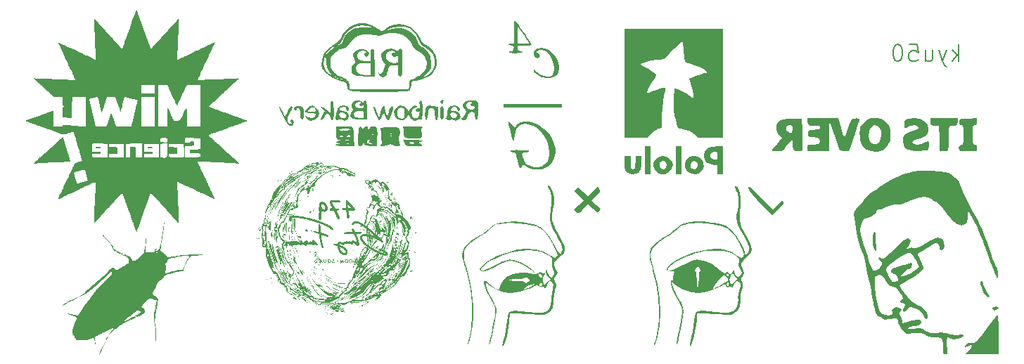
<source format=gbr>
%TF.GenerationSoftware,KiCad,Pcbnew,7.0.9*%
%TF.CreationDate,2024-02-22T23:19:38-05:00*%
%TF.ProjectId,schematics,73636865-6d61-4746-9963-732e6b696361,rev?*%
%TF.SameCoordinates,Original*%
%TF.FileFunction,Legend,Bot*%
%TF.FilePolarity,Positive*%
%FSLAX46Y46*%
G04 Gerber Fmt 4.6, Leading zero omitted, Abs format (unit mm)*
G04 Created by KiCad (PCBNEW 7.0.9) date 2024-02-22 23:19:38*
%MOMM*%
%LPD*%
G01*
G04 APERTURE LIST*
%ADD10C,0.150000*%
%ADD11C,0.300000*%
G04 APERTURE END LIST*
D10*
X214055125Y-57659438D02*
X214055125Y-55659438D01*
X213864649Y-56897533D02*
X213293220Y-57659438D01*
X213293220Y-56326104D02*
X214055125Y-57088009D01*
X212626553Y-56326104D02*
X212150363Y-57659438D01*
X211674172Y-56326104D02*
X212150363Y-57659438D01*
X212150363Y-57659438D02*
X212340839Y-58135628D01*
X212340839Y-58135628D02*
X212436077Y-58230866D01*
X212436077Y-58230866D02*
X212626553Y-58326104D01*
X210055124Y-56326104D02*
X210055124Y-57659438D01*
X210912267Y-56326104D02*
X210912267Y-57373723D01*
X210912267Y-57373723D02*
X210817029Y-57564200D01*
X210817029Y-57564200D02*
X210626553Y-57659438D01*
X210626553Y-57659438D02*
X210340838Y-57659438D01*
X210340838Y-57659438D02*
X210150362Y-57564200D01*
X210150362Y-57564200D02*
X210055124Y-57468961D01*
X208150362Y-55659438D02*
X209102743Y-55659438D01*
X209102743Y-55659438D02*
X209197981Y-56611819D01*
X209197981Y-56611819D02*
X209102743Y-56516580D01*
X209102743Y-56516580D02*
X208912267Y-56421342D01*
X208912267Y-56421342D02*
X208436076Y-56421342D01*
X208436076Y-56421342D02*
X208245600Y-56516580D01*
X208245600Y-56516580D02*
X208150362Y-56611819D01*
X208150362Y-56611819D02*
X208055124Y-56802295D01*
X208055124Y-56802295D02*
X208055124Y-57278485D01*
X208055124Y-57278485D02*
X208150362Y-57468961D01*
X208150362Y-57468961D02*
X208245600Y-57564200D01*
X208245600Y-57564200D02*
X208436076Y-57659438D01*
X208436076Y-57659438D02*
X208912267Y-57659438D01*
X208912267Y-57659438D02*
X209102743Y-57564200D01*
X209102743Y-57564200D02*
X209197981Y-57468961D01*
X206817029Y-55659438D02*
X206626552Y-55659438D01*
X206626552Y-55659438D02*
X206436076Y-55754676D01*
X206436076Y-55754676D02*
X206340838Y-55849914D01*
X206340838Y-55849914D02*
X206245600Y-56040390D01*
X206245600Y-56040390D02*
X206150362Y-56421342D01*
X206150362Y-56421342D02*
X206150362Y-56897533D01*
X206150362Y-56897533D02*
X206245600Y-57278485D01*
X206245600Y-57278485D02*
X206340838Y-57468961D01*
X206340838Y-57468961D02*
X206436076Y-57564200D01*
X206436076Y-57564200D02*
X206626552Y-57659438D01*
X206626552Y-57659438D02*
X206817029Y-57659438D01*
X206817029Y-57659438D02*
X207007505Y-57564200D01*
X207007505Y-57564200D02*
X207102743Y-57468961D01*
X207102743Y-57468961D02*
X207197981Y-57278485D01*
X207197981Y-57278485D02*
X207293219Y-56897533D01*
X207293219Y-56897533D02*
X207293219Y-56421342D01*
X207293219Y-56421342D02*
X207197981Y-56040390D01*
X207197981Y-56040390D02*
X207102743Y-55849914D01*
X207102743Y-55849914D02*
X207007505Y-55754676D01*
X207007505Y-55754676D02*
X206817029Y-55659438D01*
D11*
X115875427Y-83831757D02*
X116018285Y-83760328D01*
X116018285Y-83760328D02*
X116232570Y-83760328D01*
X116232570Y-83760328D02*
X116446856Y-83831757D01*
X116446856Y-83831757D02*
X116589713Y-83974614D01*
X116589713Y-83974614D02*
X116661142Y-84117471D01*
X116661142Y-84117471D02*
X116732570Y-84403185D01*
X116732570Y-84403185D02*
X116732570Y-84617471D01*
X116732570Y-84617471D02*
X116661142Y-84903185D01*
X116661142Y-84903185D02*
X116589713Y-85046042D01*
X116589713Y-85046042D02*
X116446856Y-85188900D01*
X116446856Y-85188900D02*
X116232570Y-85260328D01*
X116232570Y-85260328D02*
X116089713Y-85260328D01*
X116089713Y-85260328D02*
X115875427Y-85188900D01*
X115875427Y-85188900D02*
X115803999Y-85117471D01*
X115803999Y-85117471D02*
X115803999Y-84617471D01*
X115803999Y-84617471D02*
X116089713Y-84617471D01*
X114946856Y-83760328D02*
X114946856Y-84117471D01*
X115303999Y-83974614D02*
X114946856Y-84117471D01*
X114946856Y-84117471D02*
X114589713Y-83974614D01*
X115161142Y-84403185D02*
X114946856Y-84117471D01*
X114946856Y-84117471D02*
X114732570Y-84403185D01*
X113803999Y-83760328D02*
X113803999Y-84117471D01*
X114161142Y-83974614D02*
X113803999Y-84117471D01*
X113803999Y-84117471D02*
X113446856Y-83974614D01*
X114018285Y-84403185D02*
X113803999Y-84117471D01*
X113803999Y-84117471D02*
X113589713Y-84403185D01*
X112661142Y-83760328D02*
X112661142Y-84117471D01*
X113018285Y-83974614D02*
X112661142Y-84117471D01*
X112661142Y-84117471D02*
X112303999Y-83974614D01*
X112875428Y-84403185D02*
X112661142Y-84117471D01*
X112661142Y-84117471D02*
X112446856Y-84403185D01*
%TO.C,G\u002A\u002A\u002A*%
G36*
X113447560Y-80853780D02*
G01*
X113423507Y-80877833D01*
X113399454Y-80853780D01*
X113423507Y-80829727D01*
X113447560Y-80853780D01*
G37*
G36*
X113351348Y-80805674D02*
G01*
X113327295Y-80829727D01*
X113303242Y-80805674D01*
X113327295Y-80781621D01*
X113351348Y-80805674D01*
G37*
G36*
X111379000Y-91437114D02*
G01*
X111354947Y-91461167D01*
X111330894Y-91437114D01*
X111354947Y-91413061D01*
X111379000Y-91437114D01*
G37*
G36*
X111234682Y-91725750D02*
G01*
X111210629Y-91749803D01*
X111186576Y-91725750D01*
X111210629Y-91701697D01*
X111234682Y-91725750D01*
G37*
G36*
X111323606Y-91539323D02*
G01*
X111308819Y-91602284D01*
X111286194Y-91633985D01*
X111253878Y-91647141D01*
X111266187Y-91579357D01*
X111284253Y-91544283D01*
X111317601Y-91528051D01*
X111323606Y-91539323D01*
G37*
G36*
X111167551Y-91812146D02*
G01*
X111153227Y-91873323D01*
X111106127Y-92002140D01*
X111032958Y-92181294D01*
X110940428Y-92393480D01*
X110927150Y-92422952D01*
X110830342Y-92629667D01*
X110745285Y-92797908D01*
X110680754Y-92911046D01*
X110645520Y-92952455D01*
X110635631Y-92951439D01*
X110619757Y-92916375D01*
X110645837Y-92863685D01*
X110710936Y-92727939D01*
X110795391Y-92549222D01*
X110887057Y-92353500D01*
X110973790Y-92166742D01*
X111043445Y-92014914D01*
X111083879Y-91923984D01*
X111087334Y-91915902D01*
X111133779Y-91831189D01*
X111166587Y-91809991D01*
X111167551Y-91812146D01*
G37*
G36*
X113106020Y-80691621D02*
G01*
X113132016Y-80709462D01*
X113213980Y-80765715D01*
X113254263Y-80808115D01*
X113262217Y-80824340D01*
X113329502Y-80879408D01*
X113440017Y-80945826D01*
X113562890Y-81007493D01*
X113667246Y-81048308D01*
X113722214Y-81052170D01*
X113723688Y-81049819D01*
X113694457Y-81009999D01*
X113608158Y-80950695D01*
X113585487Y-80937210D01*
X113538158Y-80901856D01*
X113567826Y-80903913D01*
X113701454Y-80949096D01*
X113909895Y-81023293D01*
X114061634Y-81084987D01*
X114180273Y-81144225D01*
X114259153Y-81192523D01*
X114289416Y-81211053D01*
X114445376Y-81346550D01*
X114552516Y-81540794D01*
X114552535Y-81540848D01*
X114602576Y-81668012D01*
X114656926Y-81727350D01*
X114744794Y-81732012D01*
X114895386Y-81695146D01*
X115000307Y-81649482D01*
X115147293Y-81535086D01*
X115322283Y-81346645D01*
X115335901Y-81330718D01*
X115490899Y-81168315D01*
X115654698Y-81023495D01*
X115794019Y-80925940D01*
X115886481Y-80872735D01*
X115971848Y-80804062D01*
X116008798Y-80720980D01*
X116020384Y-80589197D01*
X116023773Y-80540039D01*
X116051909Y-80376918D01*
X116096281Y-80252455D01*
X116104478Y-80235738D01*
X116138890Y-80099089D01*
X116161738Y-79873210D01*
X116173373Y-79554917D01*
X116173854Y-79526987D01*
X116179879Y-79287772D01*
X116189504Y-79127398D01*
X116205151Y-79030033D01*
X116229242Y-78979842D01*
X116264198Y-78960993D01*
X116309859Y-78959990D01*
X116310152Y-79001242D01*
X116295458Y-79053512D01*
X116274413Y-79185934D01*
X116252246Y-79373825D01*
X116231859Y-79595166D01*
X116217679Y-79765974D01*
X116196212Y-80007486D01*
X116176054Y-80216719D01*
X116160181Y-80361844D01*
X116147897Y-80492367D01*
X116157595Y-80604981D01*
X116207451Y-80674075D01*
X116311324Y-80707829D01*
X116483079Y-80714427D01*
X116736576Y-80702050D01*
X116741869Y-80701710D01*
X116921593Y-80686919D01*
X117440363Y-80686919D01*
X117448492Y-80708340D01*
X117512522Y-80733515D01*
X117545399Y-80731426D01*
X117584682Y-80714609D01*
X117575819Y-80702158D01*
X117512522Y-80668013D01*
X117475626Y-80660450D01*
X117440363Y-80686919D01*
X116921593Y-80686919D01*
X116987682Y-80681480D01*
X117150826Y-80654758D01*
X117244600Y-80616115D01*
X117282300Y-80560122D01*
X117277224Y-80481352D01*
X117275488Y-80464229D01*
X117322279Y-80367880D01*
X117456997Y-80243838D01*
X117656841Y-80090116D01*
X117524549Y-80234050D01*
X117497917Y-80264204D01*
X117422546Y-80366019D01*
X117392257Y-80435485D01*
X117392264Y-80436553D01*
X117426566Y-80488381D01*
X117510738Y-80486872D01*
X117619649Y-80438454D01*
X117728170Y-80349556D01*
X117789965Y-80271152D01*
X117844852Y-80169172D01*
X117897122Y-80029622D01*
X117951384Y-79838170D01*
X118012249Y-79580483D01*
X118084327Y-79242227D01*
X118095330Y-79188518D01*
X118121195Y-79056586D01*
X118145675Y-78920160D01*
X118171072Y-78764088D01*
X118199691Y-78573218D01*
X118233835Y-78332398D01*
X118275810Y-78026477D01*
X118327917Y-77640303D01*
X118346462Y-77510572D01*
X118377024Y-77327149D01*
X118404707Y-77194576D01*
X118425208Y-77135190D01*
X118430715Y-77131899D01*
X118441896Y-77169224D01*
X118433217Y-77269879D01*
X118425311Y-77325231D01*
X118404745Y-77485211D01*
X118379708Y-77693498D01*
X118353957Y-77919311D01*
X118309543Y-78296938D01*
X118230859Y-78876858D01*
X118145953Y-79405792D01*
X118058268Y-79861128D01*
X118036896Y-79967709D01*
X118004378Y-80168087D01*
X117987868Y-80330169D01*
X117990670Y-80426344D01*
X118002161Y-80455893D01*
X118080675Y-80558907D01*
X118198943Y-80655501D01*
X118199330Y-80655748D01*
X118277417Y-80714609D01*
X118324359Y-80749993D01*
X118479447Y-80886738D01*
X118631112Y-81036467D01*
X118697577Y-81105999D01*
X118807339Y-81212527D01*
X118885853Y-81265801D01*
X118955838Y-81278401D01*
X119040014Y-81262909D01*
X119124306Y-81244772D01*
X119297548Y-81216078D01*
X119484871Y-81192164D01*
X119505274Y-81189950D01*
X119675722Y-81169849D01*
X119908749Y-81140591D01*
X120176332Y-81105752D01*
X120450449Y-81068910D01*
X120615559Y-81048438D01*
X120892037Y-81020563D01*
X121199050Y-80995445D01*
X121522550Y-80973656D01*
X121848491Y-80955767D01*
X122162827Y-80942350D01*
X122451509Y-80933977D01*
X122700491Y-80931219D01*
X122895727Y-80934649D01*
X123023170Y-80944837D01*
X123068772Y-80962355D01*
X123068355Y-80970314D01*
X123044427Y-81011432D01*
X122974689Y-81040059D01*
X122846571Y-81058121D01*
X122647502Y-81067545D01*
X122364911Y-81070258D01*
X122210824Y-81071494D01*
X121960843Y-81082210D01*
X121786867Y-81105054D01*
X121675686Y-81141388D01*
X121631608Y-81170412D01*
X121628059Y-81172749D01*
X121499645Y-81303275D01*
X121356374Y-81498238D01*
X121208644Y-81738648D01*
X121066856Y-82005513D01*
X120941410Y-82279843D01*
X120842704Y-82542647D01*
X120781141Y-82774932D01*
X120763504Y-82846965D01*
X120727896Y-82909316D01*
X120660894Y-82953640D01*
X120546369Y-82986375D01*
X120368197Y-83013961D01*
X120110250Y-83042839D01*
X120108203Y-83043055D01*
X119861914Y-83081198D01*
X119586268Y-83142130D01*
X119340553Y-83212762D01*
X119316143Y-83220927D01*
X119092232Y-83291286D01*
X118868897Y-83354864D01*
X118691121Y-83398777D01*
X118675267Y-83402190D01*
X118522080Y-83443808D01*
X118441493Y-83490997D01*
X118411900Y-83555917D01*
X118390082Y-83623776D01*
X118299121Y-83766860D01*
X118159865Y-83921651D01*
X117994462Y-84064854D01*
X117825058Y-84173177D01*
X117747690Y-84213953D01*
X117641456Y-84288672D01*
X117581240Y-84381466D01*
X117537897Y-84528385D01*
X117510269Y-84616559D01*
X117476679Y-84698256D01*
X117435650Y-84798044D01*
X117333434Y-85011815D01*
X117217293Y-85228035D01*
X117128937Y-85388781D01*
X117045517Y-85555908D01*
X116994223Y-85678335D01*
X116983732Y-85737154D01*
X116987428Y-85742305D01*
X117055925Y-85798414D01*
X117166804Y-85863744D01*
X117305403Y-85941101D01*
X117507118Y-86087127D01*
X117635727Y-86231811D01*
X117680894Y-86365074D01*
X117678608Y-86427425D01*
X117657459Y-86632688D01*
X117614192Y-86930987D01*
X117548869Y-87321926D01*
X117461550Y-87805106D01*
X117443739Y-87901873D01*
X117378970Y-88279215D01*
X117336474Y-88587269D01*
X117315180Y-88845604D01*
X117314018Y-89073790D01*
X117331917Y-89291398D01*
X117367805Y-89517997D01*
X117377179Y-89570193D01*
X117412340Y-89811317D01*
X117435885Y-90047559D01*
X117443133Y-90234410D01*
X117438945Y-90465163D01*
X117430904Y-90805685D01*
X117421874Y-91059703D01*
X117411540Y-91233440D01*
X117399584Y-91333118D01*
X117385691Y-91364959D01*
X117367251Y-91353817D01*
X117340481Y-91270303D01*
X117328824Y-91122333D01*
X117333264Y-90930532D01*
X117354781Y-90715523D01*
X117368752Y-90600231D01*
X117382896Y-90357632D01*
X117374120Y-90100859D01*
X117340935Y-89803892D01*
X117281854Y-89440712D01*
X117247272Y-89243405D01*
X117201261Y-88947240D01*
X117176257Y-88705592D01*
X117172357Y-88493123D01*
X117189657Y-88284495D01*
X117228257Y-88054369D01*
X117288253Y-87777409D01*
X117344844Y-87515245D01*
X117397916Y-87240676D01*
X117439682Y-86994412D01*
X117464228Y-86808995D01*
X117497815Y-86462315D01*
X117360850Y-86431117D01*
X117265267Y-86406989D01*
X117100420Y-86361642D01*
X116918156Y-86308762D01*
X116764287Y-86263447D01*
X116647931Y-86230275D01*
X116598261Y-86217606D01*
X116565951Y-86244445D01*
X116482240Y-86327043D01*
X116363319Y-86449286D01*
X116224844Y-86594716D01*
X116082474Y-86746875D01*
X115951864Y-86889304D01*
X115848673Y-87005546D01*
X115687662Y-87192160D01*
X115865323Y-87342288D01*
X116013609Y-87497893D01*
X116105489Y-87682001D01*
X116108034Y-87802267D01*
X116109215Y-87858047D01*
X116024952Y-88015501D01*
X115852863Y-88143835D01*
X115672633Y-88234967D01*
X115564829Y-88289477D01*
X115096112Y-88520542D01*
X114647623Y-88734553D01*
X114235326Y-88924084D01*
X113875183Y-89081705D01*
X113583159Y-89199988D01*
X113465148Y-89255184D01*
X113265268Y-89374274D01*
X113051252Y-89522863D01*
X112854518Y-89678742D01*
X112706487Y-89819699D01*
X112622433Y-89887898D01*
X112526228Y-89921773D01*
X112457196Y-89943208D01*
X112331931Y-90025892D01*
X112185426Y-90153752D01*
X112038041Y-90308598D01*
X111910133Y-90472241D01*
X111902654Y-90483248D01*
X111810934Y-90630604D01*
X111701575Y-90822131D01*
X111596640Y-91019330D01*
X111566965Y-91076690D01*
X111486409Y-91222903D01*
X111425343Y-91319883D01*
X111395139Y-91349023D01*
X111391519Y-91340142D01*
X111410270Y-91263656D01*
X111470591Y-91130044D01*
X111562526Y-90956655D01*
X111676120Y-90760843D01*
X111801417Y-90559959D01*
X111928462Y-90371353D01*
X112047298Y-90212379D01*
X112171673Y-90052908D01*
X112259418Y-89923513D01*
X112294404Y-89840246D01*
X112283769Y-89790367D01*
X112264001Y-89769957D01*
X112205867Y-89756589D01*
X112112046Y-89805338D01*
X111993484Y-89880786D01*
X111697516Y-90055769D01*
X111388867Y-90223510D01*
X111112579Y-90359057D01*
X111109496Y-90360456D01*
X110954337Y-90434959D01*
X110837252Y-90498669D01*
X110783375Y-90537927D01*
X110733478Y-90572729D01*
X110617601Y-90629958D01*
X110462803Y-90695395D01*
X110316832Y-90760277D01*
X110190424Y-90831821D01*
X110126369Y-90888132D01*
X110122964Y-90896058D01*
X110110565Y-90992441D01*
X110112349Y-91151444D01*
X110128204Y-91345139D01*
X110153327Y-91574842D01*
X110178273Y-91816112D01*
X110197382Y-92014386D01*
X110200163Y-92052734D01*
X110195870Y-92081568D01*
X110177420Y-92024953D01*
X110146636Y-91889471D01*
X110105338Y-91681703D01*
X110096963Y-91638052D01*
X110050211Y-91408296D01*
X110006801Y-91216244D01*
X109971260Y-91080897D01*
X109948109Y-91021261D01*
X109934471Y-91016686D01*
X109847178Y-91028640D01*
X109703232Y-91070161D01*
X109525527Y-91135084D01*
X109452112Y-91164033D01*
X109294257Y-91220909D01*
X109155392Y-91257197D01*
X109006723Y-91277496D01*
X108819455Y-91286405D01*
X108564795Y-91288522D01*
X108380088Y-91285983D01*
X108125502Y-91271785D01*
X107926527Y-91246894D01*
X107793304Y-91213339D01*
X107735975Y-91173150D01*
X107764682Y-91128357D01*
X107800473Y-91094271D01*
X107756363Y-91062518D01*
X107729224Y-91042167D01*
X107664451Y-90949781D01*
X107601476Y-90815293D01*
X107551616Y-90700815D01*
X107492851Y-90612167D01*
X107450040Y-90603105D01*
X107430505Y-90679443D01*
X107423901Y-90717625D01*
X107403332Y-90706163D01*
X107399894Y-90651601D01*
X107432296Y-90550901D01*
X107448290Y-90519696D01*
X107457718Y-90473295D01*
X107403899Y-90484086D01*
X107401716Y-90484914D01*
X107360756Y-90490708D01*
X107341518Y-90456272D01*
X107340986Y-90363225D01*
X107356141Y-90193184D01*
X107372126Y-90074912D01*
X107455461Y-89717336D01*
X107593503Y-89311688D01*
X107749816Y-88947392D01*
X113620877Y-88947392D01*
X113684844Y-88959652D01*
X113740209Y-88953020D01*
X113803651Y-88919158D01*
X113808224Y-88914717D01*
X113876452Y-88872565D01*
X114014541Y-88796799D01*
X114209242Y-88694414D01*
X114447306Y-88572405D01*
X114646267Y-88472518D01*
X114892470Y-88472518D01*
X114930049Y-88471046D01*
X115018238Y-88439125D01*
X115140182Y-88380703D01*
X115178256Y-88359804D01*
X115289264Y-88289025D01*
X115349662Y-88234967D01*
X115343383Y-88224559D01*
X115280119Y-88243676D01*
X115175419Y-88291539D01*
X115053567Y-88356744D01*
X114938848Y-88427888D01*
X114922355Y-88439590D01*
X114892470Y-88472518D01*
X114646267Y-88472518D01*
X114715486Y-88437767D01*
X114905130Y-88342760D01*
X115198381Y-88190879D01*
X115412362Y-88070498D01*
X115552754Y-87976730D01*
X115625240Y-87904692D01*
X115635499Y-87849498D01*
X115616764Y-87831998D01*
X115756651Y-87831998D01*
X115757902Y-87836799D01*
X115794154Y-87849498D01*
X115804757Y-87853212D01*
X115817943Y-87851255D01*
X115852863Y-87802267D01*
X115849086Y-87784867D01*
X115804757Y-87781053D01*
X115790361Y-87790927D01*
X115756651Y-87831998D01*
X115616764Y-87831998D01*
X115589215Y-87806265D01*
X115492068Y-87770107D01*
X115339298Y-87731536D01*
X115214830Y-87721765D01*
X115102435Y-87752051D01*
X114974065Y-87830287D01*
X114801669Y-87964364D01*
X114743055Y-88011865D01*
X114591641Y-88135904D01*
X114471495Y-88236197D01*
X114404520Y-88294533D01*
X114396901Y-88301357D01*
X114313892Y-88365312D01*
X114179907Y-88460625D01*
X114020034Y-88569363D01*
X113991030Y-88588886D01*
X113835594Y-88700908D01*
X113712784Y-88801187D01*
X113647035Y-88870026D01*
X113632840Y-88893787D01*
X113620877Y-88947392D01*
X107749816Y-88947392D01*
X107780425Y-88876055D01*
X107782139Y-88872408D01*
X107848659Y-88716660D01*
X107888898Y-88594241D01*
X107894199Y-88531371D01*
X107883673Y-88520758D01*
X107795659Y-88472394D01*
X107635114Y-88404511D01*
X107416965Y-88322792D01*
X107156137Y-88232917D01*
X106867554Y-88140568D01*
X106829263Y-88128669D01*
X106672998Y-88077812D01*
X106566430Y-88039322D01*
X106530812Y-88020762D01*
X106578052Y-88023606D01*
X106700488Y-88042166D01*
X106878011Y-88072977D01*
X107090696Y-88112347D01*
X107318618Y-88156584D01*
X107541851Y-88201996D01*
X107740469Y-88244891D01*
X107843813Y-88268717D01*
X107929522Y-88282262D01*
X108000588Y-88273948D01*
X108068313Y-88234053D01*
X108143998Y-88152857D01*
X108238946Y-88020639D01*
X108364461Y-87827678D01*
X108531844Y-87564253D01*
X108646138Y-87388132D01*
X108817007Y-87134030D01*
X108985325Y-86892530D01*
X109127225Y-86698344D01*
X109146733Y-86672640D01*
X109288238Y-86485501D01*
X109463370Y-86253040D01*
X109651725Y-86002369D01*
X109832905Y-85760599D01*
X109889664Y-85686066D01*
X110140661Y-85377419D01*
X110443499Y-85030469D01*
X110750238Y-84697011D01*
X112733528Y-84697011D01*
X112745011Y-84761396D01*
X112761433Y-84760651D01*
X112770278Y-84698256D01*
X112762574Y-84650971D01*
X112741214Y-84669192D01*
X112733528Y-84697011D01*
X110750238Y-84697011D01*
X110780909Y-84663668D01*
X111135623Y-84295472D01*
X111490373Y-83944332D01*
X111827890Y-83628703D01*
X111972291Y-83496222D01*
X112071195Y-83394996D01*
X112121038Y-83320409D01*
X112134158Y-83253497D01*
X112124173Y-83184164D01*
X118546803Y-83184164D01*
X118547203Y-83189709D01*
X118591712Y-83226564D01*
X118684057Y-83225019D01*
X118787333Y-83184954D01*
X118808738Y-83173764D01*
X118931021Y-83128662D01*
X119119223Y-83072883D01*
X119351528Y-83011571D01*
X119606119Y-82949871D01*
X119861181Y-82892927D01*
X120094898Y-82845884D01*
X120285454Y-82813885D01*
X120411032Y-82802076D01*
X120437705Y-82802054D01*
X120562043Y-82797078D01*
X120645796Y-82771172D01*
X120707055Y-82706867D01*
X120763910Y-82586691D01*
X120834454Y-82393174D01*
X120894684Y-82235422D01*
X120990496Y-82013675D01*
X121095780Y-81793482D01*
X121199385Y-81596847D01*
X121290159Y-81445772D01*
X121356950Y-81362261D01*
X121417008Y-81274826D01*
X121430301Y-81170412D01*
X121388187Y-81096243D01*
X121323189Y-81087162D01*
X121177487Y-81093535D01*
X120968954Y-81114237D01*
X120713422Y-81146646D01*
X120426719Y-81188137D01*
X120124678Y-81236086D01*
X119823127Y-81287871D01*
X119537898Y-81340866D01*
X119284820Y-81392449D01*
X119079723Y-81439996D01*
X118938439Y-81480882D01*
X118876796Y-81512485D01*
X118858253Y-81551522D01*
X118836176Y-81662269D01*
X118833887Y-81679385D01*
X118785477Y-81774500D01*
X118694123Y-81878746D01*
X118628504Y-81941911D01*
X118582049Y-82013039D01*
X118576885Y-82101402D01*
X118603585Y-82245164D01*
X118614074Y-82300024D01*
X118616545Y-82337051D01*
X118629583Y-82532374D01*
X118629044Y-82537493D01*
X118600582Y-82807651D01*
X118573628Y-82977762D01*
X118554212Y-83113614D01*
X118546803Y-83184164D01*
X112124173Y-83184164D01*
X112122896Y-83175293D01*
X112121256Y-83167723D01*
X112091853Y-83050641D01*
X112067425Y-82981476D01*
X112055792Y-82980609D01*
X111990136Y-83023781D01*
X111882286Y-83117430D01*
X111748366Y-83248085D01*
X111638654Y-83356407D01*
X111457125Y-83528675D01*
X111236871Y-83732720D01*
X110996250Y-83951561D01*
X110753621Y-84168217D01*
X110563157Y-84337058D01*
X110300762Y-84571069D01*
X110045783Y-84799873D01*
X109819848Y-85004047D01*
X109644585Y-85164169D01*
X109608200Y-85197417D01*
X109210520Y-85518475D01*
X108802729Y-85767278D01*
X108629476Y-85856815D01*
X108348186Y-86000516D01*
X108059396Y-86146355D01*
X107776414Y-86287766D01*
X107512547Y-86418186D01*
X107281104Y-86531050D01*
X107095394Y-86619794D01*
X106968725Y-86677855D01*
X106914405Y-86698667D01*
X106905611Y-86700886D01*
X106831208Y-86738901D01*
X106704881Y-86814288D01*
X106548210Y-86914336D01*
X106499312Y-86945842D01*
X106348816Y-87034797D01*
X106233825Y-87090839D01*
X106176076Y-87102952D01*
X106176169Y-87073683D01*
X106248835Y-87006135D01*
X106393743Y-86908760D01*
X106602181Y-86786613D01*
X106865432Y-86644754D01*
X107174782Y-86488240D01*
X107521517Y-86322128D01*
X107820315Y-86180337D01*
X108201503Y-85989800D01*
X108498365Y-85827211D01*
X108714804Y-85690234D01*
X108854722Y-85576533D01*
X108922022Y-85483772D01*
X108930753Y-85463307D01*
X108980855Y-85382412D01*
X109066572Y-85287611D01*
X109198879Y-85168841D01*
X109388757Y-85016042D01*
X109647182Y-84819151D01*
X109679433Y-84794819D01*
X109933829Y-84594819D01*
X110211991Y-84364162D01*
X110501577Y-84114220D01*
X110790249Y-83856364D01*
X111065665Y-83601965D01*
X111315485Y-83362397D01*
X111527368Y-83149030D01*
X111688975Y-82973237D01*
X111787965Y-82846389D01*
X111806141Y-82820062D01*
X111926360Y-82690067D01*
X112057384Y-82597506D01*
X112153843Y-82556426D01*
X112245666Y-82548422D01*
X112349189Y-82589771D01*
X112454096Y-82662761D01*
X112533812Y-82754468D01*
X112590464Y-82820982D01*
X112698392Y-82844859D01*
X112818394Y-82781712D01*
X112906149Y-82716873D01*
X113062351Y-82616994D01*
X113195197Y-82537493D01*
X114650212Y-82537493D01*
X114674265Y-82561546D01*
X114698318Y-82537493D01*
X114674265Y-82513440D01*
X114650212Y-82537493D01*
X113195197Y-82537493D01*
X113266478Y-82494835D01*
X113499573Y-82361732D01*
X113518280Y-82351520D01*
X116871600Y-82351520D01*
X116911197Y-82369121D01*
X116936664Y-82365650D01*
X116943267Y-82337051D01*
X116936217Y-82331293D01*
X116879126Y-82337051D01*
X116871600Y-82351520D01*
X113518280Y-82351520D01*
X113742683Y-82229019D01*
X113871974Y-82156332D01*
X114008439Y-82070498D01*
X114091452Y-82006994D01*
X114133008Y-81936830D01*
X114164736Y-81786525D01*
X114163431Y-81610113D01*
X114126689Y-81445897D01*
X114124356Y-81440377D01*
X114044811Y-81353202D01*
X113877758Y-81241281D01*
X113627610Y-81106999D01*
X113592519Y-81090537D01*
X113799079Y-81090537D01*
X113853630Y-81143947D01*
X113926182Y-81186637D01*
X114022001Y-81212871D01*
X114026670Y-81212677D01*
X114045460Y-81192523D01*
X113976727Y-81142417D01*
X113893311Y-81099912D01*
X113817407Y-81075795D01*
X113799079Y-81090537D01*
X113592519Y-81090537D01*
X113298779Y-80952738D01*
X112895680Y-80780884D01*
X112730313Y-80709462D01*
X112966500Y-80709462D01*
X112990553Y-80733515D01*
X113014606Y-80709462D01*
X112990553Y-80685409D01*
X112966500Y-80709462D01*
X112730313Y-80709462D01*
X112697343Y-80695222D01*
X112531172Y-80604798D01*
X112414920Y-80506133D01*
X112383055Y-80460690D01*
X112449628Y-80460690D01*
X112509492Y-80505524D01*
X112554172Y-80529822D01*
X112666253Y-80580641D01*
X112785324Y-80626486D01*
X112879875Y-80655710D01*
X112918394Y-80656665D01*
X112910424Y-80647626D01*
X112842527Y-80604082D01*
X112727886Y-80542069D01*
X112635885Y-80499139D01*
X112530309Y-80460424D01*
X112462396Y-80446632D01*
X112449628Y-80460690D01*
X112383055Y-80460690D01*
X112325979Y-80379295D01*
X112241737Y-80204349D01*
X112144655Y-79992058D01*
X111954037Y-79644166D01*
X111738188Y-79348296D01*
X111475245Y-79076515D01*
X111143349Y-78800891D01*
X111131589Y-78791733D01*
X111025268Y-78683629D01*
X111009548Y-78598008D01*
X111055461Y-78530581D01*
X111111618Y-78540065D01*
X111156952Y-78635834D01*
X111161510Y-78649112D01*
X111223412Y-78743799D01*
X111335870Y-78870083D01*
X111478354Y-79004419D01*
X111637705Y-79154151D01*
X111972197Y-79558653D01*
X112262449Y-80046695D01*
X112321823Y-80155823D01*
X112390848Y-80249376D01*
X112483046Y-80330430D01*
X112619541Y-80417164D01*
X112821455Y-80527755D01*
X112948546Y-80597599D01*
X113047473Y-80656665D01*
X113106020Y-80691621D01*
G37*
%TO.C,*%
G36*
X180723228Y-69613824D02*
G01*
X180723228Y-71307158D01*
X180366737Y-71307158D01*
X180010246Y-71307158D01*
X180010246Y-69613824D01*
X180010246Y-67920491D01*
X180366737Y-67920491D01*
X180723228Y-67920491D01*
X180723228Y-69613824D01*
G37*
G36*
X176980070Y-69613824D02*
G01*
X176980070Y-71307158D01*
X176623579Y-71307158D01*
X176267088Y-71307158D01*
X176267088Y-69613824D01*
X176267088Y-67920491D01*
X176623579Y-67920491D01*
X176980070Y-67920491D01*
X176980070Y-69613824D01*
G37*
G36*
X174573754Y-69830626D02*
G01*
X174574708Y-70052063D01*
X174584900Y-70340294D01*
X174613479Y-70509233D01*
X174669239Y-70596967D01*
X174760971Y-70641584D01*
X174837448Y-70660124D01*
X174986822Y-70636271D01*
X175087634Y-70496666D01*
X175150062Y-70220783D01*
X175184290Y-69788094D01*
X175216488Y-69079088D01*
X175563542Y-69079088D01*
X175910597Y-69079088D01*
X175910597Y-69734209D01*
X175886096Y-70264061D01*
X175804603Y-70659820D01*
X175656221Y-70941145D01*
X175431058Y-71136970D01*
X175220977Y-71240314D01*
X174840815Y-71299986D01*
X174406100Y-71208373D01*
X174296540Y-71162361D01*
X174090088Y-70999983D01*
X173955667Y-70743250D01*
X173882740Y-70365747D01*
X173860772Y-69841057D01*
X173860772Y-69079088D01*
X174217263Y-69079088D01*
X174573754Y-69079088D01*
X174573754Y-69830626D01*
G37*
G36*
X185714105Y-69613824D02*
G01*
X185714105Y-71307158D01*
X185357614Y-71307158D01*
X185001123Y-71307158D01*
X185001123Y-70727860D01*
X185001123Y-70148561D01*
X184577790Y-70147974D01*
X184499227Y-70146115D01*
X184046040Y-70052737D01*
X183700979Y-69829269D01*
X183480253Y-69490791D01*
X183412304Y-69119273D01*
X184130814Y-69119273D01*
X184246829Y-69350047D01*
X184406193Y-69462277D01*
X184703006Y-69524702D01*
X185001123Y-69524702D01*
X185001123Y-69034526D01*
X184999508Y-68876802D01*
X184980618Y-68664218D01*
X184928581Y-68567345D01*
X184828679Y-68544351D01*
X184595201Y-68572807D01*
X184329052Y-68697346D01*
X184166239Y-68890604D01*
X184130814Y-69119273D01*
X183412304Y-69119273D01*
X183400070Y-69052381D01*
X183400014Y-69044829D01*
X183455265Y-68622191D01*
X183632690Y-68305142D01*
X183941720Y-68086978D01*
X184391783Y-67960996D01*
X184992311Y-67920491D01*
X185714105Y-67920491D01*
X185714105Y-69524702D01*
X185714105Y-69613824D01*
G37*
G36*
X183368835Y-70259240D02*
G01*
X183286561Y-70627964D01*
X183077666Y-70947203D01*
X182744045Y-71177116D01*
X182351668Y-71280268D01*
X181924618Y-71247401D01*
X181547757Y-71068770D01*
X181260250Y-70755503D01*
X181126820Y-70454083D01*
X181103460Y-70207812D01*
X181792702Y-70207812D01*
X181824002Y-70421789D01*
X181965088Y-70591040D01*
X182095070Y-70649555D01*
X182331139Y-70664621D01*
X182536433Y-70520316D01*
X182544182Y-70511516D01*
X182659654Y-70277334D01*
X182672163Y-70015857D01*
X182576983Y-69809895D01*
X182455656Y-69741855D01*
X182238316Y-69702947D01*
X182007990Y-69744418D01*
X181844832Y-69908389D01*
X181792702Y-70207812D01*
X181103460Y-70207812D01*
X181090185Y-70067860D01*
X181188181Y-69714084D01*
X181396179Y-69416234D01*
X181689548Y-69197792D01*
X182043656Y-69082239D01*
X182433873Y-69093057D01*
X182835568Y-69253725D01*
X182836971Y-69254582D01*
X183145935Y-69532707D01*
X183322591Y-69880874D01*
X183339089Y-70015857D01*
X183368835Y-70259240D01*
G37*
G36*
X179653754Y-70213931D02*
G01*
X179633443Y-70354690D01*
X179500519Y-70654598D01*
X179282327Y-70940239D01*
X179024399Y-71144307D01*
X178744441Y-71263462D01*
X178400838Y-71294031D01*
X178017084Y-71184273D01*
X177681880Y-70976069D01*
X177448761Y-70675498D01*
X177341524Y-70328667D01*
X177348400Y-70117501D01*
X178033749Y-70117501D01*
X178061993Y-70375239D01*
X178189122Y-70564944D01*
X178313340Y-70638195D01*
X178566106Y-70667187D01*
X178793275Y-70520316D01*
X178848928Y-70450126D01*
X178935643Y-70180427D01*
X178848514Y-69875334D01*
X178775326Y-69791688D01*
X178566016Y-69710381D01*
X178326834Y-69723999D01*
X178138439Y-69836906D01*
X178110238Y-69875734D01*
X178033749Y-70117501D01*
X177348400Y-70117501D01*
X177353227Y-69969272D01*
X177476928Y-69631012D01*
X177705685Y-69347583D01*
X178032555Y-69152682D01*
X178450597Y-69080008D01*
X178621548Y-69093073D01*
X179018643Y-69228470D01*
X179347263Y-69483238D01*
X179571077Y-69823138D01*
X179646666Y-70180427D01*
X179653754Y-70213931D01*
G37*
G36*
X185714105Y-60300491D02*
G01*
X185714105Y-66851017D01*
X184233529Y-66851017D01*
X182752954Y-66851017D01*
X182223117Y-66452732D01*
X182052515Y-66329037D01*
X181632250Y-66078659D01*
X181198922Y-65918210D01*
X180670657Y-65814004D01*
X180561787Y-65797209D01*
X180408109Y-65753379D01*
X180306343Y-65661333D01*
X180221652Y-65480375D01*
X180119195Y-65169807D01*
X179980144Y-64698351D01*
X179852530Y-64139690D01*
X179778363Y-63587211D01*
X179750180Y-62980347D01*
X179760521Y-62258532D01*
X179764658Y-62146943D01*
X179788011Y-61709200D01*
X179818577Y-61342904D01*
X179852863Y-61083645D01*
X179887373Y-60967013D01*
X179899748Y-60958820D01*
X180045275Y-60966923D01*
X180296631Y-61050328D01*
X180616522Y-61191392D01*
X180967652Y-61372470D01*
X181312729Y-61575918D01*
X181614456Y-61784092D01*
X181782987Y-61911727D01*
X181991317Y-62065661D01*
X182111954Y-62149723D01*
X182118137Y-62152890D01*
X182159256Y-62100101D01*
X182157808Y-61911045D01*
X182119077Y-61618015D01*
X182048344Y-61253302D01*
X181950889Y-60849199D01*
X181831996Y-60437998D01*
X181806268Y-60356153D01*
X181715605Y-60057180D01*
X181656372Y-59844416D01*
X181640341Y-59759535D01*
X181650001Y-59753197D01*
X181798604Y-59684970D01*
X182060557Y-59582613D01*
X182386928Y-59463574D01*
X182728784Y-59345300D01*
X183037195Y-59245241D01*
X183263228Y-59180844D01*
X183424328Y-59138686D01*
X183659875Y-59063563D01*
X183785219Y-59004383D01*
X183789634Y-58999279D01*
X183747978Y-58917596D01*
X183575596Y-58789067D01*
X183304443Y-58630137D01*
X182966473Y-58457252D01*
X182593641Y-58286857D01*
X182217901Y-58135398D01*
X181871206Y-58019321D01*
X181176988Y-57818723D01*
X181077589Y-57366274D01*
X181062206Y-57289696D01*
X181009972Y-56947597D01*
X180961968Y-56524054D01*
X180926962Y-56093191D01*
X180902758Y-55738453D01*
X180876097Y-55491201D01*
X180840945Y-55365609D01*
X180788545Y-55332120D01*
X180710144Y-55361178D01*
X180666936Y-55387324D01*
X180458096Y-55548044D01*
X180175543Y-55796497D01*
X179854678Y-56098687D01*
X179530903Y-56420621D01*
X179239619Y-56728305D01*
X179016227Y-56987744D01*
X178674866Y-57418156D01*
X178027995Y-57458895D01*
X177738983Y-57483327D01*
X177097061Y-57576900D01*
X176494636Y-57714025D01*
X176000774Y-57880342D01*
X175689899Y-58011786D01*
X175989614Y-58175787D01*
X176075742Y-58223898D01*
X176373662Y-58400109D01*
X176706601Y-58607654D01*
X177037016Y-58821878D01*
X177327361Y-59018124D01*
X177540093Y-59171738D01*
X177637667Y-59258064D01*
X177623765Y-59360681D01*
X177527478Y-59566042D01*
X177368836Y-59823854D01*
X177286935Y-59948470D01*
X177006371Y-60432558D01*
X176759329Y-60939687D01*
X176585893Y-61389694D01*
X176524065Y-61587668D01*
X176997155Y-61371613D01*
X177305370Y-61245673D01*
X177698618Y-61110361D01*
X178096438Y-60993271D01*
X178442349Y-60910911D01*
X178679872Y-60879789D01*
X178719240Y-60882447D01*
X178768959Y-60917267D01*
X178776605Y-61020383D01*
X178741282Y-61226543D01*
X178662098Y-61570491D01*
X178616973Y-61771492D01*
X178484663Y-62530366D01*
X178387730Y-63358916D01*
X178334031Y-64177843D01*
X178331422Y-64907852D01*
X178361474Y-65682932D01*
X177979713Y-65778835D01*
X177880718Y-65809138D01*
X177503795Y-66009248D01*
X177066979Y-66362878D01*
X176536005Y-66851017D01*
X175198388Y-66851017D01*
X173860772Y-66851017D01*
X173860772Y-60300491D01*
X173860772Y-53749965D01*
X179787439Y-53749965D01*
X185714105Y-53749965D01*
X185714105Y-60300491D01*
G37*
G36*
X116712797Y-67973857D02*
G01*
X116737997Y-67974783D01*
X116867020Y-67982060D01*
X116944687Y-67993832D01*
X116984340Y-68013361D01*
X116999326Y-68043911D01*
X117002573Y-68078266D01*
X116992398Y-68152386D01*
X116983660Y-68165642D01*
X116939032Y-68186253D01*
X116850141Y-68197251D01*
X116705870Y-68200502D01*
X116437805Y-68200502D01*
X116437805Y-68082333D01*
X116437805Y-67964163D01*
X116712797Y-67973857D01*
G37*
G36*
X110549385Y-67983705D02*
G01*
X110669880Y-67986836D01*
X110741437Y-67996094D01*
X110777395Y-68014209D01*
X110791091Y-68043911D01*
X110794314Y-68078251D01*
X110783730Y-68153745D01*
X110767384Y-68174394D01*
X110720082Y-68190217D01*
X110631417Y-68196027D01*
X110488857Y-68193516D01*
X110212969Y-68183814D01*
X110212969Y-68083682D01*
X110212969Y-67983551D01*
X110496218Y-67983551D01*
X110549385Y-67983705D01*
G37*
G36*
X106241926Y-66805978D02*
G01*
X106277528Y-66853218D01*
X106319434Y-66953772D01*
X106363729Y-67099057D01*
X106394156Y-67210311D01*
X106423952Y-67316008D01*
X106427299Y-67327693D01*
X106452477Y-67417771D01*
X106487196Y-67544090D01*
X106524991Y-67683157D01*
X106534130Y-67716761D01*
X106570750Y-67847269D01*
X106602409Y-67954145D01*
X106623092Y-68016928D01*
X106637625Y-68055347D01*
X106681961Y-68187073D01*
X106713224Y-68302325D01*
X106725059Y-68378555D01*
X106728964Y-68413998D01*
X106754896Y-68493005D01*
X106761581Y-68507952D01*
X106789477Y-68584528D01*
X106827083Y-68699658D01*
X106868206Y-68834668D01*
X106873786Y-68853626D01*
X106924297Y-69024641D01*
X106977212Y-69202982D01*
X107021943Y-69352955D01*
X107023010Y-69356529D01*
X107057910Y-69485209D01*
X107082747Y-69598896D01*
X107092207Y-69673353D01*
X107091583Y-69699885D01*
X107082874Y-69729276D01*
X107054421Y-69748649D01*
X106994504Y-69761559D01*
X106891405Y-69771562D01*
X106733403Y-69782214D01*
X106613755Y-69789445D01*
X106420488Y-69800167D01*
X106195016Y-69811929D01*
X105956411Y-69823742D01*
X105723745Y-69834615D01*
X105649906Y-69837946D01*
X105400820Y-69849196D01*
X105112846Y-69862214D01*
X104806602Y-69876068D01*
X104502705Y-69889825D01*
X104221774Y-69902554D01*
X104046717Y-69910782D01*
X103809056Y-69922866D01*
X103590760Y-69934980D01*
X103403663Y-69946425D01*
X103259596Y-69956504D01*
X103170394Y-69964520D01*
X103028751Y-69979063D01*
X102878402Y-69987500D01*
X102785172Y-69982331D01*
X102753180Y-69963567D01*
X102762388Y-69947937D01*
X102811200Y-69892373D01*
X102893184Y-69807731D01*
X102998319Y-69703725D01*
X103116582Y-69590068D01*
X103237950Y-69476473D01*
X103352402Y-69372654D01*
X103449914Y-69288324D01*
X103531365Y-69218361D01*
X103646912Y-69116241D01*
X103780662Y-68996105D01*
X103917194Y-68871703D01*
X103928148Y-68861646D01*
X104058839Y-68742076D01*
X104223920Y-68591595D01*
X104409631Y-68422717D01*
X104602211Y-68247958D01*
X104787899Y-68079832D01*
X104813112Y-68057027D01*
X104996996Y-67890265D01*
X105182922Y-67720985D01*
X105357979Y-67560984D01*
X105509255Y-67422059D01*
X105623839Y-67316008D01*
X105649354Y-67292291D01*
X105809704Y-67146090D01*
X105956524Y-67016876D01*
X106081160Y-66911963D01*
X106174961Y-66838664D01*
X106229272Y-66804294D01*
X106241926Y-66805978D01*
G37*
G36*
X126567766Y-60540843D02*
G01*
X126468129Y-60629342D01*
X126318578Y-60763899D01*
X126178014Y-60892131D01*
X126067109Y-60995275D01*
X126064548Y-60997696D01*
X125940835Y-61112454D01*
X125808779Y-61231644D01*
X125696539Y-61329841D01*
X125680232Y-61343842D01*
X125582808Y-61429556D01*
X125454714Y-61544496D01*
X125310714Y-61675344D01*
X125218044Y-61760543D01*
X125165576Y-61808781D01*
X125041852Y-61923271D01*
X124814726Y-62133342D01*
X124628222Y-62305635D01*
X124476693Y-62445314D01*
X124354494Y-62557538D01*
X124255981Y-62647472D01*
X124175509Y-62720276D01*
X124107431Y-62781113D01*
X124046104Y-62835145D01*
X123985882Y-62887534D01*
X123957739Y-62912277D01*
X123867584Y-62997355D01*
X123804517Y-63066019D01*
X123780775Y-63105279D01*
X123783868Y-63112582D01*
X123830118Y-63146471D01*
X123920277Y-63190838D01*
X124039448Y-63238039D01*
X124071556Y-63249614D01*
X124196993Y-63296403D01*
X124298324Y-63336551D01*
X124356078Y-63362409D01*
X124392807Y-63377953D01*
X124479272Y-63394195D01*
X124517921Y-63399011D01*
X124562675Y-63423587D01*
X124589438Y-63445026D01*
X124656431Y-63470082D01*
X124707640Y-63484968D01*
X124810679Y-63518867D01*
X124946469Y-63565734D01*
X125099172Y-63620197D01*
X125197358Y-63655650D01*
X125409403Y-63731674D01*
X125627302Y-63809235D01*
X125816780Y-63876110D01*
X125935532Y-63917919D01*
X126071263Y-63966136D01*
X126176108Y-64003875D01*
X126233994Y-64025383D01*
X126264243Y-64037159D01*
X126309658Y-64054201D01*
X126374378Y-64077753D01*
X126469315Y-64111742D01*
X126605379Y-64160095D01*
X126793481Y-64226737D01*
X126831473Y-64240339D01*
X126948172Y-64284150D01*
X127034639Y-64319689D01*
X127074405Y-64340300D01*
X127100852Y-64353047D01*
X127168554Y-64362132D01*
X127215006Y-64366445D01*
X127263746Y-64385006D01*
X127296205Y-64405110D01*
X127373534Y-64438041D01*
X127501162Y-64484949D01*
X127685900Y-64548472D01*
X127728026Y-64562963D01*
X127830691Y-64600386D01*
X127902851Y-64629542D01*
X127943341Y-64645863D01*
X128039345Y-64679862D01*
X128153180Y-64716758D01*
X128229501Y-64742232D01*
X128333565Y-64782971D01*
X128400742Y-64816883D01*
X128438183Y-64845653D01*
X128434400Y-64868077D01*
X128373536Y-64894871D01*
X128305473Y-64918856D01*
X128264527Y-64929543D01*
X128262254Y-64929778D01*
X128216933Y-64945290D01*
X128141535Y-64977634D01*
X128128678Y-64983305D01*
X128036211Y-65019576D01*
X127908571Y-65065303D01*
X127769343Y-65111973D01*
X127638896Y-65154882D01*
X127492625Y-65206510D01*
X127378489Y-65252649D01*
X127277483Y-65300586D01*
X127241742Y-65314835D01*
X127157881Y-65330069D01*
X127123050Y-65333153D01*
X127074785Y-65351521D01*
X127057697Y-65361228D01*
X126987550Y-65390991D01*
X126877982Y-65432877D01*
X126743795Y-65481090D01*
X126681732Y-65502878D01*
X126490613Y-65570857D01*
X126285232Y-65644883D01*
X126100486Y-65712408D01*
X126006439Y-65746901D01*
X125850196Y-65803346D01*
X125712969Y-65851935D01*
X125616517Y-65884914D01*
X125574565Y-65898891D01*
X125471802Y-65934673D01*
X125399566Y-65961920D01*
X125293501Y-66004739D01*
X125147558Y-66060674D01*
X124969544Y-66126029D01*
X124751612Y-66203630D01*
X124485916Y-66296305D01*
X124164612Y-66406879D01*
X124159902Y-66408493D01*
X123996931Y-66465473D01*
X123887465Y-66507219D01*
X123821571Y-66538415D01*
X123789319Y-66563745D01*
X123780775Y-66587891D01*
X123782831Y-66595270D01*
X123819197Y-66643896D01*
X123891599Y-66718107D01*
X123987773Y-66805039D01*
X124085671Y-66890613D01*
X124222186Y-67012902D01*
X124371748Y-67149139D01*
X124515896Y-67282631D01*
X124595063Y-67356303D01*
X124754249Y-67503088D01*
X124936142Y-67669572D01*
X125123952Y-67840405D01*
X125300891Y-68000240D01*
X125422050Y-68109442D01*
X125592403Y-68263655D01*
X125754662Y-68411237D01*
X125894947Y-68539554D01*
X125999378Y-68635975D01*
X126092053Y-68721543D01*
X126227990Y-68845853D01*
X126309440Y-68919907D01*
X126388833Y-68992091D01*
X126561703Y-69148549D01*
X126733719Y-69303517D01*
X126788826Y-69353035D01*
X126984916Y-69529317D01*
X127137975Y-69667244D01*
X127253335Y-69771842D01*
X127336325Y-69848132D01*
X127392274Y-69901141D01*
X127426512Y-69935890D01*
X127444370Y-69957405D01*
X127451176Y-69970708D01*
X127452260Y-69980825D01*
X127438173Y-69990512D01*
X127374556Y-69996338D01*
X127277030Y-69990999D01*
X127143460Y-69978832D01*
X126955972Y-69964673D01*
X126725609Y-69949299D01*
X126458814Y-69932997D01*
X126162031Y-69916059D01*
X125841700Y-69898775D01*
X125504266Y-69881434D01*
X125156170Y-69864326D01*
X124803857Y-69847741D01*
X124453767Y-69831970D01*
X124112344Y-69817302D01*
X123786030Y-69804028D01*
X123481269Y-69792436D01*
X123204503Y-69782818D01*
X122962174Y-69775462D01*
X122760725Y-69770660D01*
X122606599Y-69768701D01*
X122506239Y-69769875D01*
X122466087Y-69774471D01*
X122460111Y-69789608D01*
X122470049Y-69852803D01*
X122504761Y-69942417D01*
X122544503Y-70026064D01*
X122605591Y-70154605D01*
X122678757Y-70308538D01*
X122755582Y-70470148D01*
X122828338Y-70623693D01*
X122906170Y-70788947D01*
X122973780Y-70933490D01*
X123021896Y-71037559D01*
X123032467Y-71060561D01*
X123084855Y-71172705D01*
X123155987Y-71323186D01*
X123237873Y-71495145D01*
X123322521Y-71671724D01*
X123346967Y-71722596D01*
X123431587Y-71899562D01*
X123458545Y-71956349D01*
X123511074Y-72067004D01*
X123577447Y-72208065D01*
X123622728Y-72305890D01*
X123627982Y-72317407D01*
X123677919Y-72424883D01*
X123747264Y-72571909D01*
X123827559Y-72740626D01*
X123910345Y-72913176D01*
X123936888Y-72968377D01*
X124006789Y-73115042D01*
X124063176Y-73235254D01*
X124100834Y-73317816D01*
X124114546Y-73351529D01*
X124117497Y-73360061D01*
X124142859Y-73417420D01*
X124189999Y-73518938D01*
X124253818Y-73653712D01*
X124329222Y-73810836D01*
X124364232Y-73884176D01*
X124433137Y-74034054D01*
X124486455Y-74157810D01*
X124519468Y-74244230D01*
X124527459Y-74282100D01*
X124508649Y-74291980D01*
X124454636Y-74279749D01*
X124438839Y-74271799D01*
X124353653Y-74230569D01*
X124227146Y-74170650D01*
X124074088Y-74098970D01*
X123909249Y-74022456D01*
X123747398Y-73948035D01*
X123699914Y-73926156D01*
X123568969Y-73865043D01*
X123402648Y-73786744D01*
X123217428Y-73699029D01*
X123029789Y-73609669D01*
X122913401Y-73554151D01*
X122751348Y-73477144D01*
X122614350Y-73412388D01*
X122514122Y-73365415D01*
X122462378Y-73341756D01*
X122455372Y-73338641D01*
X122392723Y-73309394D01*
X122282590Y-73257052D01*
X122135061Y-73186441D01*
X121960226Y-73102387D01*
X121768175Y-73009717D01*
X121711722Y-72982474D01*
X121528159Y-72894559D01*
X121367675Y-72818696D01*
X121239501Y-72759185D01*
X121152868Y-72720325D01*
X121117009Y-72706416D01*
X121101344Y-72701157D01*
X121033836Y-72671537D01*
X120923778Y-72620207D01*
X120781885Y-72552198D01*
X120618873Y-72472540D01*
X120524397Y-72426537D01*
X120363913Y-72351063D01*
X120226276Y-72289657D01*
X120123716Y-72247696D01*
X120068462Y-72230556D01*
X120047908Y-72227760D01*
X120029400Y-72227565D01*
X120015236Y-72236601D01*
X120005258Y-72261253D01*
X119999309Y-72307905D01*
X119997230Y-72382941D01*
X119998864Y-72492746D01*
X120004053Y-72643703D01*
X120012638Y-72842197D01*
X120024464Y-73094614D01*
X120039370Y-73407335D01*
X120044163Y-73508369D01*
X120057742Y-73796183D01*
X120071827Y-74096689D01*
X120085493Y-74390043D01*
X120097815Y-74656404D01*
X120107867Y-74875929D01*
X120109964Y-74921941D01*
X120120920Y-75158907D01*
X120133961Y-75436751D01*
X120148091Y-75734458D01*
X120162315Y-76031012D01*
X120175635Y-76305400D01*
X120183387Y-76470548D01*
X120192228Y-76680636D01*
X120198636Y-76861115D01*
X120202331Y-77002722D01*
X120203037Y-77096194D01*
X120200475Y-77132269D01*
X120191301Y-77138200D01*
X120158851Y-77133254D01*
X120106785Y-77097372D01*
X120029365Y-77025431D01*
X119920856Y-76912311D01*
X119775519Y-76752889D01*
X119634444Y-76596810D01*
X119478750Y-76425984D01*
X119329613Y-76263605D01*
X119205966Y-76130363D01*
X119132056Y-76050828D01*
X119011069Y-75918624D01*
X118902107Y-75797338D01*
X118822129Y-75705727D01*
X118807470Y-75688597D01*
X118726336Y-75596076D01*
X118615782Y-75472300D01*
X118488451Y-75331362D01*
X118356990Y-75187353D01*
X118270076Y-75092513D01*
X118111387Y-74918817D01*
X117934406Y-74724607D01*
X117755071Y-74527377D01*
X117589316Y-74344621D01*
X117453042Y-74194074D01*
X117277663Y-74000384D01*
X117139389Y-73848293D01*
X117033442Y-73733124D01*
X116955045Y-73650204D01*
X116899419Y-73594858D01*
X116861786Y-73562411D01*
X116837367Y-73548188D01*
X116821385Y-73547515D01*
X116809061Y-73555717D01*
X116795617Y-73568119D01*
X116764228Y-73604993D01*
X116729238Y-73683716D01*
X116718588Y-73721458D01*
X116687298Y-73816725D01*
X116642250Y-73945712D01*
X116589228Y-74091567D01*
X116551464Y-74193880D01*
X116500825Y-74332304D01*
X116460829Y-74443090D01*
X116437810Y-74508781D01*
X116434793Y-74517717D01*
X116409078Y-74591491D01*
X116366988Y-74710414D01*
X116313634Y-74860091D01*
X116254128Y-75026127D01*
X116181052Y-75229780D01*
X116095521Y-75468613D01*
X116008834Y-75711053D01*
X115931652Y-75927309D01*
X115746510Y-76445354D01*
X115319570Y-77629543D01*
X115305015Y-77669800D01*
X115247251Y-77832049D01*
X115198118Y-77973869D01*
X115162429Y-78081190D01*
X115144996Y-78139940D01*
X115121283Y-78196583D01*
X115085774Y-78194342D01*
X115040302Y-78126914D01*
X114985265Y-77994663D01*
X114950613Y-77899747D01*
X114914804Y-77803081D01*
X114893144Y-77746363D01*
X114885341Y-77726028D01*
X114856897Y-77646833D01*
X114822203Y-77546100D01*
X114804560Y-77494685D01*
X114761245Y-77371061D01*
X114707456Y-77219589D01*
X114650929Y-77062132D01*
X114614319Y-76960555D01*
X114564565Y-76821822D01*
X114525025Y-76710761D01*
X114501964Y-76644918D01*
X114498875Y-76635948D01*
X114472853Y-76562153D01*
X114430438Y-76443234D01*
X114376772Y-76293578D01*
X114317000Y-76127572D01*
X114297596Y-76073785D01*
X114167920Y-75713930D01*
X114058215Y-75408720D01*
X113965943Y-75151049D01*
X113888565Y-74933812D01*
X113823541Y-74749906D01*
X113768333Y-74592224D01*
X113743900Y-74522356D01*
X113697078Y-74390245D01*
X113659015Y-74285133D01*
X113636210Y-74225075D01*
X113615523Y-74172660D01*
X113574341Y-74062864D01*
X113526390Y-73931210D01*
X113479236Y-73798781D01*
X113440447Y-73686664D01*
X113417590Y-73615943D01*
X113398493Y-73570414D01*
X113361429Y-73547213D01*
X113305383Y-73569828D01*
X113224063Y-73641314D01*
X113111179Y-73764726D01*
X113046950Y-73837817D01*
X112920489Y-73979234D01*
X112781263Y-74132676D01*
X112649500Y-74275753D01*
X112566023Y-74365960D01*
X112428425Y-74515670D01*
X112270219Y-74688632D01*
X112105000Y-74869979D01*
X111946361Y-75044841D01*
X111839349Y-75162972D01*
X111660127Y-75360404D01*
X111476599Y-75562163D01*
X111305108Y-75750287D01*
X111161998Y-75906815D01*
X111113366Y-75960008D01*
X110980651Y-76106293D01*
X110857252Y-76243801D01*
X110755165Y-76359113D01*
X110686384Y-76438813D01*
X110607345Y-76530017D01*
X110505085Y-76643224D01*
X110391220Y-76765974D01*
X110275166Y-76888442D01*
X110166335Y-77000800D01*
X110074143Y-77093222D01*
X110008002Y-77155882D01*
X109977326Y-77178952D01*
X109970084Y-77153093D01*
X109966455Y-77062549D01*
X109967611Y-76908510D01*
X109973496Y-76692609D01*
X109984055Y-76416482D01*
X109999231Y-76081761D01*
X110018969Y-75690082D01*
X110043214Y-75243078D01*
X110053826Y-75050676D01*
X110070631Y-74737835D01*
X110087541Y-74414480D01*
X110103564Y-74099900D01*
X110117709Y-73813384D01*
X110128983Y-73574221D01*
X110130325Y-73544880D01*
X110141590Y-73308162D01*
X110153430Y-73074202D01*
X110164988Y-72858982D01*
X110175410Y-72678487D01*
X110183840Y-72548702D01*
X110188892Y-72470353D01*
X110191015Y-72330024D01*
X110175413Y-72246141D01*
X110137110Y-72212066D01*
X110071132Y-72221164D01*
X109972503Y-72266798D01*
X109943408Y-72281904D01*
X109825396Y-72340748D01*
X109657455Y-72422230D01*
X109447477Y-72522591D01*
X109203354Y-72638072D01*
X108932979Y-72764915D01*
X108644244Y-72899361D01*
X108613477Y-72913654D01*
X108408601Y-73009508D01*
X108174790Y-73119793D01*
X107938547Y-73231973D01*
X107726373Y-73333513D01*
X107648571Y-73370883D01*
X107462120Y-73460003D01*
X107284789Y-73544214D01*
X107133569Y-73615463D01*
X107025453Y-73665698D01*
X106970427Y-73691036D01*
X106822584Y-73759867D01*
X106653991Y-73839088D01*
X106491419Y-73916143D01*
X106437083Y-73942009D01*
X106177641Y-74064509D01*
X105975256Y-74158108D01*
X105827770Y-74223769D01*
X105733026Y-74262459D01*
X105688869Y-74275141D01*
X105672888Y-74274105D01*
X105659384Y-74266182D01*
X105656506Y-74244677D01*
X105666856Y-74202929D01*
X105693032Y-74134277D01*
X105737634Y-74032060D01*
X105803261Y-73889615D01*
X105892513Y-73700283D01*
X106007989Y-73457401D01*
X106087585Y-73289822D01*
X106172637Y-73109992D01*
X106249254Y-72947277D01*
X106307263Y-72823236D01*
X106313545Y-72809735D01*
X106372944Y-72682987D01*
X106450527Y-72518549D01*
X106536946Y-72336193D01*
X106622852Y-72155693D01*
X106649077Y-72100677D01*
X106723424Y-71944123D01*
X106787171Y-71809061D01*
X106834240Y-71708397D01*
X106858558Y-71655036D01*
X106873824Y-71621505D01*
X106915591Y-71532558D01*
X106976853Y-71403520D01*
X107052175Y-71245833D01*
X107091401Y-71164107D01*
X107556864Y-71164107D01*
X107565284Y-71230292D01*
X107590317Y-71318895D01*
X107598159Y-71345106D01*
X107627418Y-71443687D01*
X107666586Y-71576294D01*
X107709415Y-71721790D01*
X107723355Y-71769130D01*
X107771629Y-71931857D01*
X107818002Y-72086617D01*
X107854079Y-72205352D01*
X107874203Y-72263213D01*
X107925810Y-72361335D01*
X107980061Y-72405926D01*
X108030959Y-72390704D01*
X108051317Y-72381590D01*
X108125659Y-72356262D01*
X108241318Y-72319861D01*
X108384863Y-72276344D01*
X108542863Y-72229663D01*
X108701888Y-72183775D01*
X108848508Y-72142633D01*
X108969291Y-72110193D01*
X109050808Y-72090408D01*
X109058553Y-72088744D01*
X109144298Y-72062691D01*
X109193127Y-72022537D01*
X109207981Y-71956349D01*
X109191805Y-71852191D01*
X109147539Y-71698131D01*
X109135948Y-71660987D01*
X109092149Y-71518236D01*
X109054311Y-71391499D01*
X109029569Y-71304576D01*
X109007715Y-71223443D01*
X108955605Y-71036374D01*
X108914933Y-70903162D01*
X108882818Y-70815611D01*
X108856379Y-70765528D01*
X108832736Y-70744718D01*
X108776369Y-70742027D01*
X108662950Y-70759857D01*
X108504593Y-70797625D01*
X108310473Y-70853421D01*
X108299870Y-70856668D01*
X108170173Y-70895480D01*
X108043456Y-70932203D01*
X108041213Y-70932838D01*
X107847744Y-70988338D01*
X107710496Y-71032454D01*
X107621548Y-71071948D01*
X107572978Y-71113579D01*
X107556864Y-71164107D01*
X107091401Y-71164107D01*
X107136120Y-71070936D01*
X107193365Y-70951604D01*
X107279697Y-70770414D01*
X107357222Y-70606313D01*
X107419179Y-70473633D01*
X107458811Y-70386705D01*
X107526748Y-70235152D01*
X107588751Y-70105860D01*
X107638645Y-70018529D01*
X107683653Y-69962514D01*
X107731002Y-69927169D01*
X107787916Y-69901852D01*
X107807389Y-69894705D01*
X107894636Y-69864985D01*
X107951334Y-69849216D01*
X108000125Y-69836487D01*
X108093029Y-69808721D01*
X108208642Y-69772230D01*
X108321269Y-69738130D01*
X108420960Y-69712338D01*
X108479645Y-69702473D01*
X108506733Y-69691531D01*
X108521280Y-69636351D01*
X108507793Y-69530335D01*
X108466080Y-69368702D01*
X108457965Y-69341006D01*
X108427297Y-69236578D01*
X108386924Y-69099320D01*
X108381400Y-69080562D01*
X109730273Y-69080562D01*
X109741183Y-69134839D01*
X109772389Y-69174139D01*
X109831626Y-69201377D01*
X109926629Y-69219469D01*
X110065134Y-69231328D01*
X110254875Y-69239870D01*
X110503588Y-69248011D01*
X110559044Y-69249813D01*
X110776775Y-69257691D01*
X110976865Y-69266133D01*
X111147040Y-69274547D01*
X111275030Y-69282337D01*
X111348562Y-69288911D01*
X111415852Y-69296554D01*
X111473862Y-69294778D01*
X111517646Y-69275596D01*
X111549100Y-69231957D01*
X111570125Y-69156815D01*
X111582617Y-69043119D01*
X111588475Y-68883822D01*
X111589598Y-68671875D01*
X111587883Y-68400229D01*
X111583225Y-67834215D01*
X111769811Y-67834215D01*
X111776985Y-67925651D01*
X111794886Y-67976716D01*
X111798026Y-67978967D01*
X111853115Y-67991898D01*
X111961217Y-68002601D01*
X112110522Y-68010191D01*
X112289218Y-68013781D01*
X112337165Y-68014252D01*
X112503494Y-68018196D01*
X112643654Y-68024998D01*
X112744116Y-68033847D01*
X112791353Y-68043931D01*
X112799618Y-68056518D01*
X112814600Y-68124136D01*
X112825594Y-68232930D01*
X112832225Y-68365530D01*
X112834112Y-68504567D01*
X112830877Y-68632672D01*
X112827446Y-68671875D01*
X112822143Y-68732475D01*
X112807531Y-68786608D01*
X112764082Y-68801366D01*
X112658741Y-68812139D01*
X112496528Y-68818449D01*
X112282352Y-68819985D01*
X111781695Y-68817979D01*
X111781695Y-69018242D01*
X111781695Y-69218505D01*
X112349106Y-69240906D01*
X112454658Y-69245132D01*
X112676238Y-69254320D01*
X112891830Y-69263635D01*
X113081194Y-69272192D01*
X113224090Y-69279108D01*
X113305002Y-69282638D01*
X113441799Y-69283337D01*
X113525974Y-69273546D01*
X113566820Y-69252547D01*
X113577664Y-69213811D01*
X113587031Y-69107915D01*
X113592744Y-68938182D01*
X113594756Y-68706134D01*
X113817700Y-68706134D01*
X113817700Y-69285259D01*
X114068029Y-69285259D01*
X114318357Y-69285259D01*
X114335046Y-68655686D01*
X114351734Y-68026113D01*
X114618751Y-68017660D01*
X114647446Y-68016930D01*
X114778366Y-68018055D01*
X114883903Y-68025819D01*
X114943428Y-68038874D01*
X114953389Y-68045145D01*
X114971669Y-68068503D01*
X114985131Y-68112279D01*
X114994743Y-68185739D01*
X115001476Y-68298150D01*
X115006299Y-68458782D01*
X115010183Y-68676900D01*
X115019277Y-69285259D01*
X115371456Y-69294666D01*
X115483426Y-69296436D01*
X115613001Y-69294938D01*
X115705834Y-69289528D01*
X115746949Y-69280758D01*
X115751959Y-69256338D01*
X115757870Y-69172582D01*
X115761726Y-69070068D01*
X115974824Y-69070068D01*
X115984499Y-69152815D01*
X115986731Y-69161321D01*
X115995924Y-69182860D01*
X116015222Y-69199465D01*
X116052715Y-69212101D01*
X116116491Y-69221730D01*
X116214640Y-69229314D01*
X116355251Y-69235817D01*
X116546414Y-69242200D01*
X116796217Y-69249428D01*
X116933145Y-69253519D01*
X117152297Y-69261005D01*
X117347156Y-69268803D01*
X117507111Y-69276435D01*
X117621553Y-69283421D01*
X117679870Y-69289284D01*
X117707733Y-69293703D01*
X117762956Y-69284174D01*
X117789418Y-69229230D01*
X117792158Y-69208959D01*
X117796555Y-69124208D01*
X117799558Y-68988734D01*
X117801046Y-68813147D01*
X117800898Y-68608057D01*
X117800796Y-68595987D01*
X117977964Y-68595987D01*
X117978559Y-68813147D01*
X117978666Y-68852311D01*
X117983600Y-69044745D01*
X117992737Y-69172376D01*
X118006049Y-69234294D01*
X118028104Y-69264674D01*
X118064218Y-69284492D01*
X118127424Y-69295750D01*
X118230937Y-69300789D01*
X118387971Y-69301948D01*
X118466951Y-69301642D01*
X118601642Y-69298133D01*
X118686563Y-69289341D01*
X118733426Y-69273578D01*
X118753945Y-69249152D01*
X118757671Y-69225795D01*
X118762992Y-69140905D01*
X118767543Y-69005626D01*
X118771086Y-68829910D01*
X118773386Y-68623709D01*
X118774205Y-68396976D01*
X118774205Y-67802436D01*
X118945033Y-67802436D01*
X118949917Y-67884066D01*
X118976389Y-67941620D01*
X119033480Y-67979769D01*
X119130224Y-68003188D01*
X119275653Y-68016548D01*
X119478800Y-68024523D01*
X119515013Y-68025617D01*
X119680019Y-68031662D01*
X119819607Y-68038445D01*
X119920004Y-68045213D01*
X119967437Y-68051213D01*
X119977694Y-68065961D01*
X119992097Y-68134101D01*
X120002599Y-68241989D01*
X120008831Y-68372738D01*
X120010420Y-68509461D01*
X120006994Y-68635271D01*
X119998183Y-68733283D01*
X119983615Y-68786608D01*
X119940166Y-68801366D01*
X119834825Y-68812139D01*
X119672612Y-68818449D01*
X119458436Y-68819985D01*
X118957779Y-68817979D01*
X118967425Y-68984865D01*
X118972872Y-69042022D01*
X118992077Y-69136212D01*
X119017490Y-69190265D01*
X119030120Y-69197002D01*
X119106627Y-69212693D01*
X119244843Y-69226853D01*
X119441187Y-69239169D01*
X119692076Y-69249326D01*
X119879586Y-69255889D01*
X120092462Y-69264445D01*
X120285617Y-69273325D01*
X120443382Y-69281804D01*
X120550087Y-69289152D01*
X120591487Y-69292648D01*
X120694191Y-69298728D01*
X120751316Y-69292934D01*
X120778941Y-69271357D01*
X120793144Y-69230091D01*
X120795913Y-69209727D01*
X120800371Y-69124762D01*
X120803425Y-68989089D01*
X120804953Y-68813334D01*
X120804832Y-68608121D01*
X120802938Y-68384077D01*
X120793521Y-67616403D01*
X119875650Y-67616403D01*
X118957779Y-67616403D01*
X118947953Y-67749911D01*
X118945033Y-67802436D01*
X118774205Y-67802436D01*
X118774205Y-67597595D01*
X118727872Y-67598706D01*
X118382023Y-67606999D01*
X117989842Y-67616403D01*
X117979842Y-68391521D01*
X117977964Y-68595987D01*
X117800796Y-68595987D01*
X117798996Y-68384077D01*
X117789579Y-67616403D01*
X116888396Y-67616403D01*
X115987214Y-67616403D01*
X115987214Y-68083682D01*
X115987214Y-68550962D01*
X116487871Y-68567651D01*
X116988528Y-68584339D01*
X116988528Y-68701159D01*
X116988528Y-68817979D01*
X116487871Y-68817979D01*
X115987214Y-68817979D01*
X115976547Y-68948306D01*
X115975427Y-68964047D01*
X115974824Y-69070068D01*
X115761726Y-69070068D01*
X115762910Y-69038575D01*
X115766825Y-68863619D01*
X115769361Y-68657018D01*
X115770262Y-68428075D01*
X115770262Y-67598706D01*
X114793981Y-67607554D01*
X113817700Y-67616403D01*
X113817700Y-68450831D01*
X113817700Y-68706134D01*
X113594756Y-68706134D01*
X113593018Y-68413294D01*
X113584060Y-67616403D01*
X112682877Y-67616403D01*
X111781695Y-67616403D01*
X111771331Y-67779600D01*
X111769811Y-67834215D01*
X111583225Y-67834215D01*
X111581432Y-67616403D01*
X110689366Y-67607515D01*
X109797300Y-67598627D01*
X109780074Y-67674269D01*
X109774252Y-67731302D01*
X109770366Y-67841452D01*
X109769164Y-67986611D01*
X109770957Y-68150437D01*
X109779067Y-68550962D01*
X110279724Y-68567651D01*
X110780381Y-68584339D01*
X110780381Y-68699830D01*
X110780381Y-68815320D01*
X110263035Y-68816650D01*
X109745689Y-68817979D01*
X109735488Y-68958557D01*
X109731923Y-69008393D01*
X109730273Y-69080562D01*
X108381400Y-69080562D01*
X108343393Y-68951488D01*
X108331309Y-68910474D01*
X108287771Y-68762470D01*
X108253187Y-68644161D01*
X108222157Y-68536755D01*
X108189279Y-68421459D01*
X108149154Y-68279480D01*
X108096378Y-68092027D01*
X108081835Y-68040960D01*
X108048100Y-67924456D01*
X108011568Y-67799977D01*
X107986394Y-67714840D01*
X107944109Y-67571654D01*
X107914752Y-67471796D01*
X107894204Y-67401145D01*
X107878344Y-67345578D01*
X107863051Y-67290975D01*
X107841721Y-67217786D01*
X107823972Y-67158641D01*
X117973664Y-67158641D01*
X117976036Y-67239679D01*
X117985274Y-67335351D01*
X117999011Y-67388427D01*
X118005567Y-67393941D01*
X118064603Y-67411196D01*
X118168010Y-67426241D01*
X118298641Y-67437807D01*
X118439351Y-67444627D01*
X118572992Y-67445432D01*
X118682417Y-67438956D01*
X118714355Y-67434564D01*
X118748632Y-67420196D01*
X118766436Y-67383802D01*
X118773162Y-67310473D01*
X118774205Y-67185300D01*
X118774205Y-67074616D01*
X120948482Y-67074616D01*
X120950170Y-67185300D01*
X120950763Y-67224221D01*
X120960407Y-67516271D01*
X121207357Y-67517575D01*
X121207811Y-67517577D01*
X121336827Y-67516089D01*
X121413866Y-67507692D01*
X121453573Y-67488994D01*
X121470592Y-67456604D01*
X121471802Y-67452359D01*
X121526441Y-67386579D01*
X121640173Y-67346342D01*
X121810126Y-67332697D01*
X121868288Y-67334279D01*
X121953788Y-67350031D01*
X121991527Y-67385492D01*
X122004128Y-67448397D01*
X122010411Y-67551925D01*
X122009859Y-67597595D01*
X122009031Y-67666200D01*
X122000380Y-67765493D01*
X121984849Y-67824078D01*
X121982809Y-67826634D01*
X121937622Y-67844481D01*
X121838118Y-67858086D01*
X121680175Y-67867843D01*
X121459670Y-67874143D01*
X120960407Y-67883420D01*
X120960407Y-68584339D01*
X120960407Y-68813334D01*
X120960407Y-69285259D01*
X121077227Y-69288912D01*
X121155381Y-69289713D01*
X121296789Y-69287440D01*
X121471518Y-69281946D01*
X121668454Y-69273852D01*
X121876480Y-69263777D01*
X122084484Y-69252341D01*
X122281349Y-69240164D01*
X122455961Y-69227866D01*
X122597205Y-69216067D01*
X122693967Y-69205386D01*
X122735130Y-69196445D01*
X122740765Y-69191148D01*
X122775190Y-69122968D01*
X122796726Y-69022598D01*
X122801188Y-68919907D01*
X122784393Y-68844763D01*
X122772093Y-68827987D01*
X122745659Y-68811216D01*
X122698868Y-68799386D01*
X122622441Y-68791653D01*
X122507099Y-68787174D01*
X122343564Y-68785105D01*
X122122557Y-68784602D01*
X121494441Y-68784602D01*
X121494441Y-68550962D01*
X121494441Y-68317322D01*
X122117580Y-68300634D01*
X122314786Y-68293965D01*
X122489949Y-68285392D01*
X122631253Y-68275692D01*
X122727735Y-68265617D01*
X122768434Y-68255921D01*
X122772170Y-68244873D01*
X122779226Y-68178400D01*
X122785002Y-68063967D01*
X122789423Y-67914316D01*
X122792413Y-67742191D01*
X122793898Y-67560334D01*
X122793802Y-67381489D01*
X122792051Y-67218397D01*
X122788569Y-67083802D01*
X122783281Y-66990447D01*
X122776113Y-66951075D01*
X122775254Y-66950679D01*
X122733119Y-66947196D01*
X122636107Y-66943560D01*
X122494839Y-66939905D01*
X122319934Y-66936366D01*
X122122013Y-66933077D01*
X121911694Y-66930173D01*
X121699597Y-66927789D01*
X121496342Y-66926058D01*
X121312550Y-66925116D01*
X121158839Y-66925098D01*
X121045829Y-66926137D01*
X120984140Y-66928368D01*
X120969336Y-66936737D01*
X120954318Y-66981939D01*
X120948482Y-67074616D01*
X118774205Y-67074616D01*
X118774205Y-66942206D01*
X118438757Y-66920223D01*
X118429521Y-66919620D01*
X118247784Y-66910413D01*
X118121845Y-66913907D01*
X118041585Y-66935288D01*
X117996881Y-66979745D01*
X117977615Y-67052467D01*
X117973664Y-67158641D01*
X107823972Y-67158641D01*
X107805534Y-67097203D01*
X107759655Y-66946335D01*
X107709161Y-66781974D01*
X107708408Y-66779537D01*
X107659289Y-66617439D01*
X107616580Y-66471033D01*
X107584842Y-66356308D01*
X107568634Y-66289253D01*
X107564021Y-66266289D01*
X107534715Y-66195087D01*
X107480123Y-66174071D01*
X107384063Y-66194975D01*
X107364407Y-66201194D01*
X107266997Y-66231260D01*
X107135316Y-66271229D01*
X106992076Y-66314193D01*
X106952344Y-66326050D01*
X106804137Y-66370486D01*
X106669986Y-66410997D01*
X106574862Y-66440049D01*
X106561045Y-66444273D01*
X106472274Y-66467594D01*
X106387658Y-66479500D01*
X106297782Y-66477997D01*
X106193233Y-66461088D01*
X106064598Y-66426779D01*
X105902463Y-66373074D01*
X105697414Y-66297978D01*
X105440039Y-66199494D01*
X105405954Y-66186707D01*
X105327109Y-66158299D01*
X105208497Y-66116496D01*
X105044266Y-66059253D01*
X104828566Y-65984525D01*
X104555545Y-65890266D01*
X104554157Y-65889787D01*
X104402936Y-65836691D01*
X104274158Y-65789730D01*
X104181423Y-65753981D01*
X104138331Y-65734521D01*
X104133843Y-65731657D01*
X104074726Y-65704660D01*
X103988134Y-65673536D01*
X103968730Y-65667240D01*
X103859046Y-65630659D01*
X103718635Y-65582786D01*
X103563153Y-65529081D01*
X103408257Y-65475004D01*
X103269601Y-65426012D01*
X103162844Y-65387565D01*
X103103640Y-65365122D01*
X103101916Y-65364402D01*
X102937167Y-65297733D01*
X102795715Y-65244532D01*
X102690144Y-65209304D01*
X102633041Y-65196560D01*
X102621733Y-65195477D01*
X102552850Y-65176666D01*
X102462262Y-65141868D01*
X102437540Y-65131181D01*
X102327340Y-65084509D01*
X102232878Y-65047298D01*
X102127738Y-65009539D01*
X101985506Y-64961224D01*
X101859762Y-64917248D01*
X101774592Y-64880357D01*
X101743877Y-64851653D01*
X101762441Y-64825858D01*
X101825107Y-64797694D01*
X101885762Y-64774884D01*
X102025779Y-64721846D01*
X102163658Y-64669226D01*
X102269211Y-64628522D01*
X102341318Y-64601778D01*
X102436097Y-64568557D01*
X102507560Y-64544068D01*
X102648269Y-64494852D01*
X102795674Y-64442342D01*
X102932333Y-64392827D01*
X103040802Y-64352593D01*
X103103640Y-64327929D01*
X103151033Y-64309718D01*
X103251109Y-64273882D01*
X103385164Y-64227289D01*
X103537542Y-64175441D01*
X103673546Y-64128415D01*
X103801350Y-64081605D01*
X103893625Y-64044823D01*
X103936399Y-64023394D01*
X103959695Y-64009497D01*
X104028639Y-63994983D01*
X104066000Y-63990940D01*
X104147128Y-63963987D01*
X104180456Y-63948858D01*
X104269947Y-63912735D01*
X104394773Y-63864885D01*
X104538856Y-63811565D01*
X104641115Y-63774217D01*
X104778048Y-63723734D01*
X104886490Y-63683200D01*
X104949297Y-63658988D01*
X104968990Y-63650948D01*
X105010738Y-63635932D01*
X105043007Y-63633492D01*
X105066979Y-63650398D01*
X105083841Y-63693423D01*
X105094777Y-63769341D01*
X105100971Y-63884923D01*
X105103609Y-64046942D01*
X105103874Y-64262170D01*
X105102952Y-64537380D01*
X105102933Y-64542849D01*
X105103155Y-64784812D01*
X105105373Y-65006563D01*
X105109335Y-65198795D01*
X105114788Y-65352200D01*
X105121480Y-65457471D01*
X105129159Y-65505299D01*
X105146301Y-65527174D01*
X105179633Y-65543234D01*
X105238969Y-65553827D01*
X105334494Y-65560044D01*
X105476394Y-65562974D01*
X105674853Y-65563709D01*
X106191025Y-65563709D01*
X106191025Y-65462530D01*
X106202498Y-65390331D01*
X106245679Y-65340378D01*
X106250040Y-65339131D01*
X106311864Y-65335595D01*
X106423359Y-65338781D01*
X106570183Y-65348039D01*
X106737992Y-65362718D01*
X106915301Y-65380117D01*
X107120586Y-65399967D01*
X107310435Y-65418048D01*
X107459356Y-65431915D01*
X107576098Y-65442778D01*
X107761739Y-65460507D01*
X107965444Y-65480335D01*
X108160276Y-65499657D01*
X108323429Y-65514865D01*
X108504632Y-65529366D01*
X108663390Y-65539695D01*
X108777753Y-65544268D01*
X108978015Y-65547020D01*
X108986650Y-63752415D01*
X108993605Y-62306815D01*
X109433569Y-62306815D01*
X109447242Y-62406079D01*
X109479876Y-62549812D01*
X109530229Y-62748124D01*
X109568130Y-62898504D01*
X109608952Y-63066580D01*
X109642399Y-63210774D01*
X109663651Y-63310752D01*
X109682744Y-63409213D01*
X109723691Y-63604433D01*
X109768238Y-63790092D01*
X109824895Y-64002714D01*
X109830695Y-64024126D01*
X109863757Y-64160201D01*
X109887065Y-64279941D01*
X109895887Y-64359548D01*
X109905276Y-64433861D01*
X109929264Y-64478952D01*
X109952191Y-64519678D01*
X109962641Y-64596171D01*
X109969583Y-64676217D01*
X109992184Y-64769431D01*
X109993947Y-64774171D01*
X110016857Y-64849327D01*
X110047197Y-64964376D01*
X110078899Y-65096429D01*
X110080791Y-65104694D01*
X110113530Y-65242943D01*
X110145048Y-65368546D01*
X110168765Y-65455233D01*
X110201458Y-65563709D01*
X110830117Y-65563709D01*
X111458776Y-65563709D01*
X111542396Y-65338413D01*
X111587135Y-65214994D01*
X111633536Y-65081403D01*
X111666759Y-64979609D01*
X111674111Y-64955737D01*
X111706589Y-64854312D01*
X111732377Y-64779346D01*
X111749447Y-64729767D01*
X111781600Y-64630016D01*
X111818050Y-64512329D01*
X111848729Y-64417444D01*
X111882214Y-64327313D01*
X111905370Y-64280358D01*
X111920910Y-64247499D01*
X111931892Y-64173852D01*
X111938607Y-64124839D01*
X111965269Y-64078426D01*
X111986047Y-64048186D01*
X111998646Y-63978295D01*
X112001569Y-63926752D01*
X112019968Y-63885421D01*
X112053400Y-63905162D01*
X112099677Y-63984014D01*
X112156614Y-64120015D01*
X112179933Y-64183684D01*
X112232990Y-64334422D01*
X112296765Y-64520810D01*
X112365214Y-64725100D01*
X112432293Y-64929543D01*
X112480397Y-65075950D01*
X112537135Y-65243369D01*
X112585753Y-65381048D01*
X112622241Y-65477688D01*
X112642588Y-65521987D01*
X112645582Y-65525018D01*
X112680117Y-65537980D01*
X112751926Y-65547937D01*
X112866900Y-65555164D01*
X113030932Y-65559934D01*
X113249913Y-65562521D01*
X113529737Y-65563198D01*
X113730430Y-65562399D01*
X113945992Y-65559901D01*
X114132065Y-65555967D01*
X114279332Y-65550858D01*
X114378477Y-65544837D01*
X114420184Y-65538165D01*
X114425720Y-65532060D01*
X114451701Y-65474408D01*
X114483587Y-65373506D01*
X114515718Y-65246626D01*
X114523259Y-65213855D01*
X114555362Y-65084545D01*
X114584730Y-64980465D01*
X114605809Y-64921652D01*
X114623451Y-64870856D01*
X114635440Y-64781369D01*
X114640806Y-64720365D01*
X114665058Y-64622375D01*
X114678872Y-64580963D01*
X114706886Y-64479668D01*
X114734920Y-64362132D01*
X114748833Y-64300617D01*
X114787130Y-64141894D01*
X114825214Y-63994983D01*
X114843878Y-63925817D01*
X114879703Y-63789973D01*
X114908304Y-63677901D01*
X114911399Y-63665390D01*
X114941966Y-63541789D01*
X114970190Y-63427572D01*
X114974893Y-63408623D01*
X115000266Y-63307643D01*
X115034509Y-63172510D01*
X115071589Y-63027046D01*
X115109011Y-62879773D01*
X115154011Y-62698202D01*
X115184935Y-62565808D01*
X115203910Y-62473332D01*
X115213064Y-62411514D01*
X115214071Y-62385555D01*
X115653442Y-62385555D01*
X115653442Y-63761343D01*
X115653442Y-65547020D01*
X116439997Y-65555954D01*
X116580803Y-65557182D01*
X116790633Y-65557534D01*
X116971969Y-65556032D01*
X117115250Y-65552841D01*
X117210912Y-65548124D01*
X117249393Y-65542047D01*
X117251480Y-65532529D01*
X117255701Y-65466237D01*
X117259614Y-65342368D01*
X117263142Y-65167144D01*
X117266205Y-64946788D01*
X117268724Y-64687522D01*
X117270621Y-64395570D01*
X117271817Y-64077155D01*
X117272233Y-63738499D01*
X117272233Y-61957791D01*
X116462838Y-61966729D01*
X115653442Y-61975667D01*
X115653442Y-62385555D01*
X115214071Y-62385555D01*
X115204125Y-62362480D01*
X115172044Y-62342294D01*
X115107100Y-62320530D01*
X114998562Y-62292720D01*
X114835703Y-62254398D01*
X114804736Y-62247151D01*
X114678130Y-62216969D01*
X114568686Y-62190171D01*
X114517277Y-62177346D01*
X114395904Y-62147250D01*
X114268291Y-62115775D01*
X114192208Y-62096450D01*
X114093732Y-62069455D01*
X114034651Y-62050664D01*
X113973999Y-62033266D01*
X113884454Y-62016242D01*
X113802360Y-62000215D01*
X113728473Y-61977798D01*
X113679427Y-61976078D01*
X113630842Y-62031488D01*
X113628093Y-62036658D01*
X113607150Y-62081984D01*
X113587258Y-62140556D01*
X113564942Y-62225438D01*
X113536723Y-62349694D01*
X113499124Y-62526389D01*
X113484456Y-62595845D01*
X113419521Y-62890865D01*
X113357464Y-63153183D01*
X113300397Y-63374528D01*
X113250428Y-63546628D01*
X113209667Y-63661212D01*
X113159809Y-63778032D01*
X113033568Y-63394195D01*
X113018838Y-63349373D01*
X112956788Y-63160122D01*
X112884228Y-62938291D01*
X112809014Y-62707911D01*
X112738999Y-62493012D01*
X112570671Y-61975667D01*
X112069010Y-61966460D01*
X111567349Y-61957253D01*
X111521912Y-62049903D01*
X111510619Y-62074522D01*
X111470432Y-62178161D01*
X111433362Y-62292749D01*
X111421428Y-62333389D01*
X111388878Y-62436894D01*
X111363038Y-62509701D01*
X111356683Y-62526299D01*
X111328619Y-62606585D01*
X111289411Y-62724248D01*
X111245476Y-62860161D01*
X111228813Y-62912251D01*
X111186166Y-63043519D01*
X111150882Y-63149348D01*
X111129299Y-63210621D01*
X111122383Y-63229712D01*
X111094952Y-63312088D01*
X111056819Y-63431627D01*
X111014020Y-63569538D01*
X110973688Y-63689784D01*
X110930156Y-63790615D01*
X110895319Y-63838653D01*
X110872201Y-63830047D01*
X110863824Y-63760944D01*
X110857896Y-63708309D01*
X110833706Y-63621061D01*
X110826430Y-63600721D01*
X110796249Y-63495985D01*
X110754832Y-63329924D01*
X110702964Y-63105778D01*
X110641426Y-62826784D01*
X110617748Y-62719761D01*
X110586163Y-62582467D01*
X110560428Y-62476324D01*
X110558078Y-62467043D01*
X110527083Y-62336851D01*
X110499332Y-62209307D01*
X110467788Y-62079435D01*
X110434269Y-61990645D01*
X110403687Y-61958978D01*
X110402974Y-61958996D01*
X110358709Y-61968551D01*
X110282093Y-61990348D01*
X110223839Y-62006354D01*
X110106975Y-62034327D01*
X109979329Y-62061552D01*
X109898202Y-62078522D01*
X109741266Y-62114485D01*
X109603837Y-62149370D01*
X109593349Y-62152243D01*
X109518748Y-62174733D01*
X109468079Y-62201252D01*
X109440101Y-62241909D01*
X109433569Y-62306815D01*
X108993605Y-62306815D01*
X108995284Y-61957811D01*
X108168910Y-61966739D01*
X107342536Y-61975667D01*
X107325847Y-63243998D01*
X107309159Y-64512329D01*
X107058830Y-64501966D01*
X107057094Y-64501894D01*
X106915540Y-64492367D01*
X106784336Y-64477483D01*
X106691682Y-64460431D01*
X106652071Y-64451693D01*
X106530773Y-64435557D01*
X106403203Y-64429072D01*
X106327250Y-64426574D01*
X106246692Y-64410377D01*
X106211284Y-64376091D01*
X106204429Y-64333444D01*
X106198313Y-64234067D01*
X106194245Y-64095434D01*
X106192211Y-63932356D01*
X106192201Y-63759643D01*
X106194202Y-63592107D01*
X106198203Y-63444558D01*
X106204192Y-63331807D01*
X106212157Y-63268666D01*
X106241149Y-63218096D01*
X106311833Y-63173260D01*
X106346209Y-63161981D01*
X106385774Y-63123337D01*
X106367603Y-63063380D01*
X106291156Y-62976981D01*
X106191025Y-62881049D01*
X106191025Y-62420013D01*
X106191025Y-61958978D01*
X105681043Y-61958978D01*
X105171062Y-61958978D01*
X104782532Y-61606230D01*
X117695199Y-61606230D01*
X117695442Y-61934525D01*
X117695480Y-61957791D01*
X117696022Y-62292610D01*
X117696944Y-62675217D01*
X117698213Y-63077074D01*
X117706978Y-65563709D01*
X118240591Y-65563709D01*
X118774205Y-65563709D01*
X118774205Y-64395509D01*
X118774798Y-64156958D01*
X118776827Y-63904370D01*
X118780123Y-63680769D01*
X118784504Y-63493710D01*
X118789787Y-63350745D01*
X118795791Y-63259427D01*
X118802334Y-63227309D01*
X118815007Y-63233521D01*
X118847333Y-63275811D01*
X118895515Y-63362962D01*
X118962583Y-63500660D01*
X119051571Y-63694589D01*
X119057413Y-63707498D01*
X119107209Y-63815633D01*
X119176136Y-63963266D01*
X119255875Y-64132642D01*
X119338105Y-64306008D01*
X119364710Y-64362129D01*
X119434422Y-64511877D01*
X119490654Y-64636618D01*
X119528206Y-64724660D01*
X119541879Y-64764307D01*
X119543978Y-64774812D01*
X119581506Y-64801907D01*
X119669917Y-64818470D01*
X119814313Y-64825121D01*
X120019796Y-64822481D01*
X120347516Y-64812723D01*
X120458036Y-64595772D01*
X120518635Y-64474836D01*
X120578532Y-64351670D01*
X120621075Y-64260230D01*
X120672800Y-64143664D01*
X120785264Y-63892488D01*
X120876014Y-63693908D01*
X120948102Y-63541569D01*
X121004579Y-63429117D01*
X121048495Y-63350200D01*
X121082902Y-63298462D01*
X121097917Y-63280550D01*
X121111064Y-63273310D01*
X121121525Y-63284380D01*
X121129684Y-63319817D01*
X121135928Y-63385675D01*
X121140642Y-63488009D01*
X121144209Y-63632875D01*
X121147016Y-63826329D01*
X121149447Y-64074425D01*
X121151888Y-64383219D01*
X121160670Y-65547020D01*
X121970065Y-65555958D01*
X122133631Y-65557579D01*
X122342276Y-65559058D01*
X122520693Y-65559636D01*
X122659752Y-65559312D01*
X122750324Y-65558086D01*
X122783277Y-65555958D01*
X122784050Y-65523013D01*
X122785125Y-65428439D01*
X122786456Y-65277475D01*
X122788008Y-65075345D01*
X122789745Y-64827270D01*
X122791634Y-64538475D01*
X122793637Y-64214184D01*
X122795721Y-63859618D01*
X122797850Y-63480002D01*
X122799988Y-63080559D01*
X122802266Y-62587328D01*
X122803626Y-62143264D01*
X122803962Y-61760543D01*
X122803247Y-61436425D01*
X122801455Y-61168169D01*
X122798559Y-60953036D01*
X122794532Y-60788286D01*
X122789347Y-60671178D01*
X122782977Y-60598972D01*
X122775396Y-60568929D01*
X122768787Y-60563032D01*
X122733247Y-60549422D01*
X122666488Y-60539153D01*
X122561407Y-60531840D01*
X122410900Y-60527094D01*
X122207861Y-60524530D01*
X121945187Y-60523761D01*
X121152465Y-60523761D01*
X121035404Y-60765745D01*
X121034760Y-60767075D01*
X120964493Y-60913825D01*
X120892673Y-61066157D01*
X120834751Y-61191304D01*
X120821198Y-61220979D01*
X120761270Y-61351115D01*
X120689363Y-61506123D01*
X120618184Y-61658584D01*
X120602840Y-61691331D01*
X120524418Y-61858964D01*
X120443926Y-62031362D01*
X120376585Y-62175929D01*
X120294428Y-62351915D01*
X120186608Y-62579616D01*
X120102472Y-62752358D01*
X120040123Y-62873917D01*
X119997666Y-62948064D01*
X119973204Y-62978573D01*
X119972895Y-62978744D01*
X119946642Y-62957003D01*
X119899960Y-62885509D01*
X119839361Y-62775273D01*
X119771356Y-62637302D01*
X119714441Y-62516048D01*
X119630969Y-62338266D01*
X119553014Y-62172285D01*
X119491993Y-62042421D01*
X119421969Y-61893222D01*
X119339893Y-61717984D01*
X119265322Y-61558452D01*
X119234838Y-61493149D01*
X119158710Y-61330091D01*
X119074233Y-61149173D01*
X118994718Y-60978908D01*
X118943696Y-60868045D01*
X118890532Y-60748270D01*
X118854330Y-60661464D01*
X118840959Y-60621278D01*
X118828005Y-60597324D01*
X118776399Y-60558313D01*
X118765451Y-60554064D01*
X118693682Y-60541962D01*
X118578028Y-60532934D01*
X118432308Y-60526995D01*
X118270345Y-60524160D01*
X118105957Y-60524445D01*
X117952966Y-60527867D01*
X117825191Y-60534439D01*
X117736454Y-60544178D01*
X117700573Y-60557100D01*
X117700548Y-60557183D01*
X117698871Y-60596064D01*
X117697502Y-60696356D01*
X117696445Y-60852789D01*
X117695706Y-61060092D01*
X117695289Y-61312996D01*
X117695199Y-61606230D01*
X104782532Y-61606230D01*
X104775862Y-61600174D01*
X104706851Y-61537659D01*
X104560810Y-61406231D01*
X104426430Y-61286372D01*
X104321730Y-61194070D01*
X115642059Y-61194070D01*
X115642996Y-61357980D01*
X115648887Y-61468932D01*
X115660237Y-61534872D01*
X115677550Y-61563744D01*
X115689935Y-61567410D01*
X115759998Y-61574702D01*
X115879163Y-61580704D01*
X116035847Y-61585373D01*
X116218467Y-61588665D01*
X116415438Y-61590539D01*
X116615177Y-61590951D01*
X116806102Y-61589858D01*
X116976628Y-61587217D01*
X117115173Y-61582986D01*
X117210152Y-61577120D01*
X117249982Y-61569578D01*
X117254177Y-61556189D01*
X117261323Y-61486214D01*
X117267049Y-61367967D01*
X117270854Y-61213521D01*
X117272233Y-61034951D01*
X117272233Y-60522574D01*
X116462838Y-60531512D01*
X115653442Y-60540450D01*
X115644173Y-61038565D01*
X115642059Y-61194070D01*
X104321730Y-61194070D01*
X104316250Y-61189239D01*
X104242808Y-61125983D01*
X104177449Y-61068907D01*
X104069322Y-60970284D01*
X103942871Y-60851911D01*
X103813941Y-60728474D01*
X103699708Y-60619515D01*
X103587804Y-60516289D01*
X103497914Y-60437045D01*
X103442759Y-60393269D01*
X103435855Y-60388432D01*
X103374433Y-60338359D01*
X103278997Y-60254307D01*
X103161240Y-60146747D01*
X103032852Y-60026149D01*
X102703114Y-59712110D01*
X103170394Y-59734946D01*
X103364423Y-59744427D01*
X103878060Y-59769499D01*
X104331802Y-59791593D01*
X104730676Y-59810937D01*
X105079709Y-59827759D01*
X105383927Y-59842286D01*
X105648357Y-59854746D01*
X105878026Y-59865367D01*
X106077961Y-59874375D01*
X106253187Y-59882000D01*
X106408732Y-59888468D01*
X106549623Y-59894008D01*
X106680886Y-59898846D01*
X106807548Y-59903211D01*
X106934635Y-59907330D01*
X107067174Y-59911431D01*
X107101828Y-59912449D01*
X107299882Y-59916788D01*
X107471407Y-59918096D01*
X107606359Y-59916474D01*
X107694695Y-59912021D01*
X107726373Y-59904838D01*
X107713389Y-59864451D01*
X107678439Y-59781771D01*
X107629222Y-59675282D01*
X107582394Y-59576355D01*
X107514480Y-59429975D01*
X107458151Y-59305496D01*
X107451098Y-59289696D01*
X107403720Y-59186174D01*
X107336992Y-59042979D01*
X107258772Y-58876895D01*
X107176915Y-58704707D01*
X107156099Y-58661101D01*
X107076597Y-58493876D01*
X107004173Y-58340548D01*
X106946095Y-58216545D01*
X106909631Y-58137296D01*
X106890264Y-58095140D01*
X106840134Y-57988507D01*
X106771393Y-57843961D01*
X106690469Y-57674996D01*
X106603787Y-57495104D01*
X106540644Y-57364020D01*
X106467838Y-57211599D01*
X106409941Y-57088889D01*
X106371711Y-57005999D01*
X106357910Y-56973035D01*
X106357771Y-56972313D01*
X106341492Y-56934071D01*
X106301383Y-56846374D01*
X106242056Y-56718978D01*
X106168123Y-56561642D01*
X106084196Y-56384124D01*
X105994887Y-56196182D01*
X105904809Y-56007574D01*
X105818572Y-55828056D01*
X105740790Y-55667388D01*
X105729837Y-55644521D01*
X105682517Y-55534002D01*
X105658341Y-55455221D01*
X105661647Y-55421650D01*
X105669178Y-55419953D01*
X105702065Y-55423033D01*
X105757843Y-55440182D01*
X105843912Y-55474477D01*
X105967678Y-55528995D01*
X106136543Y-55606813D01*
X106357910Y-55711007D01*
X106511269Y-55783372D01*
X106676594Y-55860900D01*
X106821206Y-55928240D01*
X106925322Y-55976146D01*
X107019748Y-56019701D01*
X107161777Y-56086210D01*
X107326011Y-56163814D01*
X107492733Y-56243234D01*
X107530196Y-56261160D01*
X107878712Y-56427767D01*
X108169876Y-56566634D01*
X108406195Y-56678948D01*
X108590172Y-56765899D01*
X108724316Y-56828673D01*
X108811130Y-56868460D01*
X108865649Y-56893572D01*
X108978102Y-56946531D01*
X109127544Y-57017633D01*
X109301129Y-57100764D01*
X109486010Y-57189805D01*
X109639816Y-57263272D01*
X109808286Y-57341783D01*
X109951752Y-57406533D01*
X110058581Y-57452289D01*
X110117141Y-57473816D01*
X110206899Y-57496344D01*
X110183462Y-57132589D01*
X110175572Y-57001642D01*
X110164749Y-56805307D01*
X110152941Y-56577331D01*
X110141114Y-56336422D01*
X110130233Y-56101291D01*
X110128858Y-56070500D01*
X110117630Y-55819119D01*
X110104569Y-55526947D01*
X110090690Y-55216685D01*
X110077008Y-54911034D01*
X110064540Y-54632697D01*
X110058909Y-54512388D01*
X110046375Y-54273313D01*
X110032911Y-54048175D01*
X110019387Y-53850164D01*
X110006673Y-53692475D01*
X109995641Y-53588298D01*
X109987689Y-53517584D01*
X109977321Y-53378155D01*
X109969731Y-53216052D01*
X109965011Y-53044037D01*
X109963253Y-52874874D01*
X109964548Y-52721326D01*
X109968988Y-52596156D01*
X109976666Y-52512126D01*
X109987674Y-52481999D01*
X110013117Y-52499994D01*
X110070008Y-52557528D01*
X110142360Y-52640541D01*
X110192674Y-52700036D01*
X110292337Y-52814856D01*
X110409835Y-52947833D01*
X110529082Y-53080660D01*
X110814694Y-53395790D01*
X111104995Y-53715894D01*
X111354468Y-53990727D01*
X111565202Y-54222584D01*
X111739288Y-54413764D01*
X111878814Y-54566562D01*
X111985872Y-54683277D01*
X112062549Y-54766205D01*
X112071924Y-54776293D01*
X112177744Y-54892069D01*
X112279218Y-55006009D01*
X112355563Y-55094801D01*
X112399945Y-55146278D01*
X112491952Y-55248461D01*
X112604668Y-55370308D01*
X112722965Y-55495327D01*
X112798281Y-55574654D01*
X112929796Y-55715927D01*
X113052882Y-55851137D01*
X113148432Y-55959438D01*
X113162302Y-55975440D01*
X113245404Y-56064667D01*
X113313743Y-56127558D01*
X113353679Y-56151357D01*
X113377845Y-56130870D01*
X113414302Y-56061280D01*
X113450218Y-55959438D01*
X113476393Y-55874494D01*
X113512582Y-55769977D01*
X113540603Y-55703422D01*
X113563394Y-55651848D01*
X113608752Y-55534823D01*
X113674913Y-55355387D01*
X113761960Y-55113311D01*
X113869975Y-54808370D01*
X113999042Y-54440335D01*
X114045424Y-54310274D01*
X114091830Y-54186051D01*
X114127223Y-54097859D01*
X114146352Y-54059279D01*
X114157853Y-54038184D01*
X114168160Y-53974086D01*
X114176447Y-53920897D01*
X114208701Y-53837796D01*
X114209568Y-53836204D01*
X114236764Y-53774567D01*
X114279383Y-53665411D01*
X114331754Y-53523691D01*
X114388207Y-53364366D01*
X114390051Y-53359051D01*
X114513623Y-53004550D01*
X114616783Y-52712159D01*
X114699996Y-52480605D01*
X114763724Y-52308612D01*
X114808433Y-52194905D01*
X114834587Y-52138209D01*
X114853000Y-52100761D01*
X114869202Y-52038077D01*
X114874042Y-52008825D01*
X114898653Y-51927916D01*
X114937678Y-51820800D01*
X114983865Y-51705335D01*
X115029961Y-51599376D01*
X115068712Y-51520780D01*
X115092866Y-51487405D01*
X115099853Y-51488188D01*
X115128801Y-51526196D01*
X115158200Y-51603278D01*
X115178246Y-51670068D01*
X115215096Y-51783243D01*
X115266422Y-51931860D01*
X115336805Y-52129412D01*
X115360417Y-52189799D01*
X115399359Y-52279609D01*
X115406454Y-52296099D01*
X115438038Y-52377257D01*
X115484457Y-52502510D01*
X115540664Y-52658116D01*
X115601612Y-52830332D01*
X115675187Y-53039801D01*
X115763863Y-53291326D01*
X115853093Y-53543628D01*
X115931638Y-53764891D01*
X115950782Y-53818700D01*
X116014952Y-53999398D01*
X116074497Y-54167539D01*
X116123483Y-54306349D01*
X116155977Y-54399057D01*
X116177141Y-54459509D01*
X116213987Y-54562874D01*
X116239728Y-54632697D01*
X116242505Y-54639969D01*
X116269125Y-54711727D01*
X116309339Y-54821893D01*
X116355587Y-54949780D01*
X116364028Y-54973183D01*
X116410090Y-55099442D01*
X116449130Y-55204238D01*
X116473451Y-55266862D01*
X116482638Y-55289983D01*
X116515160Y-55378252D01*
X116551859Y-55483814D01*
X116610584Y-55654933D01*
X116658825Y-55787230D01*
X116692859Y-55868638D01*
X116715325Y-55905968D01*
X116728839Y-55933833D01*
X116738199Y-56002635D01*
X116747794Y-56052553D01*
X116791938Y-56121028D01*
X116808225Y-56132897D01*
X116845118Y-56139370D01*
X116891871Y-56108811D01*
X116963965Y-56033327D01*
X116974284Y-56021817D01*
X117048918Y-55939331D01*
X117153809Y-55824188D01*
X117276492Y-55690048D01*
X117404503Y-55550568D01*
X117541271Y-55401051D01*
X117710935Y-55214113D01*
X117878845Y-55027828D01*
X118023176Y-54866337D01*
X118140132Y-54735559D01*
X118294153Y-54565296D01*
X118444874Y-54400476D01*
X118571934Y-54263468D01*
X118655112Y-54173919D01*
X118754319Y-54064776D01*
X118831368Y-53977311D01*
X118874336Y-53924873D01*
X118909454Y-53881692D01*
X118982747Y-53798049D01*
X119080541Y-53689962D01*
X119191419Y-53570204D01*
X119212307Y-53547863D01*
X119343387Y-53406701D01*
X119498201Y-53238765D01*
X119659144Y-53063198D01*
X119808611Y-52899141D01*
X119879774Y-52821293D01*
X119993711Y-52699224D01*
X120087904Y-52601549D01*
X120154114Y-52536735D01*
X120184103Y-52513249D01*
X120187038Y-52513848D01*
X120197637Y-52532551D01*
X120204181Y-52581884D01*
X120206609Y-52667844D01*
X120204857Y-52796427D01*
X120198865Y-52973629D01*
X120188569Y-53205446D01*
X120173908Y-53497874D01*
X120171293Y-53548348D01*
X120139527Y-54177246D01*
X120106989Y-54849182D01*
X120074716Y-55542314D01*
X120043747Y-56234799D01*
X120041153Y-56293248D01*
X120030194Y-56524798D01*
X120018735Y-56745964D01*
X120007566Y-56942666D01*
X119997475Y-57100826D01*
X119989253Y-57206363D01*
X119981878Y-57307782D01*
X119984112Y-57418215D01*
X120003655Y-57466352D01*
X120013065Y-57470530D01*
X120039161Y-57471640D01*
X120082075Y-57461271D01*
X120148981Y-57436412D01*
X120247050Y-57394049D01*
X120383456Y-57331167D01*
X120565370Y-57244754D01*
X120799965Y-57131797D01*
X120869763Y-57098168D01*
X121017877Y-57027487D01*
X121138952Y-56970652D01*
X121221996Y-56932791D01*
X121256017Y-56919031D01*
X121259669Y-56917922D01*
X121308167Y-56896749D01*
X121405072Y-56851943D01*
X121541258Y-56787796D01*
X121707598Y-56708596D01*
X121894967Y-56618636D01*
X121949370Y-56592433D01*
X122131204Y-56505139D01*
X122289048Y-56429792D01*
X122413875Y-56370673D01*
X122496661Y-56332063D01*
X122528379Y-56318242D01*
X122542068Y-56312741D01*
X122606481Y-56283382D01*
X122714157Y-56232983D01*
X122854724Y-56166411D01*
X123017809Y-56088535D01*
X123115982Y-56041492D01*
X123444698Y-55884210D01*
X123719344Y-55753286D01*
X123944658Y-55646563D01*
X124125375Y-55561885D01*
X124266234Y-55497093D01*
X124371970Y-55450029D01*
X124447320Y-55418536D01*
X124497022Y-55400458D01*
X124525811Y-55393635D01*
X124538426Y-55395910D01*
X124536026Y-55412716D01*
X124510483Y-55480935D01*
X124462655Y-55591550D01*
X124397088Y-55734180D01*
X124318328Y-55898446D01*
X124264746Y-56008654D01*
X124191826Y-56160525D01*
X124133636Y-56284054D01*
X124095108Y-56368730D01*
X124081169Y-56404043D01*
X124072281Y-56427629D01*
X124038410Y-56503192D01*
X123983701Y-56620398D01*
X123912921Y-56769055D01*
X123830841Y-56938975D01*
X123764540Y-57075859D01*
X123691161Y-57228787D01*
X123632860Y-57351947D01*
X123594392Y-57435276D01*
X123580512Y-57468709D01*
X123567241Y-57500958D01*
X123529370Y-57583878D01*
X123471431Y-57707691D01*
X123397960Y-57862703D01*
X123313495Y-58039221D01*
X123230254Y-58212897D01*
X123156639Y-58367412D01*
X123098455Y-58490530D01*
X123060226Y-58572677D01*
X123046478Y-58604276D01*
X123041009Y-58617408D01*
X123012052Y-58680530D01*
X122962834Y-58785781D01*
X122898623Y-58922059D01*
X122824688Y-59078261D01*
X122746296Y-59243286D01*
X122668717Y-59406031D01*
X122597218Y-59555393D01*
X122537068Y-59680270D01*
X122493534Y-59769559D01*
X122492478Y-59771708D01*
X122459397Y-59848575D01*
X122445689Y-59899241D01*
X122445759Y-59899887D01*
X122473422Y-59910063D01*
X122552193Y-59916380D01*
X122683621Y-59918787D01*
X122869257Y-59917234D01*
X123110652Y-59911673D01*
X123409356Y-59902054D01*
X123766920Y-59888326D01*
X124184893Y-59870441D01*
X124664828Y-59848348D01*
X125208273Y-59821999D01*
X125816780Y-59791343D01*
X126027679Y-59780658D01*
X126387328Y-59763113D01*
X126686591Y-59749635D01*
X126929579Y-59740153D01*
X127120403Y-59734594D01*
X127263176Y-59732888D01*
X127362010Y-59734962D01*
X127421015Y-59740745D01*
X127444304Y-59750165D01*
X127435988Y-59763151D01*
X127407849Y-59784219D01*
X127332513Y-59847642D01*
X127231569Y-59937286D01*
X127118906Y-60040980D01*
X127039124Y-60115078D01*
X126884737Y-60256386D01*
X126719496Y-60405673D01*
X126588273Y-60522574D01*
X126567766Y-60540843D01*
G37*
G36*
X147315000Y-82022500D02*
G01*
X147312500Y-82025000D01*
X147310000Y-82022500D01*
X147312500Y-82020000D01*
X147315000Y-82022500D01*
G37*
G36*
X147285000Y-78682500D02*
G01*
X147282500Y-78685000D01*
X147280000Y-78682500D01*
X147282500Y-78680000D01*
X147285000Y-78682500D01*
G37*
G36*
X146860000Y-83507500D02*
G01*
X146857500Y-83510000D01*
X146855000Y-83507500D01*
X146857500Y-83505000D01*
X146860000Y-83507500D01*
G37*
G36*
X146560000Y-81047500D02*
G01*
X146557500Y-81050000D01*
X146555000Y-81047500D01*
X146557500Y-81045000D01*
X146560000Y-81047500D01*
G37*
G36*
X146545000Y-82332500D02*
G01*
X146542500Y-82335000D01*
X146540000Y-82332500D01*
X146542500Y-82330000D01*
X146545000Y-82332500D01*
G37*
G36*
X146415000Y-84437500D02*
G01*
X146412500Y-84440000D01*
X146410000Y-84437500D01*
X146412500Y-84435000D01*
X146415000Y-84437500D01*
G37*
G36*
X146075000Y-80442500D02*
G01*
X146072500Y-80445000D01*
X146070000Y-80442500D01*
X146072500Y-80440000D01*
X146075000Y-80442500D01*
G37*
G36*
X145990000Y-84497500D02*
G01*
X145987500Y-84500000D01*
X145985000Y-84497500D01*
X145987500Y-84495000D01*
X145990000Y-84497500D01*
G37*
G36*
X145975000Y-84642500D02*
G01*
X145972500Y-84645000D01*
X145970000Y-84642500D01*
X145972500Y-84640000D01*
X145975000Y-84642500D01*
G37*
G36*
X145650000Y-84732500D02*
G01*
X145647500Y-84735000D01*
X145645000Y-84732500D01*
X145647500Y-84730000D01*
X145650000Y-84732500D01*
G37*
G36*
X145635000Y-84832500D02*
G01*
X145632500Y-84835000D01*
X145630000Y-84832500D01*
X145632500Y-84830000D01*
X145635000Y-84832500D01*
G37*
G36*
X145630000Y-84722500D02*
G01*
X145627500Y-84725000D01*
X145625000Y-84722500D01*
X145627500Y-84720000D01*
X145630000Y-84722500D01*
G37*
G36*
X145575000Y-80897500D02*
G01*
X145572500Y-80900000D01*
X145570000Y-80897500D01*
X145572500Y-80895000D01*
X145575000Y-80897500D01*
G37*
G36*
X145295000Y-84207500D02*
G01*
X145292500Y-84210000D01*
X145290000Y-84207500D01*
X145292500Y-84205000D01*
X145295000Y-84207500D01*
G37*
G36*
X145265000Y-79927500D02*
G01*
X145262500Y-79930000D01*
X145260000Y-79927500D01*
X145262500Y-79925000D01*
X145265000Y-79927500D01*
G37*
G36*
X144920000Y-83022500D02*
G01*
X144917500Y-83025000D01*
X144915000Y-83022500D01*
X144917500Y-83020000D01*
X144920000Y-83022500D01*
G37*
G36*
X144810000Y-72907500D02*
G01*
X144807500Y-72910000D01*
X144805000Y-72907500D01*
X144807500Y-72905000D01*
X144810000Y-72907500D01*
G37*
G36*
X144700000Y-81452500D02*
G01*
X144697500Y-81455000D01*
X144695000Y-81452500D01*
X144697500Y-81450000D01*
X144700000Y-81452500D01*
G37*
G36*
X144600000Y-83102500D02*
G01*
X144597500Y-83105000D01*
X144595000Y-83102500D01*
X144597500Y-83100000D01*
X144600000Y-83102500D01*
G37*
G36*
X144565000Y-83132500D02*
G01*
X144562500Y-83135000D01*
X144560000Y-83132500D01*
X144562500Y-83130000D01*
X144565000Y-83132500D01*
G37*
G36*
X144100000Y-86212500D02*
G01*
X144097500Y-86215000D01*
X144095000Y-86212500D01*
X144097500Y-86210000D01*
X144100000Y-86212500D01*
G37*
G36*
X143815000Y-84502500D02*
G01*
X143812500Y-84505000D01*
X143810000Y-84502500D01*
X143812500Y-84500000D01*
X143815000Y-84502500D01*
G37*
G36*
X143690000Y-83862500D02*
G01*
X143687500Y-83865000D01*
X143685000Y-83862500D01*
X143687500Y-83860000D01*
X143690000Y-83862500D01*
G37*
G36*
X143450000Y-84597500D02*
G01*
X143447500Y-84600000D01*
X143445000Y-84597500D01*
X143447500Y-84595000D01*
X143450000Y-84597500D01*
G37*
G36*
X143445000Y-84607500D02*
G01*
X143442500Y-84610000D01*
X143440000Y-84607500D01*
X143442500Y-84605000D01*
X143445000Y-84607500D01*
G37*
G36*
X143365000Y-86272500D02*
G01*
X143362500Y-86275000D01*
X143360000Y-86272500D01*
X143362500Y-86270000D01*
X143365000Y-86272500D01*
G37*
G36*
X143010000Y-86132500D02*
G01*
X143007500Y-86135000D01*
X143005000Y-86132500D01*
X143007500Y-86130000D01*
X143010000Y-86132500D01*
G37*
G36*
X142875000Y-82977500D02*
G01*
X142872500Y-82980000D01*
X142870000Y-82977500D01*
X142872500Y-82975000D01*
X142875000Y-82977500D01*
G37*
G36*
X142615000Y-85377500D02*
G01*
X142612500Y-85380000D01*
X142610000Y-85377500D01*
X142612500Y-85375000D01*
X142615000Y-85377500D01*
G37*
G36*
X142590000Y-86482500D02*
G01*
X142587500Y-86485000D01*
X142585000Y-86482500D01*
X142587500Y-86480000D01*
X142590000Y-86482500D01*
G37*
G36*
X142590000Y-81087500D02*
G01*
X142587500Y-81090000D01*
X142585000Y-81087500D01*
X142587500Y-81085000D01*
X142590000Y-81087500D01*
G37*
G36*
X142465000Y-86517500D02*
G01*
X142462500Y-86520000D01*
X142460000Y-86517500D01*
X142462500Y-86515000D01*
X142465000Y-86517500D01*
G37*
G36*
X142350000Y-85752500D02*
G01*
X142347500Y-85755000D01*
X142345000Y-85752500D01*
X142347500Y-85750000D01*
X142350000Y-85752500D01*
G37*
G36*
X142120000Y-83742500D02*
G01*
X142117500Y-83745000D01*
X142115000Y-83742500D01*
X142117500Y-83740000D01*
X142120000Y-83742500D01*
G37*
G36*
X141940000Y-83252500D02*
G01*
X141937500Y-83255000D01*
X141935000Y-83252500D01*
X141937500Y-83250000D01*
X141940000Y-83252500D01*
G37*
G36*
X141895000Y-85657500D02*
G01*
X141892500Y-85660000D01*
X141890000Y-85657500D01*
X141892500Y-85655000D01*
X141895000Y-85657500D01*
G37*
G36*
X141790000Y-85732500D02*
G01*
X141787500Y-85735000D01*
X141785000Y-85732500D01*
X141787500Y-85730000D01*
X141790000Y-85732500D01*
G37*
G36*
X141790000Y-83807500D02*
G01*
X141787500Y-83810000D01*
X141785000Y-83807500D01*
X141787500Y-83805000D01*
X141790000Y-83807500D01*
G37*
G36*
X141760000Y-84032500D02*
G01*
X141757500Y-84035000D01*
X141755000Y-84032500D01*
X141757500Y-84030000D01*
X141760000Y-84032500D01*
G37*
G36*
X141755000Y-85752500D02*
G01*
X141752500Y-85755000D01*
X141750000Y-85752500D01*
X141752500Y-85750000D01*
X141755000Y-85752500D01*
G37*
G36*
X141740000Y-85762500D02*
G01*
X141737500Y-85765000D01*
X141735000Y-85762500D01*
X141737500Y-85760000D01*
X141740000Y-85762500D01*
G37*
G36*
X141710000Y-82842500D02*
G01*
X141707500Y-82845000D01*
X141705000Y-82842500D01*
X141707500Y-82840000D01*
X141710000Y-82842500D01*
G37*
G36*
X141695000Y-82722500D02*
G01*
X141692500Y-82725000D01*
X141690000Y-82722500D01*
X141692500Y-82720000D01*
X141695000Y-82722500D01*
G37*
G36*
X141685000Y-85797500D02*
G01*
X141682500Y-85800000D01*
X141680000Y-85797500D01*
X141682500Y-85795000D01*
X141685000Y-85797500D01*
G37*
G36*
X141670000Y-82792500D02*
G01*
X141667500Y-82795000D01*
X141665000Y-82792500D01*
X141667500Y-82790000D01*
X141670000Y-82792500D01*
G37*
G36*
X141645000Y-82892500D02*
G01*
X141642500Y-82895000D01*
X141640000Y-82892500D01*
X141642500Y-82890000D01*
X141645000Y-82892500D01*
G37*
G36*
X141640000Y-82737500D02*
G01*
X141637500Y-82740000D01*
X141635000Y-82737500D01*
X141637500Y-82735000D01*
X141640000Y-82737500D01*
G37*
G36*
X141620000Y-85837500D02*
G01*
X141617500Y-85840000D01*
X141615000Y-85837500D01*
X141617500Y-85835000D01*
X141620000Y-85837500D01*
G37*
G36*
X141605000Y-84127500D02*
G01*
X141602500Y-84130000D01*
X141600000Y-84127500D01*
X141602500Y-84125000D01*
X141605000Y-84127500D01*
G37*
G36*
X141395000Y-83842500D02*
G01*
X141392500Y-83845000D01*
X141390000Y-83842500D01*
X141392500Y-83840000D01*
X141395000Y-83842500D01*
G37*
G36*
X141370000Y-71147500D02*
G01*
X141367500Y-71150000D01*
X141365000Y-71147500D01*
X141367500Y-71145000D01*
X141370000Y-71147500D01*
G37*
G36*
X141330000Y-71287500D02*
G01*
X141327500Y-71290000D01*
X141325000Y-71287500D01*
X141327500Y-71285000D01*
X141330000Y-71287500D01*
G37*
G36*
X141320000Y-71457500D02*
G01*
X141317500Y-71460000D01*
X141315000Y-71457500D01*
X141317500Y-71455000D01*
X141320000Y-71457500D01*
G37*
G36*
X141295000Y-71587500D02*
G01*
X141292500Y-71590000D01*
X141290000Y-71587500D01*
X141292500Y-71585000D01*
X141295000Y-71587500D01*
G37*
G36*
X141295000Y-71442500D02*
G01*
X141292500Y-71445000D01*
X141290000Y-71442500D01*
X141292500Y-71440000D01*
X141295000Y-71442500D01*
G37*
G36*
X141265000Y-71107500D02*
G01*
X141262500Y-71110000D01*
X141260000Y-71107500D01*
X141262500Y-71105000D01*
X141265000Y-71107500D01*
G37*
G36*
X141260000Y-84682500D02*
G01*
X141257500Y-84685000D01*
X141255000Y-84682500D01*
X141257500Y-84680000D01*
X141260000Y-84682500D01*
G37*
G36*
X141245000Y-71417500D02*
G01*
X141242500Y-71420000D01*
X141240000Y-71417500D01*
X141242500Y-71415000D01*
X141245000Y-71417500D01*
G37*
G36*
X141215000Y-71082500D02*
G01*
X141212500Y-71085000D01*
X141210000Y-71082500D01*
X141212500Y-71080000D01*
X141215000Y-71082500D01*
G37*
G36*
X141210000Y-71377500D02*
G01*
X141207500Y-71380000D01*
X141205000Y-71377500D01*
X141207500Y-71375000D01*
X141210000Y-71377500D01*
G37*
G36*
X141205000Y-71247500D02*
G01*
X141202500Y-71250000D01*
X141200000Y-71247500D01*
X141202500Y-71245000D01*
X141205000Y-71247500D01*
G37*
G36*
X141180000Y-71312500D02*
G01*
X141177500Y-71315000D01*
X141175000Y-71312500D01*
X141177500Y-71310000D01*
X141180000Y-71312500D01*
G37*
G36*
X141135000Y-71352500D02*
G01*
X141132500Y-71355000D01*
X141130000Y-71352500D01*
X141132500Y-71350000D01*
X141135000Y-71352500D01*
G37*
G36*
X141105000Y-71067500D02*
G01*
X141102500Y-71070000D01*
X141100000Y-71067500D01*
X141102500Y-71065000D01*
X141105000Y-71067500D01*
G37*
G36*
X141090000Y-71332500D02*
G01*
X141087500Y-71335000D01*
X141085000Y-71332500D01*
X141087500Y-71330000D01*
X141090000Y-71332500D01*
G37*
G36*
X141085000Y-71162500D02*
G01*
X141082500Y-71165000D01*
X141080000Y-71162500D01*
X141082500Y-71160000D01*
X141085000Y-71162500D01*
G37*
G36*
X141020000Y-71492500D02*
G01*
X141017500Y-71495000D01*
X141015000Y-71492500D01*
X141017500Y-71490000D01*
X141020000Y-71492500D01*
G37*
G36*
X141010000Y-71002500D02*
G01*
X141007500Y-71005000D01*
X141005000Y-71002500D01*
X141007500Y-71000000D01*
X141010000Y-71002500D01*
G37*
G36*
X140990000Y-71147500D02*
G01*
X140987500Y-71150000D01*
X140985000Y-71147500D01*
X140987500Y-71145000D01*
X140990000Y-71147500D01*
G37*
G36*
X140975000Y-71477500D02*
G01*
X140972500Y-71480000D01*
X140970000Y-71477500D01*
X140972500Y-71475000D01*
X140975000Y-71477500D01*
G37*
G36*
X140940000Y-71132500D02*
G01*
X140937500Y-71135000D01*
X140935000Y-71132500D01*
X140937500Y-71130000D01*
X140940000Y-71132500D01*
G37*
G36*
X140810000Y-71497500D02*
G01*
X140807500Y-71500000D01*
X140805000Y-71497500D01*
X140807500Y-71495000D01*
X140810000Y-71497500D01*
G37*
G36*
X140800000Y-71052500D02*
G01*
X140797500Y-71055000D01*
X140795000Y-71052500D01*
X140797500Y-71050000D01*
X140800000Y-71052500D01*
G37*
G36*
X140775000Y-84782500D02*
G01*
X140772500Y-84785000D01*
X140770000Y-84782500D01*
X140772500Y-84780000D01*
X140775000Y-84782500D01*
G37*
G36*
X140770000Y-71127500D02*
G01*
X140767500Y-71130000D01*
X140765000Y-71127500D01*
X140767500Y-71125000D01*
X140770000Y-71127500D01*
G37*
G36*
X140725000Y-71097500D02*
G01*
X140722500Y-71100000D01*
X140720000Y-71097500D01*
X140722500Y-71095000D01*
X140725000Y-71097500D01*
G37*
G36*
X140685000Y-86157500D02*
G01*
X140682500Y-86160000D01*
X140680000Y-86157500D01*
X140682500Y-86155000D01*
X140685000Y-86157500D01*
G37*
G36*
X140605000Y-71507500D02*
G01*
X140602500Y-71510000D01*
X140600000Y-71507500D01*
X140602500Y-71505000D01*
X140605000Y-71507500D01*
G37*
G36*
X140395000Y-85187500D02*
G01*
X140392500Y-85190000D01*
X140390000Y-85187500D01*
X140392500Y-85185000D01*
X140395000Y-85187500D01*
G37*
G36*
X140285000Y-85397500D02*
G01*
X140282500Y-85400000D01*
X140280000Y-85397500D01*
X140282500Y-85395000D01*
X140285000Y-85397500D01*
G37*
G36*
X140280000Y-85407500D02*
G01*
X140277500Y-85410000D01*
X140275000Y-85407500D01*
X140277500Y-85405000D01*
X140280000Y-85407500D01*
G37*
G36*
X140260000Y-85442500D02*
G01*
X140257500Y-85445000D01*
X140255000Y-85442500D01*
X140257500Y-85440000D01*
X140260000Y-85442500D01*
G37*
G36*
X140100000Y-84977500D02*
G01*
X140097500Y-84980000D01*
X140095000Y-84977500D01*
X140097500Y-84975000D01*
X140100000Y-84977500D01*
G37*
G36*
X139685000Y-88032500D02*
G01*
X139682500Y-88035000D01*
X139680000Y-88032500D01*
X139682500Y-88030000D01*
X139685000Y-88032500D01*
G37*
G36*
X139590000Y-71042500D02*
G01*
X139587500Y-71045000D01*
X139585000Y-71042500D01*
X139587500Y-71040000D01*
X139590000Y-71042500D01*
G37*
G36*
X139580000Y-71047500D02*
G01*
X139577500Y-71050000D01*
X139575000Y-71047500D01*
X139577500Y-71045000D01*
X139580000Y-71047500D01*
G37*
G36*
X139185000Y-87797500D02*
G01*
X139182500Y-87800000D01*
X139180000Y-87797500D01*
X139182500Y-87795000D01*
X139185000Y-87797500D01*
G37*
G36*
X138595000Y-85552500D02*
G01*
X138592500Y-85555000D01*
X138590000Y-85552500D01*
X138592500Y-85550000D01*
X138595000Y-85552500D01*
G37*
G36*
X138355000Y-87112500D02*
G01*
X138352500Y-87115000D01*
X138350000Y-87112500D01*
X138352500Y-87110000D01*
X138355000Y-87112500D01*
G37*
G36*
X138270000Y-86847500D02*
G01*
X138267500Y-86850000D01*
X138265000Y-86847500D01*
X138267500Y-86845000D01*
X138270000Y-86847500D01*
G37*
G36*
X138080000Y-84232500D02*
G01*
X138077500Y-84235000D01*
X138075000Y-84232500D01*
X138077500Y-84230000D01*
X138080000Y-84232500D01*
G37*
G36*
X138040000Y-84202500D02*
G01*
X138037500Y-84205000D01*
X138035000Y-84202500D01*
X138037500Y-84200000D01*
X138040000Y-84202500D01*
G37*
G36*
X137935000Y-85752500D02*
G01*
X137932500Y-85755000D01*
X137930000Y-85752500D01*
X137932500Y-85750000D01*
X137935000Y-85752500D01*
G37*
G36*
X137760000Y-86147500D02*
G01*
X137757500Y-86150000D01*
X137755000Y-86147500D01*
X137757500Y-86145000D01*
X137760000Y-86147500D01*
G37*
G36*
X137710000Y-83957500D02*
G01*
X137707500Y-83960000D01*
X137705000Y-83957500D01*
X137707500Y-83955000D01*
X137710000Y-83957500D01*
G37*
G36*
X137535000Y-83827500D02*
G01*
X137532500Y-83830000D01*
X137530000Y-83827500D01*
X137532500Y-83825000D01*
X137535000Y-83827500D01*
G37*
G36*
X137500000Y-85062500D02*
G01*
X137497500Y-85065000D01*
X137495000Y-85062500D01*
X137497500Y-85060000D01*
X137500000Y-85062500D01*
G37*
G36*
X137450000Y-83762500D02*
G01*
X137447500Y-83765000D01*
X137445000Y-83762500D01*
X137447500Y-83760000D01*
X137450000Y-83762500D01*
G37*
G36*
X137335000Y-83667500D02*
G01*
X137332500Y-83670000D01*
X137330000Y-83667500D01*
X137332500Y-83665000D01*
X137335000Y-83667500D01*
G37*
G36*
X136960000Y-70957500D02*
G01*
X136957500Y-70960000D01*
X136955000Y-70957500D01*
X136957500Y-70955000D01*
X136960000Y-70957500D01*
G37*
G36*
X136815000Y-86422500D02*
G01*
X136812500Y-86425000D01*
X136810000Y-86422500D01*
X136812500Y-86420000D01*
X136815000Y-86422500D01*
G37*
G36*
X136740000Y-71242500D02*
G01*
X136737500Y-71245000D01*
X136735000Y-71242500D01*
X136737500Y-71240000D01*
X136740000Y-71242500D01*
G37*
G36*
X136710000Y-82102500D02*
G01*
X136707500Y-82105000D01*
X136705000Y-82102500D01*
X136707500Y-82100000D01*
X136710000Y-82102500D01*
G37*
G36*
X136410000Y-72427500D02*
G01*
X136407500Y-72430000D01*
X136405000Y-72427500D01*
X136407500Y-72425000D01*
X136410000Y-72427500D01*
G37*
G36*
X136150000Y-70407500D02*
G01*
X136147500Y-70410000D01*
X136145000Y-70407500D01*
X136147500Y-70405000D01*
X136150000Y-70407500D01*
G37*
G36*
X136040000Y-86662500D02*
G01*
X136037500Y-86665000D01*
X136035000Y-86662500D01*
X136037500Y-86660000D01*
X136040000Y-86662500D01*
G37*
G36*
X135785000Y-81752500D02*
G01*
X135782500Y-81755000D01*
X135780000Y-81752500D01*
X135782500Y-81750000D01*
X135785000Y-81752500D01*
G37*
G36*
X135765000Y-81707500D02*
G01*
X135762500Y-81710000D01*
X135760000Y-81707500D01*
X135762500Y-81705000D01*
X135765000Y-81707500D01*
G37*
G36*
X135050000Y-71107500D02*
G01*
X135047500Y-71110000D01*
X135045000Y-71107500D01*
X135047500Y-71105000D01*
X135050000Y-71107500D01*
G37*
G36*
X134790000Y-84552500D02*
G01*
X134787500Y-84555000D01*
X134785000Y-84552500D01*
X134787500Y-84550000D01*
X134790000Y-84552500D01*
G37*
G36*
X134625000Y-82962500D02*
G01*
X134622500Y-82965000D01*
X134620000Y-82962500D01*
X134622500Y-82960000D01*
X134625000Y-82962500D01*
G37*
G36*
X134620000Y-71352500D02*
G01*
X134617500Y-71355000D01*
X134615000Y-71352500D01*
X134617500Y-71350000D01*
X134620000Y-71352500D01*
G37*
G36*
X134615000Y-82942500D02*
G01*
X134612500Y-82945000D01*
X134610000Y-82942500D01*
X134612500Y-82940000D01*
X134615000Y-82942500D01*
G37*
G36*
X134605000Y-82922500D02*
G01*
X134602500Y-82925000D01*
X134600000Y-82922500D01*
X134602500Y-82920000D01*
X134605000Y-82922500D01*
G37*
G36*
X134590000Y-82887500D02*
G01*
X134587500Y-82890000D01*
X134585000Y-82887500D01*
X134587500Y-82885000D01*
X134590000Y-82887500D01*
G37*
G36*
X134575000Y-82852500D02*
G01*
X134572500Y-82855000D01*
X134570000Y-82852500D01*
X134572500Y-82850000D01*
X134575000Y-82852500D01*
G37*
G36*
X134560000Y-82812500D02*
G01*
X134557500Y-82815000D01*
X134555000Y-82812500D01*
X134557500Y-82810000D01*
X134560000Y-82812500D01*
G37*
G36*
X134505000Y-71197500D02*
G01*
X134502500Y-71200000D01*
X134500000Y-71197500D01*
X134502500Y-71195000D01*
X134505000Y-71197500D01*
G37*
G36*
X134275000Y-73652500D02*
G01*
X134272500Y-73655000D01*
X134270000Y-73652500D01*
X134272500Y-73650000D01*
X134275000Y-73652500D01*
G37*
G36*
X134270000Y-73937500D02*
G01*
X134267500Y-73940000D01*
X134265000Y-73937500D01*
X134267500Y-73935000D01*
X134270000Y-73937500D01*
G37*
G36*
X134270000Y-73662500D02*
G01*
X134267500Y-73665000D01*
X134265000Y-73662500D01*
X134267500Y-73660000D01*
X134270000Y-73662500D01*
G37*
G36*
X134245000Y-72592500D02*
G01*
X134242500Y-72595000D01*
X134240000Y-72592500D01*
X134242500Y-72590000D01*
X134245000Y-72592500D01*
G37*
G36*
X134240000Y-71502500D02*
G01*
X134237500Y-71505000D01*
X134235000Y-71502500D01*
X134237500Y-71500000D01*
X134240000Y-71502500D01*
G37*
G36*
X134220000Y-73627500D02*
G01*
X134217500Y-73630000D01*
X134215000Y-73627500D01*
X134217500Y-73625000D01*
X134220000Y-73627500D01*
G37*
G36*
X134185000Y-79137500D02*
G01*
X134182500Y-79140000D01*
X134180000Y-79137500D01*
X134182500Y-79135000D01*
X134185000Y-79137500D01*
G37*
G36*
X134015000Y-74402500D02*
G01*
X134012500Y-74405000D01*
X134010000Y-74402500D01*
X134012500Y-74400000D01*
X134015000Y-74402500D01*
G37*
G36*
X133970000Y-71637500D02*
G01*
X133967500Y-71640000D01*
X133965000Y-71637500D01*
X133967500Y-71635000D01*
X133970000Y-71637500D01*
G37*
G36*
X133550000Y-71987500D02*
G01*
X133547500Y-71990000D01*
X133545000Y-71987500D01*
X133547500Y-71985000D01*
X133550000Y-71987500D01*
G37*
G36*
X133290000Y-74487500D02*
G01*
X133287500Y-74490000D01*
X133285000Y-74487500D01*
X133287500Y-74485000D01*
X133290000Y-74487500D01*
G37*
G36*
X133210000Y-83652500D02*
G01*
X133207500Y-83655000D01*
X133205000Y-83652500D01*
X133207500Y-83650000D01*
X133210000Y-83652500D01*
G37*
G36*
X133055000Y-84497500D02*
G01*
X133052500Y-84500000D01*
X133050000Y-84497500D01*
X133052500Y-84495000D01*
X133055000Y-84497500D01*
G37*
G36*
X133050000Y-75572500D02*
G01*
X133047500Y-75575000D01*
X133045000Y-75572500D01*
X133047500Y-75570000D01*
X133050000Y-75572500D01*
G37*
G36*
X133045000Y-72227500D02*
G01*
X133042500Y-72230000D01*
X133040000Y-72227500D01*
X133042500Y-72225000D01*
X133045000Y-72227500D01*
G37*
G36*
X133030000Y-72412500D02*
G01*
X133027500Y-72415000D01*
X133025000Y-72412500D01*
X133027500Y-72410000D01*
X133030000Y-72412500D01*
G37*
G36*
X133020000Y-79622500D02*
G01*
X133017500Y-79625000D01*
X133015000Y-79622500D01*
X133017500Y-79620000D01*
X133020000Y-79622500D01*
G37*
G36*
X133020000Y-72422500D02*
G01*
X133017500Y-72425000D01*
X133015000Y-72422500D01*
X133017500Y-72420000D01*
X133020000Y-72422500D01*
G37*
G36*
X133010000Y-72427500D02*
G01*
X133007500Y-72430000D01*
X133005000Y-72427500D01*
X133007500Y-72425000D01*
X133010000Y-72427500D01*
G37*
G36*
X132950000Y-75567500D02*
G01*
X132947500Y-75570000D01*
X132945000Y-75567500D01*
X132947500Y-75565000D01*
X132950000Y-75567500D01*
G37*
G36*
X132905000Y-76292500D02*
G01*
X132902500Y-76295000D01*
X132900000Y-76292500D01*
X132902500Y-76290000D01*
X132905000Y-76292500D01*
G37*
G36*
X132830000Y-74377500D02*
G01*
X132827500Y-74380000D01*
X132825000Y-74377500D01*
X132827500Y-74375000D01*
X132830000Y-74377500D01*
G37*
G36*
X132800000Y-83677500D02*
G01*
X132797500Y-83680000D01*
X132795000Y-83677500D01*
X132797500Y-83675000D01*
X132800000Y-83677500D01*
G37*
G36*
X132765000Y-75207500D02*
G01*
X132762500Y-75210000D01*
X132760000Y-75207500D01*
X132762500Y-75205000D01*
X132765000Y-75207500D01*
G37*
G36*
X132750000Y-75937500D02*
G01*
X132747500Y-75940000D01*
X132745000Y-75937500D01*
X132747500Y-75935000D01*
X132750000Y-75937500D01*
G37*
G36*
X132750000Y-75882500D02*
G01*
X132747500Y-75885000D01*
X132745000Y-75882500D01*
X132747500Y-75880000D01*
X132750000Y-75882500D01*
G37*
G36*
X132485000Y-82627500D02*
G01*
X132482500Y-82630000D01*
X132480000Y-82627500D01*
X132482500Y-82625000D01*
X132485000Y-82627500D01*
G37*
G36*
X132370000Y-83327500D02*
G01*
X132367500Y-83330000D01*
X132365000Y-83327500D01*
X132367500Y-83325000D01*
X132370000Y-83327500D01*
G37*
G36*
X132285000Y-76232500D02*
G01*
X132282500Y-76235000D01*
X132280000Y-76232500D01*
X132282500Y-76230000D01*
X132285000Y-76232500D01*
G37*
G36*
X132275000Y-76257500D02*
G01*
X132272500Y-76260000D01*
X132270000Y-76257500D01*
X132272500Y-76255000D01*
X132275000Y-76257500D01*
G37*
G36*
X132180000Y-73387500D02*
G01*
X132177500Y-73390000D01*
X132175000Y-73387500D01*
X132177500Y-73385000D01*
X132180000Y-73387500D01*
G37*
G36*
X132170000Y-83017500D02*
G01*
X132167500Y-83020000D01*
X132165000Y-83017500D01*
X132167500Y-83015000D01*
X132170000Y-83017500D01*
G37*
G36*
X132035000Y-75217500D02*
G01*
X132032500Y-75220000D01*
X132030000Y-75217500D01*
X132032500Y-75215000D01*
X132035000Y-75217500D01*
G37*
G36*
X131985000Y-73817500D02*
G01*
X131982500Y-73820000D01*
X131980000Y-73817500D01*
X131982500Y-73815000D01*
X131985000Y-73817500D01*
G37*
G36*
X131790000Y-77472500D02*
G01*
X131787500Y-77475000D01*
X131785000Y-77472500D01*
X131787500Y-77470000D01*
X131790000Y-77472500D01*
G37*
G36*
X131395000Y-74342500D02*
G01*
X131392500Y-74345000D01*
X131390000Y-74342500D01*
X131392500Y-74340000D01*
X131395000Y-74342500D01*
G37*
G36*
X130395000Y-79802500D02*
G01*
X130392500Y-79805000D01*
X130390000Y-79802500D01*
X130392500Y-79800000D01*
X130395000Y-79802500D01*
G37*
G36*
X147289606Y-78657083D02*
G01*
X147289252Y-78662154D01*
X147286980Y-78663645D01*
X147285989Y-78661876D01*
X147286585Y-78654062D01*
X147288385Y-78651748D01*
X147289606Y-78657083D01*
G37*
G36*
X146829211Y-79540000D02*
G01*
X146828514Y-79546878D01*
X146826689Y-79546250D01*
X146826029Y-79543986D01*
X146826689Y-79533750D01*
X146828425Y-79532901D01*
X146829211Y-79540000D01*
G37*
G36*
X146575000Y-81005000D02*
G01*
X146574640Y-81007646D01*
X146571667Y-81008333D01*
X146571069Y-81007600D01*
X146571667Y-81001666D01*
X146573171Y-81000884D01*
X146575000Y-81005000D01*
G37*
G36*
X146570000Y-81025000D02*
G01*
X146569640Y-81027646D01*
X146566667Y-81028333D01*
X146566069Y-81027600D01*
X146566667Y-81021666D01*
X146568171Y-81020884D01*
X146570000Y-81025000D01*
G37*
G36*
X146230000Y-84580000D02*
G01*
X146229640Y-84582646D01*
X146226667Y-84583333D01*
X146226069Y-84582600D01*
X146226667Y-84576666D01*
X146228171Y-84575884D01*
X146230000Y-84580000D01*
G37*
G36*
X146204606Y-75187083D02*
G01*
X146204252Y-75192154D01*
X146201980Y-75193645D01*
X146200989Y-75191876D01*
X146201585Y-75184062D01*
X146203385Y-75181748D01*
X146204606Y-75187083D01*
G37*
G36*
X145688334Y-84736666D02*
G01*
X145689116Y-84738170D01*
X145685000Y-84740000D01*
X145682354Y-84739639D01*
X145681667Y-84736666D01*
X145682400Y-84736068D01*
X145688334Y-84736666D01*
G37*
G36*
X145685000Y-84720000D02*
G01*
X145684640Y-84722646D01*
X145681667Y-84723333D01*
X145681069Y-84722600D01*
X145681667Y-84716666D01*
X145683171Y-84715884D01*
X145685000Y-84720000D01*
G37*
G36*
X145670000Y-84680000D02*
G01*
X145669640Y-84682646D01*
X145666667Y-84683333D01*
X145666069Y-84682600D01*
X145666667Y-84676666D01*
X145668171Y-84675884D01*
X145670000Y-84680000D01*
G37*
G36*
X145634211Y-84745000D02*
G01*
X145633514Y-84751878D01*
X145631689Y-84751250D01*
X145631029Y-84748986D01*
X145631689Y-84738750D01*
X145633425Y-84737901D01*
X145634211Y-84745000D01*
G37*
G36*
X145275000Y-79905000D02*
G01*
X145274640Y-79907646D01*
X145271667Y-79908333D01*
X145271069Y-79907600D01*
X145271667Y-79901666D01*
X145273171Y-79900884D01*
X145275000Y-79905000D01*
G37*
G36*
X145195000Y-79795000D02*
G01*
X145194640Y-79797646D01*
X145191667Y-79798333D01*
X145191069Y-79797600D01*
X145191667Y-79791666D01*
X145193171Y-79790884D01*
X145195000Y-79795000D01*
G37*
G36*
X145129606Y-76627083D02*
G01*
X145129252Y-76632154D01*
X145126980Y-76633645D01*
X145125989Y-76631876D01*
X145126585Y-76624062D01*
X145128385Y-76621748D01*
X145129606Y-76627083D01*
G37*
G36*
X144618334Y-83326666D02*
G01*
X144619116Y-83328170D01*
X144615000Y-83330000D01*
X144612354Y-83329639D01*
X144611667Y-83326666D01*
X144612400Y-83326068D01*
X144618334Y-83326666D01*
G37*
G36*
X144225000Y-76245000D02*
G01*
X144224640Y-76247646D01*
X144221667Y-76248333D01*
X144221069Y-76247600D01*
X144221667Y-76241666D01*
X144223171Y-76240884D01*
X144225000Y-76245000D01*
G37*
G36*
X143650000Y-74425000D02*
G01*
X143649640Y-74427646D01*
X143646667Y-74428333D01*
X143646069Y-74427600D01*
X143646667Y-74421666D01*
X143648171Y-74420884D01*
X143650000Y-74425000D01*
G37*
G36*
X143628334Y-82276666D02*
G01*
X143629116Y-82278170D01*
X143625000Y-82280000D01*
X143622354Y-82279639D01*
X143621667Y-82276666D01*
X143622400Y-82276068D01*
X143628334Y-82276666D01*
G37*
G36*
X143160000Y-79880000D02*
G01*
X143159640Y-79882646D01*
X143156667Y-79883333D01*
X143156069Y-79882600D01*
X143156667Y-79876666D01*
X143158171Y-79875884D01*
X143160000Y-79880000D01*
G37*
G36*
X142420000Y-81275000D02*
G01*
X142419640Y-81277646D01*
X142416667Y-81278333D01*
X142416069Y-81277600D01*
X142416667Y-81271666D01*
X142418171Y-81270884D01*
X142420000Y-81275000D01*
G37*
G36*
X142243334Y-84471666D02*
G01*
X142244116Y-84473170D01*
X142240000Y-84475000D01*
X142237354Y-84474639D01*
X142236667Y-84471666D01*
X142237400Y-84471068D01*
X142243334Y-84471666D01*
G37*
G36*
X142078334Y-87126666D02*
G01*
X142079116Y-87128170D01*
X142075000Y-87130000D01*
X142072354Y-87129639D01*
X142071667Y-87126666D01*
X142072400Y-87126068D01*
X142078334Y-87126666D01*
G37*
G36*
X141755000Y-82605000D02*
G01*
X141754640Y-82607646D01*
X141751667Y-82608333D01*
X141751069Y-82607600D01*
X141751667Y-82601666D01*
X141753171Y-82600884D01*
X141755000Y-82605000D01*
G37*
G36*
X141670000Y-82760000D02*
G01*
X141669640Y-82762646D01*
X141666667Y-82763333D01*
X141666069Y-82762600D01*
X141666667Y-82756666D01*
X141668171Y-82755884D01*
X141670000Y-82760000D01*
G37*
G36*
X141653334Y-84461666D02*
G01*
X141654116Y-84463170D01*
X141650000Y-84465000D01*
X141647354Y-84464639D01*
X141646667Y-84461666D01*
X141647400Y-84461068D01*
X141653334Y-84461666D01*
G37*
G36*
X141584606Y-83202083D02*
G01*
X141584252Y-83207154D01*
X141581980Y-83208645D01*
X141580989Y-83206876D01*
X141581585Y-83199062D01*
X141583385Y-83196748D01*
X141584606Y-83202083D01*
G37*
G36*
X141563334Y-86126666D02*
G01*
X141564116Y-86128170D01*
X141560000Y-86130000D01*
X141557354Y-86129639D01*
X141556667Y-86126666D01*
X141557400Y-86126068D01*
X141563334Y-86126666D01*
G37*
G36*
X141358334Y-71141666D02*
G01*
X141359116Y-71143170D01*
X141355000Y-71145000D01*
X141352354Y-71144639D01*
X141351667Y-71141666D01*
X141352400Y-71141068D01*
X141358334Y-71141666D01*
G37*
G36*
X141343334Y-71131666D02*
G01*
X141344116Y-71133170D01*
X141340000Y-71135000D01*
X141337354Y-71134639D01*
X141336667Y-71131666D01*
X141337400Y-71131068D01*
X141343334Y-71131666D01*
G37*
G36*
X141323334Y-71571666D02*
G01*
X141324116Y-71573170D01*
X141320000Y-71575000D01*
X141317354Y-71574639D01*
X141316667Y-71571666D01*
X141317400Y-71571068D01*
X141323334Y-71571666D01*
G37*
G36*
X141320000Y-71270000D02*
G01*
X141319640Y-71272646D01*
X141316667Y-71273333D01*
X141316069Y-71272600D01*
X141316667Y-71266666D01*
X141318171Y-71265884D01*
X141320000Y-71270000D01*
G37*
G36*
X141260000Y-71425000D02*
G01*
X141259640Y-71427646D01*
X141256667Y-71428333D01*
X141256069Y-71427600D01*
X141256667Y-71421666D01*
X141258171Y-71420884D01*
X141260000Y-71425000D01*
G37*
G36*
X141205000Y-71350000D02*
G01*
X141204640Y-71352646D01*
X141201667Y-71353333D01*
X141201069Y-71352600D01*
X141201667Y-71346666D01*
X141203171Y-71345884D01*
X141205000Y-71350000D01*
G37*
G36*
X141195000Y-71375000D02*
G01*
X141194640Y-71377646D01*
X141191667Y-71378333D01*
X141191069Y-71377600D01*
X141191667Y-71371666D01*
X141193171Y-71370884D01*
X141195000Y-71375000D01*
G37*
G36*
X141188334Y-86186666D02*
G01*
X141189116Y-86188170D01*
X141185000Y-86190000D01*
X141182354Y-86189639D01*
X141181667Y-86186666D01*
X141182400Y-86186068D01*
X141188334Y-86186666D01*
G37*
G36*
X141173334Y-71556666D02*
G01*
X141174116Y-71558170D01*
X141170000Y-71560000D01*
X141167354Y-71559639D01*
X141166667Y-71556666D01*
X141167400Y-71556068D01*
X141173334Y-71556666D01*
G37*
G36*
X140960000Y-70955000D02*
G01*
X140959640Y-70957646D01*
X140956667Y-70958333D01*
X140956069Y-70957600D01*
X140956667Y-70951666D01*
X140958171Y-70950884D01*
X140960000Y-70955000D01*
G37*
G36*
X140943334Y-71466666D02*
G01*
X140944116Y-71468170D01*
X140940000Y-71470000D01*
X140937354Y-71469639D01*
X140936667Y-71466666D01*
X140937400Y-71466068D01*
X140943334Y-71466666D01*
G37*
G36*
X140895000Y-71200000D02*
G01*
X140894640Y-71202646D01*
X140891667Y-71203333D01*
X140891069Y-71202600D01*
X140891667Y-71196666D01*
X140893171Y-71195884D01*
X140895000Y-71200000D01*
G37*
G36*
X140893334Y-71541666D02*
G01*
X140894116Y-71543170D01*
X140890000Y-71545000D01*
X140887354Y-71544639D01*
X140886667Y-71541666D01*
X140887400Y-71541068D01*
X140893334Y-71541666D01*
G37*
G36*
X140875000Y-71535000D02*
G01*
X140874640Y-71537646D01*
X140871667Y-71538333D01*
X140871069Y-71537600D01*
X140871667Y-71531666D01*
X140873171Y-71530884D01*
X140875000Y-71535000D01*
G37*
G36*
X140745938Y-85071584D02*
G01*
X140748252Y-85073384D01*
X140742917Y-85074605D01*
X140737846Y-85074251D01*
X140736355Y-85071979D01*
X140738124Y-85070988D01*
X140745938Y-85071584D01*
G37*
G36*
X140685000Y-71135000D02*
G01*
X140684640Y-71137646D01*
X140681667Y-71138333D01*
X140681069Y-71137600D01*
X140681667Y-71131666D01*
X140683171Y-71130884D01*
X140685000Y-71135000D01*
G37*
G36*
X140528334Y-86411666D02*
G01*
X140529116Y-86413170D01*
X140525000Y-86415000D01*
X140522354Y-86414639D01*
X140521667Y-86411666D01*
X140522400Y-86411068D01*
X140528334Y-86411666D01*
G37*
G36*
X140450000Y-85980000D02*
G01*
X140449640Y-85982646D01*
X140446667Y-85983333D01*
X140446069Y-85982600D01*
X140446667Y-85976666D01*
X140448171Y-85975884D01*
X140450000Y-85980000D01*
G37*
G36*
X140078334Y-84966666D02*
G01*
X140079116Y-84968170D01*
X140075000Y-84970000D01*
X140072354Y-84969639D01*
X140071667Y-84966666D01*
X140072400Y-84966068D01*
X140078334Y-84966666D01*
G37*
G36*
X140038334Y-86531666D02*
G01*
X140039116Y-86533170D01*
X140035000Y-86535000D01*
X140032354Y-86534639D01*
X140031667Y-86531666D01*
X140032400Y-86531068D01*
X140038334Y-86531666D01*
G37*
G36*
X138313334Y-86841666D02*
G01*
X138314116Y-86843170D01*
X138310000Y-86845000D01*
X138307354Y-86844639D01*
X138306667Y-86841666D01*
X138307400Y-86841068D01*
X138313334Y-86841666D01*
G37*
G36*
X138288334Y-86846666D02*
G01*
X138289116Y-86848170D01*
X138285000Y-86850000D01*
X138282354Y-86849639D01*
X138281667Y-86846666D01*
X138282400Y-86846068D01*
X138288334Y-86846666D01*
G37*
G36*
X138251250Y-86851688D02*
G01*
X138252099Y-86853424D01*
X138245000Y-86854210D01*
X138238122Y-86853513D01*
X138238750Y-86851688D01*
X138241014Y-86851028D01*
X138251250Y-86851688D01*
G37*
G36*
X138065938Y-86881584D02*
G01*
X138068252Y-86883384D01*
X138062917Y-86884605D01*
X138057846Y-86884251D01*
X138056355Y-86881979D01*
X138058124Y-86880988D01*
X138065938Y-86881584D01*
G37*
G36*
X137988334Y-84161666D02*
G01*
X137989116Y-84163170D01*
X137985000Y-84165000D01*
X137982354Y-84164639D01*
X137981667Y-84161666D01*
X137982400Y-84161068D01*
X137988334Y-84161666D01*
G37*
G36*
X137235938Y-87516584D02*
G01*
X137238252Y-87518384D01*
X137232917Y-87519605D01*
X137227846Y-87519251D01*
X137226355Y-87516979D01*
X137228124Y-87515988D01*
X137235938Y-87516584D01*
G37*
G36*
X137210938Y-87511584D02*
G01*
X137213252Y-87513384D01*
X137207917Y-87514605D01*
X137202846Y-87514251D01*
X137201355Y-87511979D01*
X137203124Y-87510988D01*
X137210938Y-87511584D01*
G37*
G36*
X137000000Y-70220000D02*
G01*
X136999640Y-70222646D01*
X136996667Y-70223333D01*
X136996069Y-70222600D01*
X136996667Y-70216666D01*
X136998171Y-70215884D01*
X137000000Y-70220000D01*
G37*
G36*
X135800000Y-81790000D02*
G01*
X135799640Y-81792646D01*
X135796667Y-81793333D01*
X135796069Y-81792600D01*
X135796667Y-81786666D01*
X135798171Y-81785884D01*
X135800000Y-81790000D01*
G37*
G36*
X135490000Y-83545000D02*
G01*
X135489640Y-83547646D01*
X135486667Y-83548333D01*
X135486069Y-83547600D01*
X135486667Y-83541666D01*
X135488171Y-83540884D01*
X135490000Y-83545000D01*
G37*
G36*
X134919606Y-72112083D02*
G01*
X134919252Y-72117154D01*
X134916980Y-72118645D01*
X134915989Y-72116876D01*
X134916585Y-72109062D01*
X134918385Y-72106748D01*
X134919606Y-72112083D01*
G37*
G36*
X134655000Y-81275000D02*
G01*
X134654640Y-81277646D01*
X134651667Y-81278333D01*
X134651069Y-81277600D01*
X134651667Y-81271666D01*
X134653171Y-81270884D01*
X134655000Y-81275000D01*
G37*
G36*
X134630000Y-82975000D02*
G01*
X134629640Y-82977646D01*
X134626667Y-82978333D01*
X134626069Y-82977600D01*
X134626667Y-82971666D01*
X134628171Y-82970884D01*
X134630000Y-82975000D01*
G37*
G36*
X134019606Y-74382083D02*
G01*
X134019252Y-74387154D01*
X134016980Y-74388645D01*
X134015989Y-74386876D01*
X134016585Y-74379062D01*
X134018385Y-74376748D01*
X134019606Y-74382083D01*
G37*
G36*
X133924606Y-83927083D02*
G01*
X133924252Y-83932154D01*
X133921980Y-83933645D01*
X133920989Y-83931876D01*
X133921585Y-83924062D01*
X133923385Y-83921748D01*
X133924606Y-83927083D01*
G37*
G36*
X133868334Y-84811666D02*
G01*
X133869116Y-84813170D01*
X133865000Y-84815000D01*
X133862354Y-84814639D01*
X133861667Y-84811666D01*
X133862400Y-84811068D01*
X133868334Y-84811666D01*
G37*
G36*
X133748334Y-85571666D02*
G01*
X133749116Y-85573170D01*
X133745000Y-85575000D01*
X133742354Y-85574639D01*
X133741667Y-85571666D01*
X133742400Y-85571068D01*
X133748334Y-85571666D01*
G37*
G36*
X133200000Y-83630000D02*
G01*
X133199640Y-83632646D01*
X133196667Y-83633333D01*
X133196069Y-83632600D01*
X133196667Y-83626666D01*
X133198171Y-83625884D01*
X133200000Y-83630000D01*
G37*
G36*
X133195000Y-83615000D02*
G01*
X133194640Y-83617646D01*
X133191667Y-83618333D01*
X133191069Y-83617600D01*
X133191667Y-83611666D01*
X133193171Y-83610884D01*
X133195000Y-83615000D01*
G37*
G36*
X132795000Y-74680000D02*
G01*
X132794640Y-74682646D01*
X132791667Y-74683333D01*
X132791069Y-74682600D01*
X132791667Y-74676666D01*
X132793171Y-74675884D01*
X132795000Y-74680000D01*
G37*
G36*
X132290000Y-76220000D02*
G01*
X132289640Y-76222646D01*
X132286667Y-76223333D01*
X132286069Y-76222600D01*
X132286667Y-76216666D01*
X132288171Y-76215884D01*
X132290000Y-76220000D01*
G37*
G36*
X132174211Y-77375000D02*
G01*
X132173514Y-77381878D01*
X132171689Y-77381250D01*
X132171029Y-77378986D01*
X132171689Y-77368750D01*
X132173425Y-77367901D01*
X132174211Y-77375000D01*
G37*
G36*
X131989606Y-82137083D02*
G01*
X131989252Y-82142154D01*
X131986980Y-82143645D01*
X131985989Y-82141876D01*
X131986585Y-82134062D01*
X131988385Y-82131748D01*
X131989606Y-82137083D01*
G37*
G36*
X131780000Y-77520000D02*
G01*
X131779640Y-77522646D01*
X131776667Y-77523333D01*
X131776069Y-77522600D01*
X131776667Y-77516666D01*
X131778171Y-77515884D01*
X131780000Y-77520000D01*
G37*
G36*
X131705000Y-75670000D02*
G01*
X131704640Y-75672646D01*
X131701667Y-75673333D01*
X131701069Y-75672600D01*
X131701667Y-75666666D01*
X131703171Y-75665884D01*
X131705000Y-75670000D01*
G37*
G36*
X131590000Y-81740000D02*
G01*
X131589640Y-81742646D01*
X131586667Y-81743333D01*
X131586069Y-81742600D01*
X131586667Y-81736666D01*
X131588171Y-81735884D01*
X131590000Y-81740000D01*
G37*
G36*
X131509606Y-75442083D02*
G01*
X131509252Y-75447154D01*
X131506980Y-75448645D01*
X131505989Y-75446876D01*
X131506585Y-75439062D01*
X131508385Y-75436748D01*
X131509606Y-75442083D01*
G37*
G36*
X131499606Y-81577083D02*
G01*
X131499252Y-81582154D01*
X131496980Y-81583645D01*
X131495989Y-81581876D01*
X131496585Y-81574062D01*
X131498385Y-81571748D01*
X131499606Y-81577083D01*
G37*
G36*
X131340000Y-81445000D02*
G01*
X131339640Y-81447646D01*
X131336667Y-81448333D01*
X131336069Y-81447600D01*
X131336667Y-81441666D01*
X131338171Y-81440884D01*
X131340000Y-81445000D01*
G37*
G36*
X131335000Y-81425000D02*
G01*
X131334640Y-81427646D01*
X131331667Y-81428333D01*
X131331069Y-81427600D01*
X131331667Y-81421666D01*
X131333171Y-81420884D01*
X131335000Y-81425000D01*
G37*
G36*
X130974211Y-78150000D02*
G01*
X130973514Y-78156878D01*
X130971689Y-78156250D01*
X130971029Y-78153986D01*
X130971689Y-78143750D01*
X130973425Y-78142901D01*
X130974211Y-78150000D01*
G37*
G36*
X130718334Y-83956666D02*
G01*
X130719116Y-83958170D01*
X130715000Y-83960000D01*
X130712354Y-83959639D01*
X130711667Y-83956666D01*
X130712400Y-83956068D01*
X130718334Y-83956666D01*
G37*
G36*
X146404077Y-84449948D02*
G01*
X146400101Y-84457379D01*
X146393679Y-84463984D01*
X146391560Y-84463298D01*
X146395230Y-84454571D01*
X146399507Y-84448500D01*
X146403618Y-84446950D01*
X146404077Y-84449948D01*
G37*
G36*
X145672978Y-84734227D02*
G01*
X145671434Y-84736448D01*
X145667205Y-84740000D01*
X145666506Y-84739951D01*
X145665405Y-84737057D01*
X145670773Y-84732022D01*
X145673567Y-84730805D01*
X145672978Y-84734227D01*
G37*
G36*
X144587978Y-83114227D02*
G01*
X144586434Y-83116448D01*
X144582205Y-83120000D01*
X144581506Y-83119951D01*
X144580405Y-83117057D01*
X144585773Y-83112022D01*
X144588567Y-83110805D01*
X144587978Y-83114227D01*
G37*
G36*
X144542978Y-83154227D02*
G01*
X144541434Y-83156448D01*
X144537205Y-83160000D01*
X144536506Y-83159951D01*
X144535405Y-83157057D01*
X144540773Y-83152022D01*
X144543567Y-83150805D01*
X144542978Y-83154227D01*
G37*
G36*
X144184243Y-74573123D02*
G01*
X144182706Y-74579667D01*
X144180354Y-74582962D01*
X144176996Y-74584329D01*
X144178275Y-74577284D01*
X144180153Y-74573638D01*
X144183619Y-74571951D01*
X144184243Y-74573123D01*
G37*
G36*
X143702978Y-83849227D02*
G01*
X143701434Y-83851448D01*
X143697205Y-83855000D01*
X143696506Y-83854951D01*
X143695405Y-83852057D01*
X143700773Y-83847022D01*
X143703567Y-83845805D01*
X143702978Y-83849227D01*
G37*
G36*
X141767976Y-83823750D02*
G01*
X141760809Y-83831628D01*
X141756726Y-83835000D01*
X141755439Y-83834751D01*
X141756803Y-83830890D01*
X141766250Y-83822024D01*
X141777500Y-83812500D01*
X141767976Y-83823750D01*
G37*
G36*
X141727978Y-85769227D02*
G01*
X141726434Y-85771448D01*
X141722205Y-85775000D01*
X141721506Y-85774951D01*
X141720405Y-85772057D01*
X141725773Y-85767022D01*
X141728567Y-85765805D01*
X141727978Y-85769227D01*
G37*
G36*
X141672978Y-85804227D02*
G01*
X141671434Y-85806448D01*
X141667205Y-85810000D01*
X141666506Y-85809951D01*
X141665405Y-85807057D01*
X141670773Y-85802022D01*
X141673567Y-85800805D01*
X141672978Y-85804227D01*
G37*
G36*
X141631234Y-82799233D02*
G01*
X141632913Y-82801653D01*
X141632770Y-82809564D01*
X141628137Y-82814465D01*
X141623673Y-82813275D01*
X141623638Y-82804669D01*
X141626366Y-82798691D01*
X141631234Y-82799233D01*
G37*
G36*
X141617978Y-84044227D02*
G01*
X141616434Y-84046448D01*
X141612205Y-84050000D01*
X141611506Y-84049951D01*
X141610405Y-84047057D01*
X141615773Y-84042022D01*
X141618567Y-84040805D01*
X141617978Y-84044227D01*
G37*
G36*
X141512976Y-84098750D02*
G01*
X141505809Y-84106628D01*
X141501726Y-84110000D01*
X141500439Y-84109751D01*
X141501803Y-84105890D01*
X141511250Y-84097024D01*
X141522500Y-84087500D01*
X141512976Y-84098750D01*
G37*
G36*
X141492978Y-84119227D02*
G01*
X141491434Y-84121448D01*
X141487205Y-84125000D01*
X141486506Y-84124951D01*
X141485405Y-84122057D01*
X141490773Y-84117022D01*
X141493567Y-84115805D01*
X141492978Y-84119227D01*
G37*
G36*
X141161369Y-71203514D02*
G01*
X141165000Y-71210295D01*
X141164736Y-71213099D01*
X141162128Y-71214278D01*
X141158093Y-71207240D01*
X141157216Y-71203340D01*
X141160058Y-71202535D01*
X141161369Y-71203514D01*
G37*
G36*
X141056340Y-71046382D02*
G01*
X141063870Y-71052131D01*
X141068661Y-71057313D01*
X141068770Y-71058978D01*
X141060822Y-71055178D01*
X141053710Y-71050298D01*
X141052191Y-71046142D01*
X141056340Y-71046382D01*
G37*
G36*
X140591334Y-71494379D02*
G01*
X140591980Y-71495038D01*
X140594376Y-71498700D01*
X140588535Y-71497178D01*
X140583869Y-71494685D01*
X140582368Y-71490965D01*
X140584778Y-71490430D01*
X140591334Y-71494379D01*
G37*
G36*
X140571972Y-71479483D02*
G01*
X140575000Y-71485492D01*
X140573647Y-71487134D01*
X140568005Y-71483947D01*
X140564372Y-71480031D01*
X140562672Y-71475749D01*
X140566065Y-71475376D01*
X140571972Y-71479483D01*
G37*
G36*
X138051555Y-84211146D02*
G01*
X138058870Y-84217106D01*
X138063597Y-84222163D01*
X138063981Y-84223767D01*
X138056478Y-84219498D01*
X138049713Y-84214442D01*
X138047847Y-84210486D01*
X138051555Y-84211146D01*
G37*
G36*
X146006412Y-84680143D02*
G01*
X146010000Y-84685000D01*
X146009046Y-84687389D01*
X146002205Y-84690000D01*
X145998634Y-84689280D01*
X145997500Y-84685000D01*
X145998524Y-84683634D01*
X146005296Y-84680000D01*
X146006412Y-84680143D01*
G37*
G36*
X146002390Y-84610954D02*
G01*
X146005000Y-84617795D01*
X146004281Y-84621366D01*
X146000000Y-84622500D01*
X145998635Y-84621476D01*
X145995000Y-84614704D01*
X145995144Y-84613588D01*
X146000000Y-84610000D01*
X146002390Y-84610954D01*
G37*
G36*
X145988007Y-84625230D02*
G01*
X145992500Y-84630000D01*
X145993282Y-84631936D01*
X145990296Y-84635000D01*
X145988844Y-84634807D01*
X145985000Y-84630000D01*
X145985058Y-84628868D01*
X145987205Y-84625000D01*
X145988007Y-84625230D01*
G37*
G36*
X145340638Y-84151250D02*
G01*
X145339080Y-84153185D01*
X145332433Y-84159608D01*
X145330000Y-84158112D01*
X145331826Y-84155530D01*
X145338750Y-84149362D01*
X145342373Y-84146569D01*
X145344963Y-84145327D01*
X145340638Y-84151250D01*
G37*
G36*
X145320379Y-84176250D02*
G01*
X145313017Y-84184302D01*
X145306839Y-84189667D01*
X145305000Y-84188371D01*
X145305164Y-84187976D01*
X145309776Y-84182930D01*
X145318750Y-84174621D01*
X145332500Y-84162500D01*
X145320379Y-84176250D01*
G37*
G36*
X144440638Y-82621250D02*
G01*
X144439080Y-82623185D01*
X144432433Y-82629608D01*
X144430000Y-82628112D01*
X144431826Y-82625530D01*
X144438750Y-82619362D01*
X144442373Y-82616569D01*
X144444963Y-82615327D01*
X144440638Y-82621250D01*
G37*
G36*
X143790638Y-82511681D02*
G01*
X143785779Y-82516556D01*
X143779388Y-82520000D01*
X143775718Y-82519296D01*
X143776849Y-82515547D01*
X143786250Y-82509357D01*
X143791811Y-82506506D01*
X143794694Y-82506138D01*
X143790638Y-82511681D01*
G37*
G36*
X143173319Y-79235903D02*
G01*
X143173840Y-79245000D01*
X143173792Y-79248392D01*
X143173003Y-79255306D01*
X143171554Y-79253750D01*
X143170776Y-79248931D01*
X143171554Y-79236250D01*
X143172021Y-79234831D01*
X143173319Y-79235903D01*
G37*
G36*
X142632067Y-77779451D02*
G01*
X142635000Y-77788090D01*
X142634327Y-77791422D01*
X142630000Y-77792500D01*
X142627934Y-77790548D01*
X142625000Y-77781909D01*
X142625674Y-77778577D01*
X142630000Y-77777500D01*
X142632067Y-77779451D01*
G37*
G36*
X142531352Y-77703521D02*
G01*
X142535000Y-77710590D01*
X142534615Y-77712271D01*
X142530000Y-77712500D01*
X142528649Y-77711478D01*
X142525000Y-77704409D01*
X142525386Y-77702728D01*
X142530000Y-77702500D01*
X142531352Y-77703521D01*
G37*
G36*
X141721196Y-82740145D02*
G01*
X141725000Y-82745000D01*
X141724855Y-82746195D01*
X141720000Y-82750000D01*
X141718805Y-82749854D01*
X141715000Y-82745000D01*
X141715146Y-82743804D01*
X141720000Y-82740000D01*
X141721196Y-82740145D01*
G37*
G36*
X141712504Y-85778134D02*
G01*
X141705000Y-85784553D01*
X141694566Y-85792660D01*
X141690615Y-85794400D01*
X141692484Y-85790026D01*
X141696746Y-85785798D01*
X141706529Y-85779691D01*
X141712323Y-85777066D01*
X141712504Y-85778134D01*
G37*
G36*
X141690000Y-82837204D02*
G01*
X141689389Y-82840930D01*
X141685000Y-82845000D01*
X141683814Y-82844865D01*
X141680000Y-82840295D01*
X141680191Y-82838892D01*
X141685000Y-82832500D01*
X141687577Y-82832029D01*
X141690000Y-82837204D01*
G37*
G36*
X141687083Y-82858031D02*
G01*
X141690994Y-82860174D01*
X141695000Y-82865951D01*
X141694988Y-82866322D01*
X141691753Y-82869238D01*
X141685725Y-82866930D01*
X141681145Y-82860934D01*
X141681221Y-82857895D01*
X141687083Y-82858031D01*
G37*
G36*
X141662301Y-82820846D02*
G01*
X141665000Y-82827500D01*
X141664436Y-82830950D01*
X141660000Y-82835000D01*
X141657700Y-82834153D01*
X141655000Y-82827500D01*
X141655565Y-82824049D01*
X141660000Y-82820000D01*
X141662301Y-82820846D01*
G37*
G36*
X141652624Y-82766897D02*
G01*
X141656449Y-82775000D01*
X141656941Y-82781065D01*
X141653096Y-82785000D01*
X141649498Y-82783137D01*
X141646375Y-82775000D01*
X141646714Y-82769159D01*
X141649728Y-82765000D01*
X141652624Y-82766897D01*
G37*
G36*
X141642390Y-82865954D02*
G01*
X141645000Y-82872795D01*
X141644281Y-82876366D01*
X141640000Y-82877500D01*
X141638635Y-82876476D01*
X141635000Y-82869704D01*
X141635144Y-82868588D01*
X141640000Y-82865000D01*
X141642390Y-82865954D01*
G37*
G36*
X141635000Y-82777204D02*
G01*
X141634389Y-82780930D01*
X141630000Y-82785000D01*
X141628814Y-82784865D01*
X141625000Y-82780295D01*
X141625191Y-82778892D01*
X141630000Y-82772500D01*
X141632577Y-82772029D01*
X141635000Y-82777204D01*
G37*
G36*
X141602795Y-85847224D02*
G01*
X141597574Y-85851276D01*
X141591571Y-85854762D01*
X141590000Y-85852675D01*
X141592728Y-85849841D01*
X141601250Y-85844900D01*
X141607431Y-85841973D01*
X141609237Y-85841841D01*
X141602795Y-85847224D01*
G37*
G36*
X141537390Y-82880954D02*
G01*
X141540000Y-82887795D01*
X141539281Y-82891366D01*
X141535000Y-82892500D01*
X141533635Y-82891476D01*
X141530000Y-82884704D01*
X141530144Y-82883588D01*
X141535000Y-82880000D01*
X141537390Y-82880954D01*
G37*
G36*
X141525000Y-82874704D02*
G01*
X141524808Y-82876156D01*
X141520000Y-82880000D01*
X141518869Y-82879942D01*
X141515000Y-82877795D01*
X141515231Y-82876993D01*
X141520000Y-82872500D01*
X141521937Y-82871718D01*
X141525000Y-82874704D01*
G37*
G36*
X141522104Y-82885392D02*
G01*
X141522500Y-82890000D01*
X141521474Y-82891496D01*
X141517205Y-82895000D01*
X141516706Y-82894870D01*
X141515000Y-82890000D01*
X141515204Y-82888629D01*
X141520296Y-82885000D01*
X141522104Y-82885392D01*
G37*
G36*
X141226352Y-71388521D02*
G01*
X141230000Y-71395590D01*
X141229615Y-71397271D01*
X141225000Y-71397500D01*
X141223649Y-71396478D01*
X141220000Y-71389409D01*
X141220386Y-71387728D01*
X141225000Y-71387500D01*
X141226352Y-71388521D01*
G37*
G36*
X141172789Y-71215224D02*
G01*
X141177500Y-71220000D01*
X141178432Y-71221770D01*
X141178091Y-71225000D01*
X141177212Y-71224775D01*
X141172500Y-71220000D01*
X141171569Y-71218229D01*
X141171910Y-71215000D01*
X141172789Y-71215224D01*
G37*
G36*
X141146157Y-71355192D02*
G01*
X141150000Y-71360000D01*
X141149943Y-71361131D01*
X141147796Y-71365000D01*
X141146994Y-71364769D01*
X141142500Y-71360000D01*
X141141719Y-71358063D01*
X141144705Y-71355000D01*
X141146157Y-71355192D01*
G37*
G36*
X140939448Y-70940134D02*
G01*
X140944295Y-70948182D01*
X140948119Y-70957200D01*
X140947704Y-70959120D01*
X140942276Y-70954241D01*
X140937470Y-70947782D01*
X140935859Y-70939923D01*
X140936087Y-70939400D01*
X140939448Y-70940134D01*
G37*
G36*
X140907789Y-71210224D02*
G01*
X140912500Y-71215000D01*
X140913432Y-71216770D01*
X140913091Y-71220000D01*
X140912212Y-71219775D01*
X140907500Y-71215000D01*
X140906569Y-71213229D01*
X140906910Y-71210000D01*
X140907789Y-71210224D01*
G37*
G36*
X140691196Y-71430145D02*
G01*
X140695000Y-71435000D01*
X140694855Y-71436195D01*
X140690000Y-71440000D01*
X140688805Y-71439854D01*
X140685000Y-71435000D01*
X140685146Y-71433804D01*
X140690000Y-71430000D01*
X140691196Y-71430145D01*
G37*
G36*
X140476412Y-87700143D02*
G01*
X140480000Y-87705000D01*
X140479046Y-87707389D01*
X140472205Y-87710000D01*
X140468634Y-87709280D01*
X140467500Y-87705000D01*
X140468524Y-87703634D01*
X140475296Y-87700000D01*
X140476412Y-87700143D01*
G37*
G36*
X140273219Y-85417269D02*
G01*
X140270000Y-85425000D01*
X140266164Y-85431167D01*
X140262149Y-85435000D01*
X140261782Y-85432730D01*
X140265000Y-85425000D01*
X140268837Y-85418832D01*
X140272852Y-85415000D01*
X140273219Y-85417269D01*
G37*
G36*
X140233361Y-88067065D02*
G01*
X140230000Y-88072500D01*
X140221180Y-88077629D01*
X140208138Y-88079619D01*
X140192500Y-88079239D01*
X140210000Y-88072500D01*
X140219611Y-88068929D01*
X140230231Y-88065875D01*
X140233361Y-88067065D01*
G37*
G36*
X140059414Y-86568060D02*
G01*
X140057706Y-86574667D01*
X140052105Y-86578156D01*
X140040955Y-86579799D01*
X140027500Y-86579599D01*
X140041693Y-86571908D01*
X140042273Y-86571596D01*
X140053863Y-86566967D01*
X140059414Y-86568060D01*
G37*
G36*
X139598655Y-70501535D02*
G01*
X139599515Y-70501782D01*
X139600255Y-70503304D01*
X139592500Y-70504025D01*
X139591316Y-70504032D01*
X139583489Y-70503361D01*
X139583655Y-70501720D01*
X139587764Y-70500803D01*
X139598655Y-70501535D01*
G37*
G36*
X139545000Y-86644704D02*
G01*
X139544808Y-86646156D01*
X139540000Y-86650000D01*
X139538869Y-86649942D01*
X139535000Y-86647795D01*
X139535231Y-86646993D01*
X139540000Y-86642500D01*
X139541937Y-86641718D01*
X139545000Y-86644704D01*
G37*
G36*
X138543247Y-87402817D02*
G01*
X138543740Y-87412500D01*
X138543675Y-87417796D01*
X138542917Y-87424977D01*
X138541565Y-87423808D01*
X138540659Y-87416836D01*
X138541464Y-87403808D01*
X138542118Y-87401348D01*
X138543247Y-87402817D01*
G37*
G36*
X138274987Y-85447605D02*
G01*
X138282500Y-85455000D01*
X138288035Y-85461877D01*
X138289050Y-85465000D01*
X138285014Y-85462394D01*
X138277500Y-85455000D01*
X138271966Y-85448122D01*
X138270951Y-85445000D01*
X138274987Y-85447605D01*
G37*
G36*
X138166192Y-86866463D02*
G01*
X138168652Y-86867117D01*
X138167183Y-86868246D01*
X138157500Y-86868739D01*
X138152204Y-86868674D01*
X138145023Y-86867916D01*
X138146192Y-86866564D01*
X138153164Y-86865658D01*
X138166192Y-86866463D01*
G37*
G36*
X138042789Y-84075224D02*
G01*
X138047500Y-84080000D01*
X138048432Y-84081770D01*
X138048091Y-84085000D01*
X138047212Y-84084775D01*
X138042500Y-84080000D01*
X138041569Y-84078229D01*
X138041910Y-84075000D01*
X138042789Y-84075224D01*
G37*
G36*
X138016793Y-84182920D02*
G01*
X138020993Y-84185165D01*
X138025000Y-84190534D01*
X138024842Y-84192721D01*
X138021952Y-84194319D01*
X138014906Y-84187385D01*
X138013697Y-84185904D01*
X138011395Y-84181638D01*
X138016793Y-84182920D01*
G37*
G36*
X137967789Y-84145224D02*
G01*
X137972500Y-84150000D01*
X137973432Y-84151770D01*
X137973091Y-84155000D01*
X137972212Y-84154775D01*
X137967500Y-84150000D01*
X137966569Y-84148229D01*
X137966910Y-84145000D01*
X137967789Y-84145224D01*
G37*
G36*
X137951250Y-84134362D02*
G01*
X137956584Y-84138938D01*
X137960000Y-84143112D01*
X137959918Y-84143989D01*
X137956661Y-84144023D01*
X137949363Y-84136250D01*
X137946570Y-84132627D01*
X137945328Y-84130037D01*
X137951250Y-84134362D01*
G37*
G36*
X137887789Y-84085224D02*
G01*
X137892500Y-84090000D01*
X137893432Y-84091770D01*
X137893091Y-84095000D01*
X137892212Y-84094775D01*
X137887500Y-84090000D01*
X137886569Y-84088229D01*
X137886910Y-84085000D01*
X137887789Y-84085224D01*
G37*
G36*
X137856250Y-84062301D02*
G01*
X137857184Y-84062905D01*
X137866266Y-84069356D01*
X137870000Y-84073075D01*
X137867608Y-84075334D01*
X137860745Y-84072176D01*
X137852025Y-84064225D01*
X137842500Y-84053451D01*
X137856250Y-84062301D01*
G37*
G36*
X137721250Y-83964362D02*
G01*
X137726584Y-83968938D01*
X137730000Y-83973112D01*
X137729918Y-83973989D01*
X137726661Y-83974023D01*
X137719363Y-83966250D01*
X137716570Y-83962627D01*
X137715328Y-83960037D01*
X137721250Y-83964362D01*
G37*
G36*
X137686250Y-83939362D02*
G01*
X137691584Y-83943938D01*
X137695000Y-83948112D01*
X137694918Y-83948989D01*
X137691661Y-83949023D01*
X137684363Y-83941250D01*
X137681570Y-83937627D01*
X137680328Y-83935037D01*
X137686250Y-83939362D01*
G37*
G36*
X137666250Y-83924362D02*
G01*
X137671584Y-83928938D01*
X137675000Y-83933112D01*
X137674918Y-83933989D01*
X137671661Y-83934023D01*
X137664363Y-83926250D01*
X137661570Y-83922627D01*
X137660328Y-83920037D01*
X137666250Y-83924362D01*
G37*
G36*
X137646250Y-83909362D02*
G01*
X137651584Y-83913938D01*
X137655000Y-83918112D01*
X137654918Y-83918989D01*
X137651661Y-83919023D01*
X137644363Y-83911250D01*
X137641570Y-83907627D01*
X137640328Y-83905037D01*
X137646250Y-83909362D01*
G37*
G36*
X137627789Y-83895224D02*
G01*
X137632500Y-83900000D01*
X137633432Y-83901770D01*
X137633091Y-83905000D01*
X137632212Y-83904775D01*
X137627500Y-83900000D01*
X137626569Y-83898229D01*
X137626910Y-83895000D01*
X137627789Y-83895224D01*
G37*
G36*
X137611250Y-83884362D02*
G01*
X137616584Y-83888938D01*
X137620000Y-83893112D01*
X137619918Y-83893989D01*
X137616661Y-83894023D01*
X137609363Y-83886250D01*
X137606570Y-83882627D01*
X137605328Y-83880037D01*
X137611250Y-83884362D01*
G37*
G36*
X137552789Y-83840224D02*
G01*
X137557500Y-83845000D01*
X137558432Y-83846770D01*
X137558091Y-83850000D01*
X137557212Y-83849775D01*
X137552500Y-83845000D01*
X137551569Y-83843229D01*
X137551910Y-83840000D01*
X137552789Y-83840224D01*
G37*
G36*
X137511250Y-83809362D02*
G01*
X137516584Y-83813938D01*
X137520000Y-83818112D01*
X137519918Y-83818989D01*
X137516661Y-83819023D01*
X137509363Y-83811250D01*
X137506570Y-83807627D01*
X137505328Y-83805037D01*
X137511250Y-83809362D01*
G37*
G36*
X137491250Y-83794362D02*
G01*
X137496584Y-83798938D01*
X137500000Y-83803112D01*
X137499918Y-83803989D01*
X137496661Y-83804023D01*
X137489363Y-83796250D01*
X137486570Y-83792627D01*
X137485328Y-83790037D01*
X137491250Y-83794362D01*
G37*
G36*
X137471250Y-83779362D02*
G01*
X137476584Y-83783938D01*
X137480000Y-83788112D01*
X137479918Y-83788989D01*
X137476661Y-83789023D01*
X137469363Y-83781250D01*
X137466570Y-83777627D01*
X137465328Y-83775037D01*
X137471250Y-83779362D01*
G37*
G36*
X137422789Y-83740224D02*
G01*
X137427500Y-83745000D01*
X137428432Y-83746770D01*
X137428091Y-83750000D01*
X137427212Y-83749775D01*
X137422500Y-83745000D01*
X137421569Y-83743229D01*
X137421910Y-83740000D01*
X137422789Y-83740224D01*
G37*
G36*
X135854987Y-85852605D02*
G01*
X135862500Y-85860000D01*
X135868035Y-85866877D01*
X135869050Y-85870000D01*
X135865014Y-85867394D01*
X135857500Y-85860000D01*
X135851966Y-85853122D01*
X135850951Y-85850000D01*
X135854987Y-85852605D01*
G37*
G36*
X135790000Y-81765000D02*
G01*
X135792358Y-81769283D01*
X135794847Y-81777500D01*
X135793962Y-81779002D01*
X135790000Y-81775000D01*
X135787643Y-81770716D01*
X135785154Y-81762500D01*
X135786039Y-81760997D01*
X135790000Y-81765000D01*
G37*
G36*
X135775000Y-81730000D02*
G01*
X135777358Y-81734283D01*
X135779847Y-81742500D01*
X135778962Y-81744002D01*
X135775000Y-81740000D01*
X135772643Y-81735716D01*
X135770154Y-81727500D01*
X135771039Y-81725997D01*
X135775000Y-81730000D01*
G37*
G36*
X135562104Y-70850392D02*
G01*
X135562500Y-70855000D01*
X135561474Y-70856496D01*
X135557205Y-70860000D01*
X135556706Y-70859870D01*
X135555000Y-70855000D01*
X135555204Y-70853629D01*
X135560296Y-70850000D01*
X135562104Y-70850392D01*
G37*
G36*
X135372500Y-80400000D02*
G01*
X135376553Y-80404161D01*
X135380000Y-80411224D01*
X135378535Y-80413000D01*
X135372500Y-80410000D01*
X135368448Y-80405838D01*
X135365000Y-80398775D01*
X135366466Y-80396999D01*
X135372500Y-80400000D01*
G37*
G36*
X134646352Y-81253521D02*
G01*
X134650000Y-81260590D01*
X134649615Y-81262271D01*
X134645000Y-81262500D01*
X134643649Y-81261478D01*
X134640000Y-81254409D01*
X134640386Y-81252728D01*
X134645000Y-81252500D01*
X134646352Y-81253521D01*
G37*
G36*
X134215000Y-71519704D02*
G01*
X134214808Y-71521156D01*
X134210000Y-71525000D01*
X134208869Y-71524942D01*
X134205000Y-71522795D01*
X134205231Y-71521993D01*
X134210000Y-71517500D01*
X134211937Y-71516718D01*
X134215000Y-71519704D01*
G37*
G36*
X134026157Y-78275192D02*
G01*
X134030000Y-78280000D01*
X134029943Y-78281131D01*
X134027796Y-78285000D01*
X134026994Y-78284769D01*
X134022500Y-78280000D01*
X134021719Y-78278063D01*
X134024705Y-78275000D01*
X134026157Y-78275192D01*
G37*
G36*
X133844026Y-78312500D02*
G01*
X133844033Y-78313684D01*
X133843362Y-78321511D01*
X133841721Y-78321345D01*
X133840804Y-78317236D01*
X133841536Y-78306345D01*
X133841783Y-78305485D01*
X133843305Y-78304745D01*
X133844026Y-78312500D01*
G37*
G36*
X133742618Y-76695951D02*
G01*
X133743442Y-76699178D01*
X133741516Y-76708034D01*
X133740006Y-76711769D01*
X133737719Y-76714677D01*
X133735956Y-76708358D01*
X133735563Y-76701630D01*
X133738033Y-76695341D01*
X133742618Y-76695951D01*
G37*
G36*
X132715581Y-73027281D02*
G01*
X132716337Y-73036909D01*
X132712513Y-73045557D01*
X132704531Y-73046325D01*
X132699192Y-73044467D01*
X132695426Y-73039229D01*
X132701000Y-73031000D01*
X132709559Y-73025330D01*
X132715581Y-73027281D01*
G37*
G36*
X132693043Y-79561409D02*
G01*
X132690000Y-79567500D01*
X132686223Y-79571693D01*
X132682045Y-79575000D01*
X132681568Y-79574008D01*
X132683192Y-79567500D01*
X132685131Y-79563993D01*
X132691148Y-79560000D01*
X132693043Y-79561409D01*
G37*
G36*
X132612789Y-81635224D02*
G01*
X132617500Y-81640000D01*
X132618432Y-81641770D01*
X132618091Y-81645000D01*
X132617212Y-81644775D01*
X132612500Y-81640000D01*
X132611569Y-81638229D01*
X132611910Y-81635000D01*
X132612789Y-81635224D01*
G37*
G36*
X132588063Y-72425905D02*
G01*
X132589006Y-72430921D01*
X132581698Y-72440886D01*
X132574006Y-72447442D01*
X132570590Y-72445647D01*
X132572381Y-72435376D01*
X132575779Y-72429174D01*
X132582837Y-72425000D01*
X132588063Y-72425905D01*
G37*
G36*
X130433319Y-78770903D02*
G01*
X130433840Y-78780000D01*
X130433792Y-78783392D01*
X130433003Y-78790306D01*
X130431554Y-78788750D01*
X130430776Y-78783931D01*
X130431554Y-78771250D01*
X130432021Y-78769831D01*
X130433319Y-78770903D01*
G37*
G36*
X145163217Y-73816549D02*
G01*
X145163980Y-73817856D01*
X145162706Y-73824667D01*
X145162639Y-73824773D01*
X145156158Y-73829279D01*
X145148619Y-73829319D01*
X145145000Y-73824843D01*
X145148590Y-73819286D01*
X145156532Y-73815570D01*
X145163217Y-73816549D01*
G37*
G36*
X141585189Y-84069606D02*
G01*
X141579769Y-84074350D01*
X141570560Y-84081986D01*
X141566144Y-84085000D01*
X141565108Y-84084626D01*
X141567204Y-84080482D01*
X141574934Y-84073257D01*
X141586402Y-84064838D01*
X141602500Y-84054212D01*
X141585189Y-84069606D01*
G37*
G36*
X133416575Y-76786957D02*
G01*
X133416247Y-76797380D01*
X133415296Y-76801889D01*
X133412643Y-76809185D01*
X133410733Y-76806728D01*
X133410000Y-76794704D01*
X133410008Y-76793824D01*
X133411356Y-76784451D01*
X133414330Y-76782085D01*
X133416575Y-76786957D01*
G37*
G36*
X133369876Y-83390655D02*
G01*
X133377408Y-83405000D01*
X133381546Y-83413811D01*
X133382458Y-83417964D01*
X133378581Y-83415000D01*
X133373193Y-83407738D01*
X133367416Y-83395000D01*
X133365829Y-83388939D01*
X133365983Y-83385268D01*
X133369876Y-83390655D01*
G37*
G36*
X131682153Y-74085000D02*
G01*
X131678943Y-74094182D01*
X131673776Y-74103750D01*
X131671127Y-74106843D01*
X131666391Y-74109461D01*
X131665000Y-74103053D01*
X131667958Y-74094786D01*
X131675265Y-74084303D01*
X131685529Y-74072500D01*
X131682153Y-74085000D01*
G37*
G36*
X131408421Y-74303472D02*
G01*
X131408556Y-74309523D01*
X131404920Y-74320151D01*
X131401285Y-74326017D01*
X131397459Y-74328649D01*
X131396956Y-74323541D01*
X131400457Y-74311943D01*
X131400989Y-74310652D01*
X131405402Y-74303253D01*
X131408421Y-74303472D01*
G37*
G36*
X130973618Y-78717138D02*
G01*
X130971723Y-78728160D01*
X130970543Y-78732347D01*
X130967979Y-78737505D01*
X130966057Y-78733457D01*
X130965553Y-78728999D01*
X130966540Y-78719270D01*
X130969355Y-78712096D01*
X130972862Y-78711194D01*
X130973618Y-78717138D01*
G37*
G36*
X145681760Y-84759381D02*
G01*
X145671565Y-84770976D01*
X145664223Y-84778520D01*
X145657913Y-84783841D01*
X145655432Y-84782633D01*
X145655000Y-84775366D01*
X145658907Y-84766632D01*
X145670000Y-84758249D01*
X145678718Y-84754357D01*
X145684151Y-84753897D01*
X145681760Y-84759381D01*
G37*
G36*
X143154216Y-79898668D02*
G01*
X143154924Y-79908750D01*
X143154915Y-79909984D01*
X143153383Y-79920629D01*
X143150000Y-79925000D01*
X143149181Y-79924909D01*
X143145593Y-79919974D01*
X143145866Y-79910347D01*
X143150000Y-79900000D01*
X143151877Y-79897579D01*
X143154216Y-79898668D01*
G37*
G36*
X142162381Y-86627524D02*
G01*
X142157500Y-86635000D01*
X142148966Y-86641405D01*
X142136726Y-86645000D01*
X142132955Y-86644922D01*
X142125995Y-86643362D01*
X142128221Y-86639425D01*
X142139752Y-86632628D01*
X142149240Y-86628149D01*
X142159380Y-86625208D01*
X142162381Y-86627524D01*
G37*
G36*
X142106251Y-87115161D02*
G01*
X142109978Y-87116103D01*
X142105000Y-87120000D01*
X142100702Y-87122230D01*
X142090000Y-87124846D01*
X142088750Y-87124838D01*
X142085023Y-87123896D01*
X142090000Y-87120000D01*
X142094299Y-87117769D01*
X142105000Y-87115153D01*
X142106251Y-87115161D01*
G37*
G36*
X141960000Y-85801966D02*
G01*
X141958384Y-85804988D01*
X141952143Y-85812142D01*
X141949373Y-85814641D01*
X141941769Y-85819197D01*
X141936847Y-85819514D01*
X141937484Y-85815026D01*
X141941406Y-85810965D01*
X141949205Y-85805543D01*
X141956669Y-85801810D01*
X141960000Y-85801966D01*
G37*
G36*
X141686711Y-82889344D02*
G01*
X141690793Y-82891693D01*
X141697512Y-82891206D01*
X141699086Y-82890196D01*
X141698007Y-82893750D01*
X141697887Y-82893954D01*
X141690910Y-82899432D01*
X141683468Y-82898591D01*
X141680000Y-82891887D01*
X141681274Y-82886752D01*
X141686711Y-82889344D01*
G37*
G36*
X141545000Y-82842272D02*
G01*
X141543659Y-82846194D01*
X141538798Y-82855067D01*
X141535855Y-82859255D01*
X141529958Y-82864479D01*
X141527240Y-82863170D01*
X141529851Y-82855278D01*
X141530848Y-82853523D01*
X141536921Y-82845488D01*
X141542533Y-82840970D01*
X141545000Y-82842272D01*
G37*
G36*
X141357777Y-71541123D02*
G01*
X141356376Y-71546361D01*
X141349388Y-71554497D01*
X141338927Y-71562752D01*
X141333164Y-71564730D01*
X141333491Y-71560825D01*
X141341213Y-71551515D01*
X141343854Y-71548985D01*
X141352647Y-71542236D01*
X141357680Y-71541012D01*
X141357777Y-71541123D01*
G37*
G36*
X140980000Y-70970790D02*
G01*
X140982333Y-70972564D01*
X140991349Y-70980593D01*
X140995000Y-70985940D01*
X140994014Y-70989216D01*
X140987960Y-70988231D01*
X140976573Y-70979128D01*
X140968459Y-70970524D01*
X140965338Y-70964468D01*
X140969318Y-70964233D01*
X140980000Y-70970790D01*
G37*
G36*
X140582575Y-71352604D02*
G01*
X140587961Y-71358875D01*
X140588266Y-71361263D01*
X140586698Y-71360093D01*
X140585608Y-71358529D01*
X140579919Y-71357550D01*
X140577985Y-71358126D01*
X140572254Y-71354600D01*
X140571670Y-71351432D01*
X140577744Y-71350769D01*
X140582575Y-71352604D01*
G37*
G36*
X140373750Y-87223435D02*
G01*
X140387500Y-87227062D01*
X140372500Y-87230439D01*
X140355219Y-87233686D01*
X140343478Y-87233888D01*
X140337830Y-87230533D01*
X140337567Y-87230016D01*
X140339975Y-87225762D01*
X140348894Y-87222835D01*
X140361195Y-87221853D01*
X140373750Y-87223435D01*
G37*
G36*
X138415136Y-87170042D02*
G01*
X138425371Y-87171612D01*
X138427500Y-87175000D01*
X138422971Y-87178112D01*
X138412500Y-87180000D01*
X138404410Y-87178905D01*
X138397500Y-87175000D01*
X138397200Y-87174264D01*
X138400967Y-87171167D01*
X138412500Y-87170000D01*
X138415136Y-87170042D01*
G37*
G36*
X138226944Y-86856321D02*
G01*
X138226872Y-86857394D01*
X138217500Y-86860000D01*
X138204709Y-86862605D01*
X138192500Y-86863910D01*
X138189329Y-86863865D01*
X138187503Y-86862833D01*
X138195000Y-86860000D01*
X138204971Y-86857625D01*
X138220000Y-86856089D01*
X138226944Y-86856321D01*
G37*
G36*
X137819593Y-84034881D02*
G01*
X137828329Y-84041312D01*
X137835412Y-84048182D01*
X137837088Y-84050590D01*
X137835118Y-84050884D01*
X137826250Y-84045015D01*
X137822671Y-84042352D01*
X137813624Y-84035126D01*
X137810000Y-84031383D01*
X137812434Y-84031025D01*
X137819593Y-84034881D01*
G37*
G36*
X135276583Y-70583249D02*
G01*
X135276399Y-70588598D01*
X135271665Y-70598073D01*
X135270854Y-70599286D01*
X135262707Y-70608297D01*
X135257092Y-70608635D01*
X135255000Y-70600175D01*
X135256054Y-70595507D01*
X135261973Y-70587475D01*
X135270011Y-70582451D01*
X135276583Y-70583249D01*
G37*
G36*
X134795739Y-71885294D02*
G01*
X134797288Y-71887979D01*
X134790000Y-71895000D01*
X134782512Y-71900421D01*
X134773223Y-71904755D01*
X134770000Y-71901801D01*
X134770361Y-71900318D01*
X134776221Y-71893922D01*
X134785896Y-71887940D01*
X134795000Y-71885270D01*
X134795739Y-71885294D01*
G37*
G36*
X131150000Y-75041054D02*
G01*
X131149738Y-75044140D01*
X131146667Y-75051666D01*
X131145144Y-75052961D01*
X131138357Y-75054757D01*
X131135000Y-75050612D01*
X131136215Y-75047217D01*
X131142500Y-75040000D01*
X131142958Y-75039622D01*
X131148615Y-75036435D01*
X131150000Y-75041054D01*
G37*
G36*
X130888464Y-74236503D02*
G01*
X130881823Y-74247831D01*
X130881699Y-74248021D01*
X130875292Y-74255993D01*
X130871253Y-74257919D01*
X130871055Y-74257577D01*
X130872979Y-74251694D01*
X130879430Y-74242089D01*
X130885199Y-74235290D01*
X130889495Y-74232095D01*
X130888464Y-74236503D01*
G37*
G36*
X142134617Y-87166846D02*
G01*
X142132408Y-87173124D01*
X142121250Y-87179188D01*
X142110186Y-87182713D01*
X142099197Y-87184645D01*
X142095000Y-87182991D01*
X142096439Y-87180749D01*
X142104047Y-87175051D01*
X142114880Y-87168822D01*
X142125140Y-87164152D01*
X142131031Y-87163136D01*
X142134617Y-87166846D01*
G37*
G36*
X141668934Y-86045764D02*
G01*
X141664476Y-86051718D01*
X141654606Y-86058676D01*
X141644984Y-86062671D01*
X141635000Y-86064852D01*
X141632029Y-86063367D01*
X141638141Y-86058676D01*
X141646606Y-86053715D01*
X141659970Y-86045764D01*
X141664141Y-86043345D01*
X141669220Y-86041655D01*
X141668934Y-86045764D01*
G37*
G36*
X141653169Y-85815303D02*
G01*
X141650943Y-85818652D01*
X141642500Y-85825000D01*
X141640507Y-85826305D01*
X141630419Y-85832413D01*
X141625000Y-85834855D01*
X141624905Y-85833547D01*
X141629997Y-85828828D01*
X141638336Y-85822723D01*
X141646859Y-85817429D01*
X141652500Y-85815144D01*
X141653169Y-85815303D01*
G37*
G36*
X140577673Y-84871261D02*
G01*
X140579106Y-84879424D01*
X140577944Y-84892511D01*
X140573404Y-84901657D01*
X140565013Y-84904558D01*
X140555419Y-84898004D01*
X140553369Y-84894634D01*
X140554187Y-84887407D01*
X140561940Y-84876754D01*
X140570152Y-84868054D01*
X140574667Y-84866457D01*
X140577673Y-84871261D01*
G37*
G36*
X140570146Y-86866257D02*
G01*
X140570143Y-86872076D01*
X140565831Y-86879459D01*
X140558750Y-86884844D01*
X140549255Y-86888319D01*
X140541972Y-86889242D01*
X140540000Y-86885575D01*
X140542832Y-86881244D01*
X140550913Y-86874195D01*
X140560389Y-86867792D01*
X140567325Y-86865000D01*
X140570146Y-86866257D01*
G37*
G36*
X138129968Y-86871102D02*
G01*
X138130321Y-86872433D01*
X138122500Y-86875000D01*
X138109108Y-86877487D01*
X138092500Y-86878833D01*
X138091062Y-86878831D01*
X138084216Y-86878488D01*
X138086191Y-86877256D01*
X138097500Y-86874713D01*
X138111759Y-86872232D01*
X138123197Y-86871029D01*
X138129968Y-86871102D01*
G37*
G36*
X137908765Y-84100622D02*
G01*
X137918513Y-84107815D01*
X137928313Y-84116097D01*
X137935445Y-84123420D01*
X137936350Y-84125633D01*
X137931469Y-84123181D01*
X137921250Y-84115734D01*
X137912877Y-84109006D01*
X137903606Y-84100895D01*
X137900000Y-84096739D01*
X137901785Y-84096562D01*
X137908765Y-84100622D01*
G37*
G36*
X137887205Y-86004368D02*
G01*
X137896845Y-86008499D01*
X137906400Y-86014233D01*
X137912479Y-86019964D01*
X137913159Y-86022241D01*
X137908908Y-86025000D01*
X137903668Y-86023898D01*
X137893206Y-86018500D01*
X137883973Y-86011115D01*
X137880000Y-86004588D01*
X137880871Y-86003444D01*
X137887205Y-86004368D01*
G37*
G36*
X137571719Y-83855166D02*
G01*
X137581645Y-83862186D01*
X137587257Y-83866575D01*
X137596394Y-83874349D01*
X137600000Y-83878433D01*
X137597774Y-83878245D01*
X137590484Y-83873836D01*
X137580930Y-83866851D01*
X137572053Y-83859466D01*
X137566796Y-83853860D01*
X137566728Y-83852765D01*
X137571719Y-83855166D01*
G37*
G36*
X132889101Y-72858076D02*
G01*
X132886342Y-72864908D01*
X132879586Y-72875582D01*
X132876927Y-72879117D01*
X132869787Y-72886102D01*
X132866005Y-72885512D01*
X132866174Y-72882468D01*
X132870290Y-72874194D01*
X132877158Y-72865119D01*
X132884216Y-72858410D01*
X132888899Y-72857231D01*
X132889101Y-72858076D01*
G37*
G36*
X147182871Y-79128633D02*
G01*
X147187371Y-79143750D01*
X147187579Y-79144777D01*
X147188442Y-79155717D01*
X147186004Y-79160000D01*
X147185298Y-79159905D01*
X147179845Y-79154604D01*
X147174838Y-79144194D01*
X147171882Y-79132879D01*
X147172583Y-79124866D01*
X147172762Y-79124583D01*
X147177809Y-79121999D01*
X147182871Y-79128633D01*
G37*
G36*
X145696400Y-83555339D02*
G01*
X145702004Y-83559276D01*
X145699526Y-83566300D01*
X145689230Y-83574737D01*
X145686195Y-83576523D01*
X145676001Y-83581537D01*
X145670805Y-83582470D01*
X145670358Y-83581698D01*
X145672123Y-83575163D01*
X145678163Y-83566248D01*
X145685791Y-83558383D01*
X145692321Y-83555000D01*
X145696400Y-83555339D01*
G37*
G36*
X145338269Y-75602412D02*
G01*
X145346099Y-75610409D01*
X145354882Y-75621001D01*
X145362041Y-75631041D01*
X145365000Y-75637379D01*
X145364154Y-75637638D01*
X145357881Y-75634148D01*
X145347501Y-75626463D01*
X145340393Y-75620202D01*
X145332099Y-75610175D01*
X145329808Y-75602843D01*
X145334407Y-75600000D01*
X145338269Y-75602412D01*
G37*
G36*
X142705253Y-85795131D02*
G01*
X142708268Y-85797602D01*
X142705033Y-85802624D01*
X142697693Y-85807996D01*
X142688387Y-85811518D01*
X142681379Y-85812899D01*
X142675000Y-85814207D01*
X142674840Y-85814222D01*
X142677182Y-85811486D01*
X142685000Y-85805000D01*
X142695797Y-85798086D01*
X142704363Y-85795111D01*
X142705253Y-85795131D01*
G37*
G36*
X141143659Y-83406451D02*
G01*
X141145000Y-83412380D01*
X141144456Y-83414432D01*
X141137883Y-83421915D01*
X141126250Y-83429659D01*
X141120992Y-83432377D01*
X141107789Y-83438253D01*
X141102758Y-83438507D01*
X141105971Y-83433198D01*
X141117500Y-83422386D01*
X141129186Y-83412712D01*
X141138804Y-83406410D01*
X141143659Y-83406451D01*
G37*
G36*
X140581754Y-87689858D02*
G01*
X140582885Y-87691176D01*
X140583368Y-87697268D01*
X140575697Y-87705354D01*
X140574474Y-87706319D01*
X140562594Y-87712770D01*
X140551799Y-87714642D01*
X140544246Y-87712480D01*
X140542089Y-87706828D01*
X140547484Y-87698230D01*
X140559542Y-87689771D01*
X140572264Y-87686574D01*
X140581754Y-87689858D01*
G37*
G36*
X140390656Y-87631489D02*
G01*
X140395000Y-87635000D01*
X140394999Y-87635062D01*
X140390532Y-87638551D01*
X140380000Y-87640000D01*
X140379814Y-87639999D01*
X140369345Y-87638510D01*
X140365000Y-87635000D01*
X140365002Y-87634937D01*
X140369469Y-87631448D01*
X140380000Y-87630000D01*
X140380187Y-87630000D01*
X140390656Y-87631489D01*
G37*
G36*
X137780349Y-84008717D02*
G01*
X137790000Y-84015000D01*
X137792312Y-84016675D01*
X137801342Y-84023944D01*
X137805000Y-84028180D01*
X137804759Y-84028455D01*
X137799652Y-84026282D01*
X137790000Y-84020000D01*
X137787689Y-84018324D01*
X137778659Y-84011055D01*
X137775000Y-84006819D01*
X137775242Y-84006544D01*
X137780349Y-84008717D01*
G37*
G36*
X137739985Y-83978559D02*
G01*
X137748946Y-83984249D01*
X137751328Y-83985981D01*
X137762057Y-83994697D01*
X137768252Y-84001216D01*
X137768641Y-84002287D01*
X137765016Y-84001440D01*
X137756055Y-83995750D01*
X137753673Y-83994018D01*
X137742944Y-83985302D01*
X137736749Y-83978783D01*
X137736360Y-83977712D01*
X137739985Y-83978559D01*
G37*
G36*
X133219834Y-76335503D02*
G01*
X133219833Y-76335731D01*
X133218223Y-76342657D01*
X133214511Y-76354253D01*
X133212064Y-76360212D01*
X133206531Y-76368349D01*
X133201926Y-76369651D01*
X133200000Y-76363053D01*
X133201442Y-76358281D01*
X133206180Y-76349789D01*
X133212224Y-76341219D01*
X133217475Y-76335485D01*
X133219834Y-76335503D01*
G37*
G36*
X130966519Y-73715045D02*
G01*
X130971828Y-73718542D01*
X130970264Y-73727272D01*
X130962089Y-73739576D01*
X130959951Y-73742070D01*
X130949728Y-73752190D01*
X130944419Y-73754215D01*
X130944664Y-73748410D01*
X130951101Y-73735038D01*
X130954694Y-73729027D01*
X130961642Y-73719012D01*
X130965955Y-73715038D01*
X130966519Y-73715045D01*
G37*
G36*
X144960223Y-80775158D02*
G01*
X144966400Y-80779612D01*
X144973241Y-80785889D01*
X144973931Y-80791640D01*
X144969800Y-80800373D01*
X144969240Y-80801378D01*
X144962430Y-80807467D01*
X144951050Y-80806775D01*
X144950021Y-80806517D01*
X144937216Y-80800983D01*
X144933497Y-80792322D01*
X144938088Y-80778863D01*
X144945446Y-80764635D01*
X144960223Y-80775158D01*
G37*
G36*
X141038750Y-86899015D02*
G01*
X141044727Y-86901213D01*
X141050050Y-86908127D01*
X141047216Y-86916117D01*
X141040094Y-86918260D01*
X141027599Y-86918525D01*
X141013581Y-86917251D01*
X141001876Y-86914786D01*
X140996322Y-86911480D01*
X140996279Y-86909903D01*
X141001551Y-86904955D01*
X141012550Y-86900856D01*
X141026032Y-86898558D01*
X141038750Y-86899015D01*
G37*
G36*
X140659388Y-71407802D02*
G01*
X140668314Y-71414428D01*
X140676447Y-71421897D01*
X140680000Y-71427051D01*
X140678098Y-71430095D01*
X140672827Y-71428494D01*
X140668192Y-71422500D01*
X140666000Y-71419045D01*
X140657657Y-71415000D01*
X140654061Y-71414410D01*
X140650000Y-71410000D01*
X140650108Y-71408820D01*
X140653750Y-71405166D01*
X140659388Y-71407802D01*
G37*
G36*
X137072560Y-81835049D02*
G01*
X137074901Y-81838265D01*
X137078408Y-81849781D01*
X137080099Y-81864537D01*
X137079632Y-81878258D01*
X137076667Y-81886666D01*
X137075779Y-81887509D01*
X137069934Y-81889599D01*
X137065613Y-81883200D01*
X137062248Y-81867561D01*
X137060728Y-81853543D01*
X137061414Y-81838973D01*
X137065432Y-81832575D01*
X137072560Y-81835049D01*
G37*
G36*
X136460987Y-72263416D02*
G01*
X136463208Y-72264766D01*
X136478184Y-72278827D01*
X136483661Y-72295913D01*
X136479551Y-72315781D01*
X136472500Y-72332500D01*
X136470924Y-72312500D01*
X136466352Y-72293965D01*
X136453766Y-72276324D01*
X136453213Y-72275747D01*
X136443598Y-72263917D01*
X136441907Y-72257527D01*
X136447813Y-72257165D01*
X136460987Y-72263416D01*
G37*
G36*
X133555390Y-85520024D02*
G01*
X133577892Y-85532697D01*
X133579755Y-85534232D01*
X133587839Y-85541610D01*
X133588253Y-85544229D01*
X133580576Y-85542177D01*
X133564386Y-85535542D01*
X133554347Y-85531831D01*
X133533474Y-85526101D01*
X133512500Y-85522203D01*
X133482500Y-85518322D01*
X133502500Y-85514577D01*
X133528620Y-85513695D01*
X133555390Y-85520024D01*
G37*
G36*
X132519802Y-82166414D02*
G01*
X132524843Y-82175293D01*
X132530383Y-82190066D01*
X132533311Y-82199705D01*
X132536235Y-82210713D01*
X132536735Y-82215000D01*
X132536637Y-82214984D01*
X132533240Y-82210504D01*
X132527731Y-82200390D01*
X132521757Y-82188038D01*
X132516964Y-82176842D01*
X132515000Y-82170199D01*
X132516210Y-82164656D01*
X132519802Y-82166414D01*
G37*
G36*
X132467246Y-72947500D02*
G01*
X132463575Y-72952876D01*
X132452376Y-72969158D01*
X132443457Y-72981955D01*
X132438483Y-72988870D01*
X132435021Y-72992705D01*
X132431726Y-72993254D01*
X132432342Y-72987084D01*
X132437054Y-72975863D01*
X132443093Y-72966423D01*
X132454558Y-72951711D01*
X132467973Y-72936648D01*
X132491102Y-72912500D01*
X132467246Y-72947500D01*
G37*
G36*
X132393284Y-82745560D02*
G01*
X132399695Y-82752121D01*
X132406825Y-82763265D01*
X132412613Y-82775458D01*
X132415000Y-82785169D01*
X132414994Y-82785729D01*
X132413473Y-82789530D01*
X132408239Y-82787220D01*
X132397758Y-82778176D01*
X132389957Y-82768440D01*
X132385528Y-82757344D01*
X132385888Y-82748567D01*
X132391574Y-82745000D01*
X132393284Y-82745560D01*
G37*
G36*
X145983446Y-84520362D02*
G01*
X145976015Y-84530436D01*
X145960868Y-84546033D01*
X145952631Y-84553713D01*
X145940793Y-84563427D01*
X145933230Y-84566975D01*
X145928420Y-84565258D01*
X145926335Y-84561087D01*
X145929462Y-84554326D01*
X145940000Y-84544134D01*
X145949132Y-84536511D01*
X145966001Y-84523888D01*
X145977781Y-84517029D01*
X145983815Y-84515873D01*
X145983446Y-84520362D01*
G37*
G36*
X144835988Y-85968987D02*
G01*
X144838691Y-85974726D01*
X144834286Y-85982854D01*
X144821622Y-85990823D01*
X144801651Y-85997833D01*
X144788981Y-86001019D01*
X144773230Y-86003778D01*
X144766676Y-86002744D01*
X144769315Y-85997998D01*
X144781148Y-85989624D01*
X144802171Y-85977701D01*
X144806781Y-85975275D01*
X144821475Y-85968467D01*
X144830501Y-85966553D01*
X144835988Y-85968987D01*
G37*
G36*
X144303714Y-74083600D02*
G01*
X144309511Y-74095746D01*
X144312732Y-74105440D01*
X144314289Y-74115165D01*
X144310766Y-74121174D01*
X144301250Y-74126900D01*
X144298262Y-74128436D01*
X144288426Y-74132299D01*
X144285798Y-74129877D01*
X144289595Y-74120756D01*
X144293227Y-74109972D01*
X144295000Y-74095328D01*
X144295568Y-74087199D01*
X144298717Y-74080741D01*
X144303714Y-74083600D01*
G37*
G36*
X143171543Y-77823887D02*
G01*
X143178753Y-77841919D01*
X143184215Y-77862500D01*
X143174747Y-77850868D01*
X143174707Y-77850819D01*
X143166728Y-77843453D01*
X143160808Y-77842000D01*
X143155181Y-77841065D01*
X143146985Y-77834430D01*
X143141383Y-77827746D01*
X143140705Y-77822742D01*
X143146864Y-77817347D01*
X143151223Y-77814813D01*
X143162159Y-77814692D01*
X143171543Y-77823887D01*
G37*
G36*
X141385000Y-86852375D02*
G01*
X141384992Y-86852449D01*
X141380487Y-86856084D01*
X141369296Y-86862447D01*
X141353750Y-86870208D01*
X141346537Y-86873571D01*
X141329639Y-86880900D01*
X141319971Y-86884215D01*
X141318017Y-86883519D01*
X141324261Y-86878816D01*
X141339186Y-86870108D01*
X141350485Y-86864034D01*
X141369241Y-86854975D01*
X141380956Y-86851007D01*
X141385000Y-86852375D01*
G37*
G36*
X139538278Y-85568592D02*
G01*
X139547474Y-85572589D01*
X139553032Y-85579503D01*
X139550018Y-85589075D01*
X139538438Y-85602562D01*
X139526962Y-85613259D01*
X139517322Y-85618836D01*
X139509158Y-85617547D01*
X139499886Y-85609885D01*
X139497878Y-85607796D01*
X139492726Y-85598999D01*
X139495062Y-85589885D01*
X139506697Y-85575804D01*
X139522171Y-85568066D01*
X139538278Y-85568592D01*
G37*
G36*
X133007097Y-85061851D02*
G01*
X133009483Y-85064877D01*
X133020141Y-85080052D01*
X133030099Y-85096245D01*
X133033601Y-85102811D01*
X133037393Y-85111660D01*
X133036932Y-85114233D01*
X133033889Y-85112821D01*
X133015298Y-85103844D01*
X133003871Y-85096766D01*
X132997876Y-85089644D01*
X132995583Y-85080536D01*
X132995257Y-85067500D01*
X132995360Y-85047500D01*
X133007097Y-85061851D01*
G37*
G36*
X141111311Y-71615375D02*
G01*
X141123153Y-71617815D01*
X141128386Y-71623004D01*
X141129090Y-71627604D01*
X141125327Y-71634798D01*
X141123602Y-71635572D01*
X141112930Y-71637527D01*
X141098348Y-71638043D01*
X141085541Y-71637005D01*
X141078523Y-71633570D01*
X141075903Y-71626250D01*
X141075524Y-71621713D01*
X141077539Y-71617247D01*
X141084852Y-71615377D01*
X141099810Y-71615000D01*
X141111311Y-71615375D01*
G37*
G36*
X140617119Y-71016548D02*
G01*
X140629195Y-71018987D01*
X140645615Y-71023045D01*
X140657915Y-71026819D01*
X140677386Y-71035558D01*
X140690314Y-71045417D01*
X140695000Y-71055288D01*
X140693556Y-71055659D01*
X140685141Y-71053114D01*
X140670887Y-71047200D01*
X140652725Y-71038676D01*
X140641982Y-71033310D01*
X140626118Y-71025022D01*
X140615530Y-71018989D01*
X140612090Y-71016244D01*
X140617119Y-71016548D01*
G37*
G36*
X140603384Y-71366256D02*
G01*
X140612917Y-71374861D01*
X140616249Y-71378105D01*
X140626560Y-71386449D01*
X140633750Y-71389861D01*
X140636040Y-71390261D01*
X140640000Y-71395000D01*
X140639132Y-71398500D01*
X140633269Y-71399665D01*
X140623100Y-71394156D01*
X140610073Y-71382574D01*
X140604440Y-71376444D01*
X140597398Y-71367289D01*
X140595759Y-71362574D01*
X140596869Y-71362404D01*
X140603384Y-71366256D01*
G37*
G36*
X139664672Y-86756585D02*
G01*
X139664380Y-86759703D01*
X139655830Y-86765747D01*
X139640000Y-86774015D01*
X139639026Y-86774480D01*
X139617396Y-86784186D01*
X139603543Y-86788882D01*
X139596725Y-86788734D01*
X139596196Y-86783912D01*
X139599377Y-86780413D01*
X139609982Y-86774066D01*
X139624911Y-86767243D01*
X139641037Y-86761202D01*
X139655232Y-86757201D01*
X139664369Y-86756497D01*
X139664672Y-86756585D01*
G37*
G36*
X138174254Y-86267251D02*
G01*
X138182705Y-86270169D01*
X138187283Y-86276047D01*
X138189954Y-86287346D01*
X138186667Y-86296666D01*
X138184273Y-86298869D01*
X138181021Y-86299342D01*
X138174807Y-86296505D01*
X138162786Y-86289506D01*
X138158699Y-86286984D01*
X138148914Y-86279776D01*
X138145000Y-86274903D01*
X138145316Y-86273609D01*
X138151496Y-86269481D01*
X138162496Y-86267192D01*
X138174254Y-86267251D01*
G37*
G36*
X138065410Y-88081180D02*
G01*
X138074618Y-88086782D01*
X138090000Y-88098307D01*
X138092909Y-88100576D01*
X138106666Y-88111629D01*
X138116343Y-88119935D01*
X138120000Y-88123844D01*
X138116404Y-88124475D01*
X138106817Y-88122775D01*
X138103437Y-88121775D01*
X138088681Y-88114693D01*
X138074635Y-88104558D01*
X138064131Y-88093691D01*
X138060000Y-88084411D01*
X138061001Y-88080863D01*
X138065410Y-88081180D01*
G37*
G36*
X135116760Y-71064474D02*
G01*
X135110139Y-71070411D01*
X135097500Y-71079424D01*
X135096193Y-71080294D01*
X135080972Y-71090024D01*
X135068993Y-71096988D01*
X135062750Y-71099730D01*
X135061643Y-71099590D01*
X135062860Y-71096349D01*
X135069957Y-71089979D01*
X135080827Y-71081966D01*
X135093362Y-71073793D01*
X135105456Y-71066948D01*
X135115000Y-71062913D01*
X135116280Y-71062634D01*
X135116760Y-71064474D01*
G37*
G36*
X132417148Y-82701813D02*
G01*
X132423349Y-82709917D01*
X132429683Y-82723577D01*
X132434956Y-82739368D01*
X132437973Y-82753860D01*
X132437539Y-82763627D01*
X132437526Y-82763659D01*
X132434583Y-82767508D01*
X132430822Y-82764045D01*
X132425060Y-82752187D01*
X132423676Y-82748962D01*
X132416099Y-82728780D01*
X132412064Y-82713060D01*
X132411847Y-82703311D01*
X132415723Y-82701045D01*
X132417148Y-82701813D01*
G37*
G36*
X131806734Y-82401883D02*
G01*
X131811783Y-82410635D01*
X131817917Y-82423780D01*
X131823828Y-82438253D01*
X131828213Y-82450993D01*
X131829765Y-82458937D01*
X131829607Y-82459175D01*
X131826649Y-82455398D01*
X131821035Y-82445921D01*
X131814175Y-82433379D01*
X131807481Y-82420412D01*
X131802365Y-82409656D01*
X131800236Y-82403750D01*
X131800277Y-82403034D01*
X131804641Y-82400000D01*
X131806734Y-82401883D01*
G37*
G36*
X131501980Y-84616493D02*
G01*
X131509587Y-84624226D01*
X131510792Y-84627391D01*
X131509479Y-84639437D01*
X131501340Y-84651349D01*
X131488216Y-84660042D01*
X131487760Y-84660225D01*
X131477275Y-84663937D01*
X131470689Y-84663431D01*
X131462843Y-84658369D01*
X131458871Y-84654347D01*
X131456604Y-84643726D01*
X131462278Y-84632323D01*
X131475107Y-84622445D01*
X131490444Y-84616212D01*
X131501980Y-84616493D01*
G37*
G36*
X130733879Y-76309584D02*
G01*
X130742915Y-76322720D01*
X130744180Y-76325891D01*
X130747752Y-76337554D01*
X130748033Y-76344137D01*
X130746995Y-76344920D01*
X130738632Y-76346289D01*
X130725374Y-76345892D01*
X130723294Y-76345687D01*
X130711267Y-76343582D01*
X130706101Y-76339216D01*
X130705000Y-76330474D01*
X130706436Y-76319526D01*
X130713151Y-76308496D01*
X130723128Y-76305012D01*
X130733879Y-76309584D01*
G37*
G36*
X130348199Y-82341532D02*
G01*
X130348244Y-82345029D01*
X130345302Y-82356340D01*
X130339517Y-82373469D01*
X130331552Y-82394497D01*
X130322067Y-82417500D01*
X130321919Y-82417840D01*
X130319258Y-82421523D01*
X130317467Y-82417181D01*
X130316116Y-82403826D01*
X130316381Y-82390265D01*
X130319775Y-82372678D01*
X130325675Y-82357027D01*
X130333061Y-82345296D01*
X130340910Y-82339469D01*
X130348199Y-82341532D01*
G37*
G36*
X148119560Y-78581587D02*
G01*
X148130000Y-78590000D01*
X148132861Y-78593393D01*
X148139068Y-78609178D01*
X148138829Y-78627492D01*
X148131991Y-78644210D01*
X148128518Y-78648907D01*
X148124000Y-78652572D01*
X148120029Y-78650082D01*
X148115432Y-78640306D01*
X148109034Y-78622113D01*
X148108920Y-78621775D01*
X148103804Y-78604445D01*
X148102713Y-78593675D01*
X148105393Y-78587026D01*
X148111708Y-78581371D01*
X148119560Y-78581587D01*
G37*
G36*
X139499534Y-86528420D02*
G01*
X139500000Y-86533268D01*
X139499673Y-86535512D01*
X139494954Y-86541512D01*
X139483473Y-86548019D01*
X139463750Y-86555959D01*
X139449986Y-86560963D01*
X139432896Y-86566751D01*
X139424782Y-86568587D01*
X139425464Y-86566366D01*
X139434763Y-86559983D01*
X139452500Y-86549332D01*
X139463605Y-86542851D01*
X139480664Y-86533166D01*
X139491349Y-86527867D01*
X139497144Y-86526452D01*
X139499534Y-86528420D01*
G37*
G36*
X134634477Y-82987188D02*
G01*
X134639871Y-82996212D01*
X134647223Y-83009844D01*
X134655218Y-83025493D01*
X134662541Y-83040567D01*
X134667877Y-83052475D01*
X134669910Y-83058625D01*
X134669125Y-83058487D01*
X134664948Y-83052480D01*
X134658297Y-83041209D01*
X134650458Y-83026968D01*
X134642717Y-83012050D01*
X134636358Y-82998750D01*
X134636204Y-82998404D01*
X134632672Y-82988925D01*
X134632545Y-82985000D01*
X134634477Y-82987188D01*
G37*
G36*
X133956303Y-71647212D02*
G01*
X133946727Y-71655221D01*
X133931007Y-71666216D01*
X133930748Y-71666387D01*
X133916212Y-71675740D01*
X133905308Y-71682412D01*
X133900379Y-71684966D01*
X133900160Y-71684958D01*
X133900662Y-71682101D01*
X133907029Y-71675389D01*
X133917129Y-71666669D01*
X133928835Y-71657788D01*
X133940015Y-71650592D01*
X133943960Y-71648422D01*
X133955342Y-71643082D01*
X133959316Y-71642922D01*
X133956303Y-71647212D01*
G37*
G36*
X132195010Y-77270000D02*
G01*
X132194974Y-77271079D01*
X132193575Y-77281055D01*
X132190552Y-77297194D01*
X132186443Y-77316568D01*
X132183792Y-77327889D01*
X132179447Y-77343393D01*
X132176641Y-77349263D01*
X132175610Y-77345697D01*
X132176592Y-77332893D01*
X132179823Y-77311049D01*
X132180068Y-77309620D01*
X132183734Y-77291486D01*
X132187639Y-77276898D01*
X132191204Y-77267414D01*
X132193854Y-77264595D01*
X132195010Y-77270000D01*
G37*
G36*
X147765588Y-83305146D02*
G01*
X147771906Y-83315711D01*
X147773021Y-83324543D01*
X147768058Y-83340352D01*
X147755962Y-83356378D01*
X147738058Y-83370476D01*
X147737477Y-83370828D01*
X147720541Y-83378588D01*
X147707170Y-83378321D01*
X147695000Y-83370000D01*
X147692865Y-83367742D01*
X147685223Y-83353791D01*
X147687445Y-83340032D01*
X147699575Y-83326369D01*
X147721659Y-83312704D01*
X147740584Y-83304341D01*
X147755591Y-83301382D01*
X147765588Y-83305146D01*
G37*
G36*
X146252505Y-78226519D02*
G01*
X146257995Y-78235466D01*
X146260000Y-78252759D01*
X146259887Y-78257207D01*
X146257544Y-78269970D01*
X146253375Y-78274235D01*
X146248973Y-78269650D01*
X146245934Y-78255864D01*
X146245643Y-78253154D01*
X146243274Y-78242517D01*
X146239068Y-78241230D01*
X146231961Y-78248750D01*
X146227698Y-78253185D01*
X146225271Y-78252500D01*
X146227868Y-78245594D01*
X146234472Y-78235469D01*
X146244317Y-78226452D01*
X146252505Y-78226519D01*
G37*
G36*
X145716801Y-84766209D02*
G01*
X145710899Y-84773447D01*
X145699342Y-84784168D01*
X145683756Y-84796791D01*
X145682041Y-84798102D01*
X145663521Y-84812137D01*
X145651930Y-84820555D01*
X145646405Y-84823881D01*
X145646085Y-84822645D01*
X145650106Y-84817373D01*
X145651407Y-84815847D01*
X145661858Y-84805165D01*
X145675249Y-84793158D01*
X145689524Y-84781450D01*
X145702630Y-84771667D01*
X145712511Y-84765434D01*
X145717114Y-84764375D01*
X145716801Y-84766209D01*
G37*
G36*
X141641701Y-82820638D02*
G01*
X141644520Y-82825446D01*
X141643517Y-82837204D01*
X141642533Y-82844700D01*
X141643333Y-82851504D01*
X141647863Y-82851669D01*
X141651685Y-82851214D01*
X141655000Y-82856496D01*
X141653309Y-82861051D01*
X141645000Y-82861448D01*
X141639192Y-82858411D01*
X141634932Y-82850666D01*
X141634341Y-82843910D01*
X141631849Y-82831250D01*
X141631752Y-82830883D01*
X141631410Y-82822352D01*
X141637572Y-82820000D01*
X141641701Y-82820638D01*
G37*
G36*
X141152636Y-82807733D02*
G01*
X141156348Y-82813716D01*
X141156900Y-82826591D01*
X141156498Y-82832130D01*
X141151676Y-82847493D01*
X141139858Y-82862647D01*
X141134339Y-82867969D01*
X141124826Y-82875287D01*
X141119208Y-82877010D01*
X141118322Y-82876009D01*
X141115952Y-82867559D01*
X141115000Y-82854226D01*
X141115005Y-82853515D01*
X141117961Y-82835136D01*
X141125309Y-82819469D01*
X141135451Y-82808938D01*
X141146788Y-82805972D01*
X141152636Y-82807733D01*
G37*
G36*
X140741208Y-84795518D02*
G01*
X140738172Y-84804551D01*
X140731689Y-84817557D01*
X140727342Y-84825039D01*
X140719017Y-84836488D01*
X140712735Y-84839569D01*
X140707500Y-84835000D01*
X140702540Y-84831785D01*
X140691789Y-84830000D01*
X140683679Y-84828639D01*
X140681089Y-84823750D01*
X140684482Y-84819953D01*
X140694539Y-84813111D01*
X140708221Y-84805463D01*
X140722512Y-84798552D01*
X140734399Y-84793925D01*
X140740866Y-84793124D01*
X140741208Y-84795518D01*
G37*
G36*
X140674790Y-84761151D02*
G01*
X140672426Y-84771761D01*
X140663921Y-84787357D01*
X140648914Y-84808583D01*
X140627043Y-84836079D01*
X140587500Y-84884055D01*
X140585947Y-84867002D01*
X140585762Y-84864070D01*
X140586503Y-84856253D01*
X140589886Y-84847663D01*
X140596918Y-84836630D01*
X140608603Y-84821483D01*
X140625947Y-84800552D01*
X140641853Y-84782212D01*
X140656759Y-84766484D01*
X140667155Y-84757397D01*
X140672320Y-84755648D01*
X140674790Y-84761151D01*
G37*
G36*
X135222997Y-70997960D02*
G01*
X135217489Y-71002779D01*
X135204438Y-71011941D01*
X135183352Y-71025886D01*
X135165389Y-71037447D01*
X135151952Y-71045507D01*
X135144502Y-71048853D01*
X135141855Y-71047997D01*
X135142826Y-71043454D01*
X135143543Y-71042212D01*
X135151130Y-71035176D01*
X135164416Y-71025801D01*
X135180794Y-71015718D01*
X135197657Y-71006556D01*
X135212395Y-70999946D01*
X135213354Y-70999591D01*
X135221454Y-70997044D01*
X135222997Y-70997960D01*
G37*
G36*
X132433428Y-82534443D02*
G01*
X132439103Y-82542260D01*
X132447280Y-82556297D01*
X132456990Y-82575000D01*
X132464812Y-82591346D01*
X132470437Y-82604407D01*
X132472444Y-82611036D01*
X132470362Y-82610000D01*
X132470014Y-82609569D01*
X132463053Y-82599909D01*
X132460112Y-82593825D01*
X132458531Y-82589742D01*
X132452888Y-82579142D01*
X132444580Y-82565087D01*
X132438164Y-82553707D01*
X132432605Y-82541124D01*
X132431319Y-82533762D01*
X132433428Y-82534443D01*
G37*
G36*
X131108649Y-73545033D02*
G01*
X131138493Y-73547091D01*
X131160811Y-73552160D01*
X131174868Y-73559993D01*
X131179924Y-73570346D01*
X131178710Y-73571107D01*
X131170201Y-73571396D01*
X131155705Y-73570368D01*
X131137768Y-73568330D01*
X131118933Y-73565594D01*
X131101745Y-73562469D01*
X131088750Y-73559263D01*
X131080218Y-73556304D01*
X131071627Y-73551549D01*
X131072779Y-73547995D01*
X131083543Y-73545769D01*
X131103784Y-73545000D01*
X131108649Y-73545033D01*
G37*
G36*
X145606632Y-83504187D02*
G01*
X145617045Y-83516431D01*
X145617998Y-83522094D01*
X145612819Y-83533393D01*
X145600977Y-83546986D01*
X145583771Y-83561469D01*
X145562500Y-83575434D01*
X145548379Y-83583310D01*
X145536413Y-83588830D01*
X145531550Y-83588918D01*
X145533171Y-83583750D01*
X145534365Y-83581780D01*
X145545993Y-83563527D01*
X145559420Y-83543636D01*
X145572307Y-83525497D01*
X145582315Y-83512500D01*
X145585420Y-83509038D01*
X145596420Y-83501760D01*
X145606632Y-83504187D01*
G37*
G36*
X145371111Y-76213552D02*
G01*
X145383166Y-76225790D01*
X145396279Y-76243200D01*
X145406729Y-76268873D01*
X145410000Y-76299751D01*
X145409770Y-76313630D01*
X145409026Y-76325454D01*
X145407947Y-76330000D01*
X145407551Y-76329877D01*
X145403388Y-76324112D01*
X145396844Y-76311054D01*
X145388730Y-76292541D01*
X145379861Y-76270412D01*
X145371048Y-76246506D01*
X145370761Y-76245687D01*
X145364036Y-76224862D01*
X145361730Y-76212774D01*
X145364027Y-76209109D01*
X145371111Y-76213552D01*
G37*
G36*
X143409033Y-73284909D02*
G01*
X143402674Y-73292117D01*
X143393074Y-73301286D01*
X143386938Y-73304909D01*
X143384212Y-73304167D01*
X143374701Y-73298823D01*
X143362500Y-73290000D01*
X143356314Y-73285272D01*
X143345016Y-73277641D01*
X143338063Y-73274331D01*
X143337305Y-73274200D01*
X143338744Y-73273054D01*
X143347261Y-73271351D01*
X143360452Y-73269414D01*
X143375914Y-73267566D01*
X143391242Y-73266133D01*
X143404033Y-73265438D01*
X143425565Y-73265000D01*
X143409033Y-73284909D01*
G37*
G36*
X142556857Y-85433708D02*
G01*
X142547792Y-85443933D01*
X142534234Y-85457980D01*
X142517618Y-85474310D01*
X142503959Y-85487232D01*
X142485845Y-85503375D01*
X142473681Y-85512550D01*
X142467024Y-85515071D01*
X142465432Y-85511250D01*
X142467612Y-85508091D01*
X142475646Y-85499810D01*
X142488020Y-85488163D01*
X142503066Y-85474603D01*
X142519115Y-85460581D01*
X142534501Y-85447550D01*
X142547556Y-85436961D01*
X142556611Y-85430266D01*
X142560000Y-85428917D01*
X142556857Y-85433708D01*
G37*
G36*
X141424942Y-71457733D02*
G01*
X141424642Y-71464890D01*
X141422122Y-71474367D01*
X141417801Y-71483054D01*
X141411343Y-71489543D01*
X141402139Y-71493333D01*
X141399441Y-71493295D01*
X141396359Y-71492043D01*
X141401761Y-71487422D01*
X141405810Y-71483236D01*
X141406173Y-71477838D01*
X141405366Y-71476170D01*
X141410000Y-71475833D01*
X141414068Y-71475514D01*
X141417564Y-71469102D01*
X141418014Y-71464802D01*
X141421314Y-71457019D01*
X141422602Y-71456006D01*
X141424942Y-71457733D01*
G37*
G36*
X133655717Y-85469381D02*
G01*
X133668686Y-85473859D01*
X133688276Y-85482677D01*
X133693554Y-85485315D01*
X133714300Y-85497691D01*
X133729336Y-85510070D01*
X133737446Y-85521278D01*
X133737413Y-85530141D01*
X133735762Y-85532527D01*
X133732583Y-85534242D01*
X133727296Y-85532276D01*
X133718027Y-85525742D01*
X133702904Y-85513750D01*
X133689340Y-85502948D01*
X133673659Y-85490694D01*
X133661991Y-85481831D01*
X133652009Y-85473519D01*
X133649960Y-85469261D01*
X133655717Y-85469381D01*
G37*
G36*
X131865000Y-72338958D02*
G01*
X131863823Y-72341760D01*
X131856744Y-72350414D01*
X131845144Y-72362032D01*
X131831202Y-72374596D01*
X131817095Y-72386091D01*
X131805000Y-72394500D01*
X131800992Y-72396875D01*
X131790832Y-72402658D01*
X131786075Y-72404981D01*
X131785040Y-72404153D01*
X131787862Y-72398209D01*
X131795977Y-72387900D01*
X131808044Y-72374845D01*
X131822722Y-72360667D01*
X131838731Y-72347040D01*
X131852792Y-72337550D01*
X131861815Y-72334719D01*
X131865000Y-72338958D01*
G37*
G36*
X144830749Y-80693827D02*
G01*
X144840004Y-80700003D01*
X144851298Y-80709798D01*
X144842060Y-80742056D01*
X144839678Y-80750306D01*
X144835219Y-80763923D01*
X144831144Y-80770682D01*
X144825832Y-80772536D01*
X144817661Y-80771438D01*
X144817483Y-80771405D01*
X144806418Y-80769009D01*
X144800896Y-80767260D01*
X144800693Y-80765313D01*
X144802528Y-80756076D01*
X144806423Y-80741897D01*
X144811473Y-80725628D01*
X144816773Y-80710121D01*
X144821419Y-80698229D01*
X144824507Y-80692805D01*
X144830749Y-80693827D01*
G37*
G36*
X143365949Y-72862114D02*
G01*
X143373491Y-72869891D01*
X143382156Y-72885473D01*
X143392746Y-72909767D01*
X143402484Y-72935226D01*
X143408422Y-72955439D01*
X143409747Y-72968920D01*
X143406667Y-72976666D01*
X143404869Y-72978179D01*
X143394859Y-72979739D01*
X143382980Y-72972803D01*
X143370253Y-72958204D01*
X143357699Y-72936773D01*
X143357590Y-72936552D01*
X143349081Y-72914286D01*
X143345360Y-72893270D01*
X143346586Y-72875919D01*
X143352920Y-72864652D01*
X143358729Y-72861232D01*
X143365949Y-72862114D01*
G37*
G36*
X143279528Y-73023158D02*
G01*
X143290976Y-73033479D01*
X143299522Y-73050526D01*
X143303966Y-73072590D01*
X143304421Y-73087036D01*
X143300045Y-73116185D01*
X143288644Y-73139974D01*
X143270742Y-73157075D01*
X143252500Y-73168652D01*
X143250843Y-73143076D01*
X143250612Y-73135003D01*
X143251818Y-73112332D01*
X143255001Y-73091028D01*
X143256682Y-73082034D01*
X143258996Y-73061267D01*
X143259159Y-73043528D01*
X143258801Y-73029977D01*
X143261284Y-73023426D01*
X143267684Y-73021042D01*
X143279528Y-73023158D01*
G37*
G36*
X141489930Y-81860954D02*
G01*
X141488706Y-81870679D01*
X141485000Y-81877500D01*
X141482604Y-81880028D01*
X141480000Y-81889096D01*
X141479869Y-81890442D01*
X141475542Y-81900302D01*
X141466995Y-81911628D01*
X141464425Y-81914312D01*
X141456206Y-81921623D01*
X141451811Y-81923477D01*
X141451738Y-81922541D01*
X141454499Y-81914869D01*
X141460832Y-81901434D01*
X141469747Y-81884399D01*
X141470625Y-81882790D01*
X141480122Y-81866029D01*
X141486024Y-81857361D01*
X141489053Y-81855949D01*
X141489930Y-81860954D01*
G37*
G36*
X139696245Y-88037645D02*
G01*
X139705380Y-88041375D01*
X139713924Y-88046532D01*
X139722901Y-88049880D01*
X139736073Y-88051064D01*
X139744603Y-88051515D01*
X139759036Y-88054525D01*
X139772052Y-88059353D01*
X139780835Y-88064856D01*
X139782565Y-88069895D01*
X139781503Y-88071279D01*
X139771634Y-88075279D01*
X139756225Y-88074007D01*
X139737478Y-88067887D01*
X139717598Y-88057346D01*
X139704010Y-88048369D01*
X139693875Y-88041096D01*
X139690000Y-88037503D01*
X139690486Y-88036837D01*
X139696245Y-88037645D01*
G37*
G36*
X134035000Y-75448316D02*
G01*
X134034011Y-75451624D01*
X134028214Y-75462470D01*
X134018319Y-75478159D01*
X134005583Y-75496736D01*
X133991265Y-75516250D01*
X133987686Y-75520921D01*
X133976181Y-75535266D01*
X133969097Y-75543012D01*
X133966906Y-75543868D01*
X133970079Y-75537544D01*
X133979088Y-75523750D01*
X133984292Y-75515818D01*
X133996120Y-75496142D01*
X134006596Y-75476873D01*
X134012564Y-75466139D01*
X134020886Y-75454144D01*
X134027269Y-75448280D01*
X134031248Y-75447184D01*
X134035000Y-75448316D01*
G37*
G36*
X145969777Y-83512808D02*
G01*
X145970226Y-83513706D01*
X145968207Y-83521419D01*
X145961019Y-83534579D01*
X145949802Y-83551539D01*
X145935697Y-83570652D01*
X145919843Y-83590271D01*
X145903380Y-83608750D01*
X145892959Y-83617884D01*
X145881721Y-83623985D01*
X145873310Y-83624820D01*
X145870000Y-83619645D01*
X145870041Y-83619252D01*
X145874060Y-83611863D01*
X145884043Y-83598465D01*
X145899109Y-83580133D01*
X145918377Y-83557944D01*
X145940968Y-83532972D01*
X145954649Y-83519193D01*
X145964215Y-83512407D01*
X145969777Y-83512808D01*
G37*
G36*
X133737500Y-77119983D02*
G01*
X133737471Y-77139051D01*
X133737291Y-77169861D01*
X133736967Y-77196256D01*
X133736526Y-77216839D01*
X133735993Y-77230214D01*
X133735394Y-77234986D01*
X133731884Y-77233044D01*
X133724144Y-77226725D01*
X133723440Y-77226061D01*
X133720561Y-77222299D01*
X133718418Y-77216581D01*
X133716904Y-77207565D01*
X133715911Y-77193913D01*
X133715334Y-77174282D01*
X133715066Y-77147333D01*
X133715000Y-77111725D01*
X133715000Y-77005000D01*
X133726250Y-77004997D01*
X133737500Y-77004995D01*
X133737500Y-77119983D01*
G37*
G36*
X146175805Y-82918597D02*
G01*
X146178325Y-82926436D01*
X146174910Y-82939935D01*
X146165355Y-82959724D01*
X146149452Y-82986435D01*
X146137618Y-83004561D01*
X146126572Y-83020163D01*
X146118265Y-83030451D01*
X146113913Y-83033804D01*
X146108327Y-83028928D01*
X146101256Y-83019126D01*
X146098418Y-83014046D01*
X146097143Y-83008694D01*
X146098849Y-83002347D01*
X146104371Y-82993316D01*
X146114541Y-82979909D01*
X146130193Y-82960439D01*
X146144553Y-82943308D01*
X146157573Y-82928966D01*
X146167293Y-82919561D01*
X146172293Y-82916572D01*
X146175805Y-82918597D01*
G37*
G36*
X145293164Y-77691966D02*
G01*
X145294578Y-77704439D01*
X145295030Y-77725954D01*
X145295030Y-77725981D01*
X145295385Y-77752728D01*
X145296283Y-77782910D01*
X145297531Y-77810000D01*
X145298417Y-77828204D01*
X145298422Y-77839644D01*
X145297332Y-77842502D01*
X145295082Y-77837500D01*
X145293974Y-77833411D01*
X145291435Y-77818338D01*
X145289285Y-77798040D01*
X145287609Y-77774685D01*
X145286490Y-77750442D01*
X145286014Y-77727478D01*
X145286263Y-77707962D01*
X145287323Y-77694063D01*
X145289277Y-77687947D01*
X145290648Y-77687609D01*
X145293164Y-77691966D01*
G37*
G36*
X144582217Y-74817417D02*
G01*
X144594638Y-74828174D01*
X144599165Y-74834962D01*
X144604860Y-74853152D01*
X144602369Y-74870605D01*
X144591826Y-74884637D01*
X144591337Y-74885018D01*
X144574579Y-74893490D01*
X144556360Y-74893276D01*
X144534946Y-74884368D01*
X144526901Y-74879338D01*
X144512581Y-74865418D01*
X144507871Y-74850876D01*
X144512858Y-74836449D01*
X144527632Y-74822873D01*
X144531638Y-74820387D01*
X144540785Y-74817194D01*
X144548047Y-74820453D01*
X144554224Y-74823917D01*
X144561212Y-74820788D01*
X144569820Y-74815709D01*
X144582217Y-74817417D01*
G37*
G36*
X142982765Y-82042128D02*
G01*
X142985000Y-82050534D01*
X142983519Y-82057505D01*
X142977384Y-82058147D01*
X142977159Y-82058072D01*
X142968887Y-82059161D01*
X142955091Y-82064342D01*
X142938634Y-82072551D01*
X142938478Y-82072638D01*
X142919504Y-82082587D01*
X142907239Y-82087258D01*
X142900140Y-82087007D01*
X142896662Y-82082187D01*
X142896657Y-82082167D01*
X142900290Y-82078332D01*
X142910658Y-82071725D01*
X142925357Y-82063572D01*
X142941983Y-82055097D01*
X142958135Y-82047526D01*
X142971407Y-82042085D01*
X142979399Y-82040000D01*
X142982765Y-82042128D01*
G37*
G36*
X142002601Y-87199684D02*
G01*
X142001607Y-87206100D01*
X142004779Y-87210000D01*
X142007086Y-87211731D01*
X142004714Y-87218312D01*
X141997606Y-87227897D01*
X141987346Y-87238435D01*
X141975516Y-87247879D01*
X141962604Y-87256139D01*
X141954442Y-87259124D01*
X141950821Y-87255628D01*
X141950000Y-87245489D01*
X141950132Y-87241747D01*
X141953765Y-87231891D01*
X141964529Y-87225913D01*
X141975444Y-87219802D01*
X141981973Y-87211662D01*
X141985926Y-87204712D01*
X141995382Y-87195922D01*
X142000437Y-87192934D01*
X142004124Y-87192653D01*
X142002601Y-87199684D01*
G37*
G36*
X138383418Y-87117923D02*
G01*
X138398767Y-87120989D01*
X138416100Y-87125280D01*
X138433696Y-87130528D01*
X138439567Y-87132481D01*
X138456377Y-87138740D01*
X138465513Y-87144040D01*
X138468560Y-87149623D01*
X138467102Y-87156734D01*
X138464230Y-87160741D01*
X138455836Y-87160670D01*
X138455722Y-87160619D01*
X138446986Y-87156622D01*
X138432379Y-87149839D01*
X138415000Y-87141707D01*
X138397183Y-87133345D01*
X138380856Y-87125691D01*
X138370000Y-87120613D01*
X138366513Y-87118755D01*
X138365569Y-87116538D01*
X138371778Y-87116350D01*
X138383418Y-87117923D01*
G37*
G36*
X142182500Y-85897994D02*
G01*
X142169891Y-85908545D01*
X142149240Y-85923365D01*
X142130000Y-85934810D01*
X142127404Y-85936131D01*
X142108336Y-85945939D01*
X142085570Y-85957780D01*
X142063481Y-85969381D01*
X142052473Y-85975136D01*
X142031613Y-85985447D01*
X142019185Y-85990409D01*
X142015121Y-85989937D01*
X142019355Y-85983942D01*
X142031821Y-85972338D01*
X142052452Y-85955039D01*
X142073866Y-85938696D01*
X142099241Y-85923311D01*
X142125544Y-85912315D01*
X142145692Y-85904877D01*
X142167355Y-85895830D01*
X142184343Y-85887661D01*
X142207500Y-85875130D01*
X142182500Y-85897994D01*
G37*
G36*
X141697500Y-86082719D02*
G01*
X141685000Y-86089822D01*
X141683107Y-86090827D01*
X141670658Y-86096361D01*
X141652721Y-86103417D01*
X141632500Y-86110718D01*
X141629164Y-86111852D01*
X141609789Y-86117839D01*
X141592319Y-86122345D01*
X141578662Y-86124987D01*
X141570725Y-86125384D01*
X141570417Y-86123153D01*
X141572447Y-86122138D01*
X141582178Y-86118196D01*
X141597918Y-86112209D01*
X141617500Y-86105011D01*
X141628534Y-86100939D01*
X141647247Y-86093657D01*
X141661369Y-86087669D01*
X141668475Y-86083974D01*
X141674376Y-86081481D01*
X141685975Y-86080976D01*
X141697500Y-86082719D01*
G37*
G36*
X140868091Y-85020571D02*
G01*
X140866356Y-85023551D01*
X140855823Y-85029478D01*
X140836276Y-85038464D01*
X140807500Y-85050623D01*
X140798401Y-85054361D01*
X140778070Y-85062549D01*
X140765143Y-85067325D01*
X140758292Y-85069071D01*
X140756187Y-85068169D01*
X140757500Y-85065000D01*
X140758525Y-85063627D01*
X140765159Y-85060000D01*
X140770665Y-85058471D01*
X140782874Y-85053731D01*
X140798614Y-85046899D01*
X140809159Y-85042125D01*
X140830840Y-85032414D01*
X140845711Y-85026011D01*
X140855400Y-85022265D01*
X140861538Y-85020529D01*
X140865756Y-85020152D01*
X140868091Y-85020571D01*
G37*
G36*
X139999200Y-86501778D02*
G01*
X139998984Y-86502543D01*
X139992478Y-86510409D01*
X139978053Y-86521689D01*
X139956733Y-86535705D01*
X139929541Y-86551778D01*
X139897500Y-86569229D01*
X139881651Y-86576732D01*
X139865802Y-86582634D01*
X139855000Y-86584846D01*
X139853555Y-86584546D01*
X139855830Y-86580989D01*
X139866962Y-86573525D01*
X139886752Y-86562277D01*
X139915000Y-86547370D01*
X139930940Y-86539032D01*
X139954309Y-86526316D01*
X139973760Y-86515131D01*
X139987616Y-86506455D01*
X139994200Y-86501263D01*
X139997235Y-86497380D01*
X139999950Y-86495412D01*
X139999200Y-86501778D01*
G37*
G36*
X139308725Y-81643160D02*
G01*
X139335770Y-81655023D01*
X139353784Y-81669953D01*
X139363487Y-81688821D01*
X139365597Y-81712500D01*
X139364141Y-81722748D01*
X139356566Y-81742833D01*
X139344498Y-81759543D01*
X139330000Y-81769568D01*
X139322219Y-81772001D01*
X139297397Y-81773677D01*
X139274738Y-81766093D01*
X139255893Y-81749691D01*
X139251729Y-81743290D01*
X139245208Y-81724159D01*
X139243602Y-81702654D01*
X139246940Y-81682453D01*
X139255250Y-81667234D01*
X139264361Y-81659072D01*
X139280326Y-81649135D01*
X139296101Y-81643267D01*
X139308294Y-81643017D01*
X139308725Y-81643160D01*
G37*
G36*
X137988359Y-87889050D02*
G01*
X137994109Y-87896422D01*
X137994177Y-87896751D01*
X137999023Y-87906529D01*
X138007900Y-87917445D01*
X138008400Y-87917953D01*
X138016610Y-87929300D01*
X138020000Y-87939772D01*
X138019879Y-87943062D01*
X138018035Y-87947967D01*
X138012450Y-87949382D01*
X138001204Y-87947433D01*
X137982374Y-87942248D01*
X137965460Y-87936298D01*
X137947052Y-87926871D01*
X137934586Y-87916757D01*
X137930000Y-87907252D01*
X137930185Y-87905293D01*
X137935935Y-87896621D01*
X137947570Y-87890164D01*
X137962147Y-87886418D01*
X137976724Y-87885881D01*
X137988359Y-87889050D01*
G37*
G36*
X136436391Y-82782276D02*
G01*
X136443828Y-82790041D01*
X136453739Y-82802720D01*
X136465372Y-82819581D01*
X136477975Y-82839895D01*
X136479514Y-82842518D01*
X136491570Y-82864412D01*
X136498144Y-82879813D01*
X136499692Y-82890104D01*
X136496667Y-82896666D01*
X136494258Y-82898635D01*
X136489643Y-82898994D01*
X136484343Y-82893692D01*
X136477367Y-82881516D01*
X136467721Y-82861250D01*
X136465933Y-82857353D01*
X136456154Y-82836374D01*
X136446902Y-82816983D01*
X136439967Y-82802943D01*
X136436432Y-82795765D01*
X136431941Y-82784408D01*
X136432178Y-82780155D01*
X136436391Y-82782276D01*
G37*
G36*
X134334392Y-73800935D02*
G01*
X134333499Y-73804327D01*
X134330418Y-73811420D01*
X134324595Y-73823531D01*
X134315474Y-73841980D01*
X134302500Y-73868086D01*
X134299384Y-73874333D01*
X134288631Y-73895418D01*
X134279675Y-73912270D01*
X134273377Y-73923301D01*
X134270596Y-73926926D01*
X134270879Y-73923559D01*
X134273616Y-73912363D01*
X134278492Y-73895295D01*
X134284955Y-73874375D01*
X134285132Y-73873822D01*
X134296694Y-73842354D01*
X134308445Y-73819192D01*
X134320044Y-73804890D01*
X134331147Y-73800000D01*
X134331837Y-73799975D01*
X134333653Y-73799924D01*
X134334392Y-73800935D01*
G37*
G36*
X134090306Y-81990405D02*
G01*
X134094371Y-81996516D01*
X134101965Y-82017217D01*
X134102091Y-82038350D01*
X134095050Y-82057255D01*
X134081142Y-82071274D01*
X134078775Y-82072723D01*
X134066548Y-82078684D01*
X134057102Y-82078476D01*
X134046113Y-82072216D01*
X134041774Y-82068672D01*
X134035292Y-82057413D01*
X134038115Y-82046640D01*
X134050000Y-82038469D01*
X134054764Y-82036534D01*
X134061565Y-82031734D01*
X134064420Y-82023576D01*
X134065000Y-82008746D01*
X134065002Y-82008114D01*
X134067040Y-81990644D01*
X134072425Y-81981516D01*
X134080425Y-81981259D01*
X134090306Y-81990405D01*
G37*
G36*
X132902920Y-74224046D02*
G01*
X132899697Y-74231628D01*
X132893381Y-74244974D01*
X132883543Y-74265160D01*
X132869758Y-74293262D01*
X132864444Y-74304028D01*
X132853599Y-74325542D01*
X132844675Y-74342629D01*
X132838479Y-74353762D01*
X132835819Y-74357414D01*
X132836070Y-74354198D01*
X132839696Y-74343533D01*
X132846259Y-74327418D01*
X132854840Y-74307839D01*
X132864521Y-74286781D01*
X132874383Y-74266232D01*
X132883508Y-74248177D01*
X132890978Y-74234605D01*
X132895875Y-74227500D01*
X132898300Y-74225128D01*
X132901794Y-74221872D01*
X132903477Y-74221153D01*
X132902920Y-74224046D01*
G37*
G36*
X147074560Y-77573750D02*
G01*
X147078498Y-77582281D01*
X147084308Y-77589131D01*
X147088432Y-77586727D01*
X147090000Y-77575000D01*
X147090001Y-77574817D01*
X147091398Y-77564346D01*
X147094694Y-77560000D01*
X147097362Y-77562287D01*
X147099983Y-77570687D01*
X147102413Y-77586187D01*
X147104802Y-77609753D01*
X147107296Y-77642350D01*
X147108192Y-77661687D01*
X147107398Y-77673213D01*
X147104539Y-77675902D01*
X147099305Y-77669605D01*
X147091383Y-77654171D01*
X147080463Y-77629451D01*
X147075491Y-77617168D01*
X147067700Y-77592172D01*
X147066202Y-77574451D01*
X147068142Y-77557500D01*
X147074560Y-77573750D01*
G37*
G36*
X144378526Y-84327320D02*
G01*
X144380000Y-84337699D01*
X144378440Y-84348409D01*
X144370681Y-84368949D01*
X144357661Y-84392885D01*
X144340776Y-84418322D01*
X144321421Y-84443364D01*
X144300993Y-84466118D01*
X144280888Y-84484689D01*
X144262500Y-84497182D01*
X144253309Y-84501626D01*
X144242570Y-84505021D01*
X144239618Y-84502309D01*
X144244464Y-84493461D01*
X144257119Y-84478449D01*
X144277594Y-84457245D01*
X144293128Y-84441273D01*
X144318557Y-84412778D01*
X144339972Y-84385694D01*
X144356123Y-84361652D01*
X144365760Y-84342282D01*
X144369254Y-84333868D01*
X144374662Y-84326133D01*
X144378526Y-84327320D01*
G37*
G36*
X142935311Y-73465186D02*
G01*
X142947989Y-73471125D01*
X142956829Y-73485707D01*
X142962103Y-73509330D01*
X142962201Y-73510117D01*
X142963518Y-73527055D01*
X142961870Y-73537822D01*
X142956761Y-73545817D01*
X142949214Y-73551995D01*
X142936182Y-73554395D01*
X142923401Y-73547621D01*
X142912181Y-73532078D01*
X142910275Y-73528402D01*
X142900210Y-73510757D01*
X142890178Y-73495249D01*
X142878495Y-73478842D01*
X142890259Y-73485138D01*
X142890867Y-73485460D01*
X142900006Y-73488770D01*
X142903958Y-73485627D01*
X142906683Y-73480034D01*
X142917924Y-73469337D01*
X142932083Y-73465000D01*
X142935311Y-73465186D01*
G37*
G36*
X142547246Y-80365112D02*
G01*
X142549167Y-80369134D01*
X142548888Y-80369837D01*
X142545739Y-80377865D01*
X142539860Y-80392901D01*
X142531973Y-80413105D01*
X142522795Y-80436634D01*
X142521252Y-80440564D01*
X142511394Y-80464322D01*
X142502665Y-80483145D01*
X142495803Y-80495537D01*
X142491545Y-80500000D01*
X142488206Y-80498826D01*
X142485000Y-80491669D01*
X142485958Y-80487182D01*
X142490454Y-80474942D01*
X142497758Y-80457820D01*
X142506901Y-80437823D01*
X142516912Y-80416961D01*
X142526820Y-80397239D01*
X142535655Y-80380667D01*
X142542447Y-80369251D01*
X142546225Y-80365000D01*
X142547246Y-80365112D01*
G37*
G36*
X138431193Y-85462674D02*
G01*
X138442531Y-85468019D01*
X138459241Y-85476524D01*
X138479607Y-85487256D01*
X138501913Y-85499280D01*
X138524444Y-85511661D01*
X138545484Y-85523466D01*
X138563317Y-85533760D01*
X138576228Y-85541607D01*
X138582500Y-85546074D01*
X138584326Y-85548038D01*
X138585049Y-85549486D01*
X138582684Y-85549083D01*
X138576050Y-85546328D01*
X138563964Y-85540718D01*
X138545246Y-85531748D01*
X138518712Y-85518916D01*
X138504137Y-85511721D01*
X138477195Y-85497607D01*
X138454889Y-85484813D01*
X138438338Y-85474039D01*
X138428660Y-85465987D01*
X138426974Y-85461360D01*
X138431193Y-85462674D01*
G37*
G36*
X140567797Y-71048797D02*
G01*
X140583157Y-71053964D01*
X140602432Y-71061166D01*
X140623545Y-71069565D01*
X140644421Y-71078324D01*
X140662983Y-71086605D01*
X140677153Y-71093572D01*
X140684856Y-71098386D01*
X140684972Y-71100256D01*
X140679856Y-71105195D01*
X140676089Y-71107547D01*
X140672047Y-71108962D01*
X140666794Y-71108190D01*
X140658438Y-71104580D01*
X140645089Y-71097480D01*
X140624856Y-71086238D01*
X140614728Y-71080613D01*
X140595216Y-71069844D01*
X140578927Y-71060940D01*
X140568613Y-71055409D01*
X140568117Y-71055148D01*
X140559344Y-71049818D01*
X140556642Y-71046692D01*
X140558430Y-71046501D01*
X140567797Y-71048797D01*
G37*
G36*
X137947500Y-85257347D02*
G01*
X137952064Y-85260250D01*
X137969097Y-85271986D01*
X137989415Y-85286981D01*
X138011606Y-85304079D01*
X138034258Y-85322125D01*
X138055959Y-85339965D01*
X138075296Y-85356442D01*
X138090857Y-85370403D01*
X138101229Y-85380691D01*
X138105000Y-85386153D01*
X138104233Y-85388435D01*
X138098750Y-85386349D01*
X138095628Y-85383921D01*
X138085292Y-85375899D01*
X138069508Y-85363653D01*
X138049752Y-85348330D01*
X138027500Y-85331076D01*
X138014137Y-85320619D01*
X137991682Y-85302625D01*
X137971918Y-85286276D01*
X137956605Y-85273038D01*
X137947500Y-85264377D01*
X137932500Y-85248077D01*
X137947500Y-85257347D01*
G37*
G36*
X134165089Y-74971294D02*
G01*
X134175319Y-74977883D01*
X134177689Y-74982568D01*
X134176542Y-74994397D01*
X134168043Y-75010757D01*
X134151936Y-75032084D01*
X134127967Y-75058814D01*
X134117824Y-75069248D01*
X134104158Y-75082324D01*
X134093857Y-75090970D01*
X134088600Y-75093699D01*
X134086559Y-75092273D01*
X134080077Y-75084339D01*
X134071877Y-75071851D01*
X134063420Y-75057379D01*
X134056166Y-75043492D01*
X134051576Y-75032761D01*
X134051111Y-75027754D01*
X134051873Y-75027283D01*
X134083450Y-75008184D01*
X134110937Y-74992335D01*
X134133274Y-74980307D01*
X134149400Y-74972672D01*
X134158258Y-74970000D01*
X134165089Y-74971294D01*
G37*
G36*
X148336625Y-78481466D02*
G01*
X148341383Y-78485185D01*
X148353052Y-78500412D01*
X148361599Y-78520429D01*
X148366581Y-78542588D01*
X148367553Y-78564239D01*
X148364073Y-78582734D01*
X148355697Y-78595422D01*
X148344776Y-78601912D01*
X148332918Y-78605000D01*
X148326490Y-78604082D01*
X148310608Y-78596519D01*
X148294172Y-78583330D01*
X148279529Y-78566952D01*
X148269024Y-78549824D01*
X148265000Y-78534385D01*
X148267764Y-78521054D01*
X148277678Y-78509374D01*
X148292858Y-78505000D01*
X148300715Y-78503451D01*
X148305000Y-78498274D01*
X148307410Y-78491703D01*
X148314872Y-78482615D01*
X148320393Y-78478087D01*
X148327263Y-78476518D01*
X148336625Y-78481466D01*
G37*
G36*
X147892691Y-78811109D02*
G01*
X147905441Y-78817890D01*
X147918435Y-78829777D01*
X147930531Y-78845601D01*
X147940585Y-78864190D01*
X147947456Y-78884371D01*
X147950000Y-78904973D01*
X147949949Y-78907370D01*
X147947267Y-78925501D01*
X147941769Y-78941415D01*
X147933537Y-78957334D01*
X147922556Y-78919917D01*
X147920692Y-78913646D01*
X147909538Y-78879897D01*
X147898972Y-78854915D01*
X147888575Y-78837688D01*
X147886238Y-78834785D01*
X147880092Y-78830774D01*
X147873042Y-78834550D01*
X147871272Y-78835985D01*
X147866147Y-78838875D01*
X147865780Y-78834851D01*
X147869877Y-78822825D01*
X147872497Y-78817559D01*
X147881329Y-78810609D01*
X147892691Y-78811109D01*
G37*
G36*
X142630839Y-80363532D02*
G01*
X142629777Y-80370739D01*
X142625359Y-80383419D01*
X142622867Y-80389549D01*
X142615883Y-80406663D01*
X142606518Y-80429560D01*
X142595686Y-80456001D01*
X142584304Y-80483750D01*
X142583754Y-80485089D01*
X142570002Y-80517605D01*
X142559333Y-80540730D01*
X142551684Y-80554560D01*
X142546989Y-80559192D01*
X142545184Y-80554723D01*
X142546207Y-80541250D01*
X142548018Y-80534257D01*
X142553567Y-80519053D01*
X142561941Y-80498700D01*
X142572303Y-80474993D01*
X142583816Y-80449729D01*
X142595642Y-80424703D01*
X142606944Y-80401712D01*
X142616885Y-80382553D01*
X142624627Y-80369020D01*
X142629334Y-80362911D01*
X142630839Y-80363532D01*
G37*
G36*
X138640935Y-86938879D02*
G01*
X138645000Y-86946689D01*
X138644329Y-86950155D01*
X138637972Y-86961879D01*
X138626425Y-86976825D01*
X138611558Y-86992903D01*
X138595242Y-87008018D01*
X138579351Y-87020079D01*
X138567552Y-87027282D01*
X138545453Y-87039136D01*
X138525094Y-87048397D01*
X138512695Y-87053281D01*
X138501198Y-87057776D01*
X138496293Y-87059647D01*
X138496268Y-87059580D01*
X138499276Y-87055049D01*
X138506752Y-87044813D01*
X138517293Y-87030798D01*
X138530176Y-87015457D01*
X138548081Y-86996734D01*
X138567988Y-86977747D01*
X138587756Y-86960448D01*
X138605243Y-86946789D01*
X138618309Y-86938722D01*
X138630879Y-86935945D01*
X138640935Y-86938879D01*
G37*
G36*
X136053354Y-80592664D02*
G01*
X136058613Y-80598175D01*
X136061129Y-80602428D01*
X136064784Y-80618136D01*
X136062798Y-80634580D01*
X136055474Y-80647071D01*
X136051663Y-80649749D01*
X136038173Y-80655584D01*
X136021724Y-80659758D01*
X136004635Y-80662314D01*
X13598
... [2318220 chars truncated]
</source>
